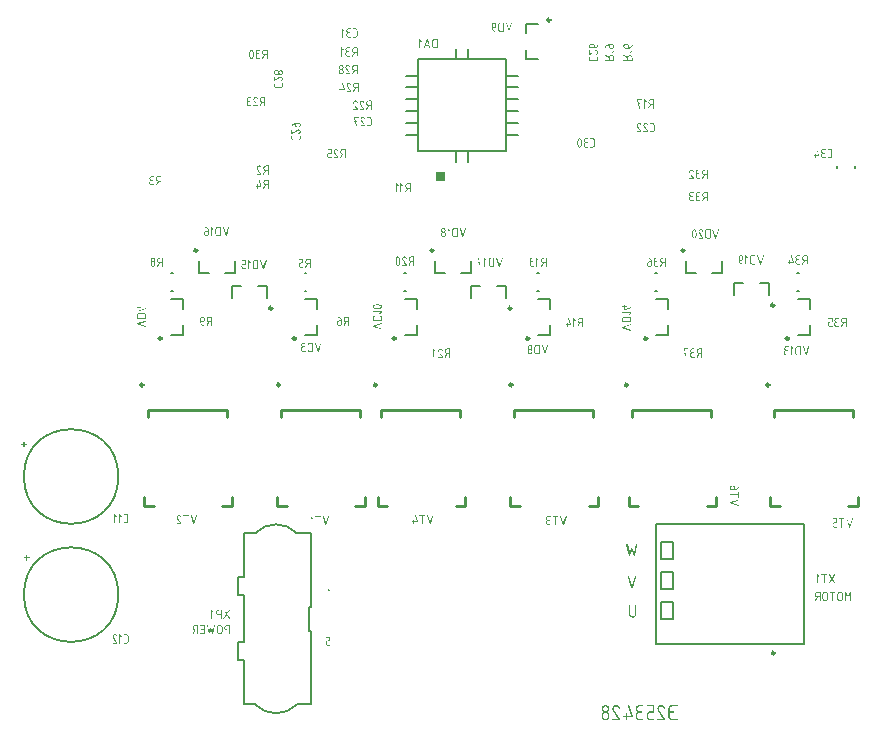
<source format=gbo>
G04 Layer_Color=11599871*
%FSLAX44Y44*%
%MOMM*%
G71*
G01*
G75*
%ADD51C,0.2000*%
%ADD52C,0.2500*%
%ADD54C,0.1500*%
%ADD55R,0.1250X0.3000*%
%ADD56R,0.3000X0.1250*%
G36*
X107953Y-56129D02*
X108158Y-56173D01*
X108363Y-56246D01*
X108539Y-56334D01*
X108714Y-56436D01*
X108875Y-56568D01*
X109153Y-56817D01*
X109270Y-56963D01*
X109372Y-57080D01*
X109460Y-57197D01*
X109533Y-57314D01*
X109592Y-57402D01*
X109636Y-57475D01*
X109650Y-57519D01*
X109665Y-57533D01*
X109694Y-57592D01*
X109709Y-57636D01*
Y-57680D01*
Y-57694D01*
X109694Y-57826D01*
X109650Y-57928D01*
X109577Y-57987D01*
X109504Y-58045D01*
X109446Y-58075D01*
X109372Y-58089D01*
X109314D01*
X109226Y-58075D01*
X109153Y-58060D01*
X109051Y-57987D01*
X108977Y-57928D01*
X108963Y-57914D01*
Y-57899D01*
X108860Y-57724D01*
X108743Y-57577D01*
X108641Y-57431D01*
X108539Y-57329D01*
X108436Y-57226D01*
X108334Y-57153D01*
X108144Y-57021D01*
X107983Y-56963D01*
X107851Y-56919D01*
X107763Y-56904D01*
X107734D01*
X107558Y-56919D01*
X107397Y-56963D01*
X107251Y-57021D01*
X107134Y-57080D01*
X107032Y-57138D01*
X106958Y-57197D01*
X106915Y-57241D01*
X106900Y-57255D01*
X106783Y-57387D01*
X106695Y-57533D01*
X106636Y-57680D01*
X106593Y-57797D01*
X106563Y-57914D01*
X106549Y-58001D01*
Y-58075D01*
Y-58089D01*
X106563Y-58221D01*
X106578Y-58338D01*
X106607Y-58440D01*
X106651Y-58543D01*
X106695Y-58631D01*
X106724Y-58689D01*
X106739Y-58733D01*
X106754Y-58748D01*
X109636Y-63386D01*
X109680Y-63459D01*
X109694Y-63547D01*
X109709Y-63590D01*
Y-63620D01*
X109694Y-63751D01*
X109650Y-63839D01*
X109577Y-63912D01*
X109504Y-63956D01*
X109446Y-63985D01*
X109372Y-64000D01*
X106154D01*
X106022Y-63985D01*
X105920Y-63941D01*
X105861Y-63868D01*
X105803Y-63795D01*
X105773Y-63737D01*
X105759Y-63664D01*
Y-63620D01*
Y-63605D01*
X105773Y-63473D01*
X105817Y-63371D01*
X105890Y-63312D01*
X105949Y-63254D01*
X106022Y-63225D01*
X106095Y-63210D01*
X108597D01*
X106124Y-59230D01*
X106007Y-59011D01*
X105920Y-58806D01*
X105847Y-58616D01*
X105803Y-58440D01*
X105773Y-58294D01*
X105759Y-58192D01*
Y-58119D01*
Y-58089D01*
X105788Y-57797D01*
X105847Y-57519D01*
X105949Y-57285D01*
X106051Y-57080D01*
X106154Y-56919D01*
X106256Y-56802D01*
X106315Y-56729D01*
X106344Y-56699D01*
X106563Y-56509D01*
X106798Y-56363D01*
X107032Y-56260D01*
X107251Y-56187D01*
X107441Y-56143D01*
X107602Y-56129D01*
X107661Y-56114D01*
X107734D01*
X107953Y-56129D01*
D02*
G37*
G36*
X13930Y-53129D02*
X14032Y-53173D01*
X14091Y-53246D01*
X14149Y-53304D01*
X14179Y-53378D01*
X14193Y-53451D01*
Y-53495D01*
Y-53509D01*
X14179Y-53641D01*
X14135Y-53743D01*
X14062Y-53802D01*
X13988Y-53860D01*
X13930Y-53890D01*
X13857Y-53904D01*
X12218D01*
X12043Y-53919D01*
X11882Y-53963D01*
X11735Y-54021D01*
X11618Y-54080D01*
X11516Y-54138D01*
X11443Y-54197D01*
X11399Y-54241D01*
X11384Y-54255D01*
X11267Y-54387D01*
X11179Y-54533D01*
X11121Y-54680D01*
X11077Y-54797D01*
X11048Y-54914D01*
X11033Y-55002D01*
Y-55075D01*
Y-55089D01*
X11048Y-55265D01*
X11092Y-55426D01*
X11150Y-55572D01*
X11209Y-55704D01*
X11267Y-55806D01*
X11326Y-55879D01*
X11370Y-55923D01*
X11384Y-55938D01*
X11516Y-56055D01*
X11662Y-56128D01*
X11794Y-56187D01*
X11926Y-56231D01*
X12043Y-56260D01*
X12130Y-56274D01*
X13008D01*
X13140Y-56289D01*
X13242Y-56333D01*
X13301Y-56406D01*
X13359Y-56465D01*
X13389Y-56538D01*
X13403Y-56611D01*
Y-56655D01*
Y-56669D01*
X13389Y-56801D01*
X13345Y-56904D01*
X13272Y-56962D01*
X13198Y-57021D01*
X13140Y-57050D01*
X13067Y-57064D01*
X12218D01*
X12043Y-57079D01*
X11882Y-57123D01*
X11735Y-57182D01*
X11618Y-57240D01*
X11516Y-57298D01*
X11443Y-57357D01*
X11399Y-57401D01*
X11384Y-57416D01*
X11267Y-57547D01*
X11179Y-57694D01*
X11121Y-57840D01*
X11077Y-57957D01*
X11048Y-58074D01*
X11033Y-58162D01*
Y-58235D01*
Y-58250D01*
Y-59040D01*
X11048Y-59215D01*
X11092Y-59376D01*
X11150Y-59522D01*
X11209Y-59639D01*
X11267Y-59742D01*
X11326Y-59815D01*
X11370Y-59859D01*
X11384Y-59873D01*
X11516Y-59991D01*
X11662Y-60064D01*
X11794Y-60122D01*
X11926Y-60166D01*
X12043Y-60195D01*
X12130Y-60210D01*
X13798D01*
X13930Y-60225D01*
X14032Y-60269D01*
X14091Y-60342D01*
X14149Y-60400D01*
X14179Y-60473D01*
X14193Y-60546D01*
Y-60590D01*
Y-60605D01*
X14179Y-60737D01*
X14135Y-60839D01*
X14062Y-60898D01*
X13988Y-60956D01*
X13930Y-60985D01*
X13857Y-61000D01*
X12218D01*
X11926Y-60971D01*
X11662Y-60912D01*
X11428Y-60824D01*
X11223Y-60707D01*
X11062Y-60605D01*
X10931Y-60517D01*
X10857Y-60459D01*
X10828Y-60429D01*
X10638Y-60210D01*
X10492Y-59976D01*
X10389Y-59742D01*
X10316Y-59522D01*
X10272Y-59332D01*
X10258Y-59171D01*
X10243Y-59113D01*
Y-59069D01*
Y-59054D01*
Y-59040D01*
Y-58250D01*
X10258Y-58074D01*
X10272Y-57898D01*
X10360Y-57591D01*
X10492Y-57313D01*
X10638Y-57094D01*
X10784Y-56904D01*
X10916Y-56772D01*
X11004Y-56699D01*
X11019Y-56669D01*
X11033D01*
X10887Y-56552D01*
X10770Y-56435D01*
X10667Y-56304D01*
X10580Y-56172D01*
X10433Y-55909D01*
X10345Y-55660D01*
X10287Y-55441D01*
X10272Y-55338D01*
X10258Y-55250D01*
X10243Y-55192D01*
Y-55133D01*
Y-55104D01*
Y-55089D01*
X10272Y-54797D01*
X10331Y-54533D01*
X10433Y-54299D01*
X10536Y-54095D01*
X10638Y-53934D01*
X10740Y-53802D01*
X10799Y-53729D01*
X10828Y-53699D01*
X11048Y-53509D01*
X11282Y-53363D01*
X11516Y-53260D01*
X11735Y-53187D01*
X11926Y-53144D01*
X12086Y-53129D01*
X12145Y-53114D01*
X13798D01*
X13930Y-53129D01*
D02*
G37*
G36*
X25751D02*
X25839Y-53173D01*
X25912Y-53246D01*
X25956Y-53304D01*
X25985Y-53378D01*
X26000Y-53451D01*
Y-53495D01*
Y-53509D01*
Y-60620D01*
X25985Y-60751D01*
X25942Y-60839D01*
X25868Y-60912D01*
X25795Y-60956D01*
X25737Y-60985D01*
X25663Y-61000D01*
X25605D01*
X25473Y-60985D01*
X25371Y-60942D01*
X25312Y-60883D01*
X25254Y-60810D01*
X25225Y-60737D01*
X25210Y-60678D01*
Y-60634D01*
Y-60620D01*
Y-57854D01*
X23498D01*
X22035Y-60781D01*
X21991Y-60854D01*
X21933Y-60912D01*
X21874Y-60942D01*
X21816Y-60971D01*
X21728Y-61000D01*
X21684D01*
X21567Y-60985D01*
X21479Y-60942D01*
X21421Y-60898D01*
X21406Y-60883D01*
X21333Y-60795D01*
X21289Y-60707D01*
X21274Y-60649D01*
Y-60620D01*
Y-60546D01*
X21289Y-60488D01*
X21304Y-60444D01*
X21318Y-60429D01*
X22694Y-57679D01*
X22445Y-57562D01*
X22225Y-57430D01*
X22035Y-57269D01*
X21874Y-57094D01*
X21728Y-56918D01*
X21625Y-56743D01*
X21523Y-56552D01*
X21450Y-56377D01*
X21391Y-56201D01*
X21347Y-56026D01*
X21318Y-55879D01*
X21289Y-55748D01*
Y-55645D01*
X21274Y-55557D01*
Y-55499D01*
Y-55484D01*
X21289Y-55309D01*
X21304Y-55133D01*
X21377Y-54811D01*
X21494Y-54519D01*
X21625Y-54285D01*
X21757Y-54080D01*
X21860Y-53934D01*
X21918Y-53890D01*
X21947Y-53846D01*
X21962Y-53831D01*
X21977Y-53816D01*
X22108Y-53699D01*
X22240Y-53582D01*
X22533Y-53407D01*
X22811Y-53290D01*
X23074Y-53202D01*
X23293Y-53144D01*
X23396Y-53129D01*
X23484D01*
X23542Y-53114D01*
X25620D01*
X25751Y-53129D01*
D02*
G37*
G36*
X115751Y-56129D02*
X115839Y-56173D01*
X115912Y-56246D01*
X115956Y-56304D01*
X115985Y-56378D01*
X116000Y-56451D01*
Y-56495D01*
Y-56509D01*
Y-63620D01*
X115985Y-63751D01*
X115941Y-63839D01*
X115868Y-63912D01*
X115795Y-63956D01*
X115737Y-63985D01*
X115663Y-64000D01*
X115605D01*
X115473Y-63985D01*
X115371Y-63941D01*
X115312Y-63883D01*
X115254Y-63810D01*
X115225Y-63737D01*
X115210Y-63678D01*
Y-63634D01*
Y-63620D01*
Y-60855D01*
X113498D01*
X112035Y-63780D01*
X111991Y-63854D01*
X111933Y-63912D01*
X111874Y-63941D01*
X111816Y-63971D01*
X111728Y-64000D01*
X111684D01*
X111567Y-63985D01*
X111479Y-63941D01*
X111421Y-63898D01*
X111406Y-63883D01*
X111333Y-63795D01*
X111289Y-63707D01*
X111274Y-63649D01*
Y-63620D01*
Y-63547D01*
X111289Y-63488D01*
X111304Y-63444D01*
X111318Y-63429D01*
X112694Y-60679D01*
X112445Y-60562D01*
X112225Y-60430D01*
X112035Y-60269D01*
X111874Y-60094D01*
X111728Y-59918D01*
X111625Y-59743D01*
X111523Y-59552D01*
X111450Y-59377D01*
X111391Y-59201D01*
X111348Y-59026D01*
X111318Y-58879D01*
X111289Y-58748D01*
Y-58645D01*
X111274Y-58558D01*
Y-58499D01*
Y-58484D01*
X111289Y-58309D01*
X111304Y-58133D01*
X111377Y-57811D01*
X111494Y-57519D01*
X111625Y-57285D01*
X111757Y-57080D01*
X111860Y-56933D01*
X111918Y-56890D01*
X111947Y-56846D01*
X111962Y-56831D01*
X111977Y-56817D01*
X112108Y-56699D01*
X112240Y-56582D01*
X112533Y-56407D01*
X112811Y-56290D01*
X113074Y-56202D01*
X113293Y-56143D01*
X113396Y-56129D01*
X113484D01*
X113542Y-56114D01*
X115620D01*
X115751Y-56129D01*
D02*
G37*
G36*
X-91527Y-508144D02*
X-91264Y-508202D01*
X-91015Y-508304D01*
X-90825Y-508407D01*
X-90649Y-508509D01*
X-90532Y-508612D01*
X-90459Y-508670D01*
X-90430Y-508699D01*
X-90240Y-508919D01*
X-90093Y-509153D01*
X-90006Y-509387D01*
X-89932Y-509607D01*
X-89889Y-509797D01*
X-89874Y-509958D01*
X-89859Y-510016D01*
Y-510045D01*
Y-510075D01*
Y-510089D01*
Y-514039D01*
X-89889Y-514332D01*
X-89947Y-514595D01*
X-90035Y-514844D01*
X-90152Y-515034D01*
X-90254Y-515210D01*
X-90342Y-515327D01*
X-90401Y-515400D01*
X-90430Y-515429D01*
X-90649Y-515620D01*
X-90883Y-515766D01*
X-91117Y-515854D01*
X-91337Y-515927D01*
X-91527Y-515971D01*
X-91688Y-515985D01*
X-91747Y-516000D01*
X-93400D01*
X-93532Y-515985D01*
X-93634Y-515942D01*
X-93693Y-515868D01*
X-93751Y-515795D01*
X-93780Y-515737D01*
X-93795Y-515663D01*
Y-515620D01*
Y-515605D01*
X-93780Y-515473D01*
X-93736Y-515371D01*
X-93663Y-515312D01*
X-93605Y-515254D01*
X-93532Y-515225D01*
X-93458Y-515210D01*
X-91820D01*
X-91644Y-515195D01*
X-91483Y-515151D01*
X-91337Y-515108D01*
X-91220Y-515034D01*
X-91117Y-514976D01*
X-91044Y-514932D01*
X-91000Y-514888D01*
X-90986Y-514874D01*
X-90869Y-514742D01*
X-90796Y-514595D01*
X-90737Y-514449D01*
X-90693Y-514318D01*
X-90664Y-514215D01*
X-90649Y-514113D01*
Y-514054D01*
Y-514039D01*
Y-510089D01*
X-90664Y-509914D01*
X-90708Y-509753D01*
X-90752Y-509607D01*
X-90825Y-509490D01*
X-90883Y-509387D01*
X-90927Y-509314D01*
X-90971Y-509270D01*
X-90986Y-509255D01*
X-91117Y-509138D01*
X-91264Y-509051D01*
X-91396Y-508992D01*
X-91527Y-508948D01*
X-91644Y-508919D01*
X-91732Y-508904D01*
X-93400D01*
X-93532Y-508890D01*
X-93634Y-508846D01*
X-93693Y-508773D01*
X-93751Y-508699D01*
X-93780Y-508641D01*
X-93795Y-508568D01*
Y-508524D01*
Y-508509D01*
X-93780Y-508378D01*
X-93736Y-508275D01*
X-93663Y-508217D01*
X-93605Y-508158D01*
X-93532Y-508129D01*
X-93458Y-508114D01*
X-91820D01*
X-91527Y-508144D01*
D02*
G37*
G36*
X102438Y-56129D02*
X102642Y-56173D01*
X102847Y-56246D01*
X103023Y-56334D01*
X103198Y-56436D01*
X103359Y-56568D01*
X103637Y-56817D01*
X103754Y-56963D01*
X103857Y-57080D01*
X103945Y-57197D01*
X104018Y-57314D01*
X104076Y-57402D01*
X104120Y-57475D01*
X104135Y-57519D01*
X104149Y-57533D01*
X104179Y-57592D01*
X104193Y-57636D01*
Y-57680D01*
Y-57694D01*
X104179Y-57826D01*
X104135Y-57928D01*
X104062Y-57987D01*
X103988Y-58045D01*
X103930Y-58075D01*
X103857Y-58089D01*
X103798D01*
X103710Y-58075D01*
X103637Y-58060D01*
X103535Y-57987D01*
X103462Y-57928D01*
X103447Y-57914D01*
Y-57899D01*
X103345Y-57724D01*
X103228Y-57577D01*
X103125Y-57431D01*
X103023Y-57329D01*
X102920Y-57226D01*
X102818Y-57153D01*
X102628Y-57021D01*
X102467Y-56963D01*
X102335Y-56919D01*
X102247Y-56904D01*
X102218D01*
X102043Y-56919D01*
X101882Y-56963D01*
X101735Y-57021D01*
X101618Y-57080D01*
X101516Y-57138D01*
X101443Y-57197D01*
X101399Y-57241D01*
X101384Y-57255D01*
X101267Y-57387D01*
X101179Y-57533D01*
X101121Y-57680D01*
X101077Y-57797D01*
X101048Y-57914D01*
X101033Y-58001D01*
Y-58075D01*
Y-58089D01*
X101048Y-58221D01*
X101062Y-58338D01*
X101092Y-58440D01*
X101136Y-58543D01*
X101179Y-58631D01*
X101209Y-58689D01*
X101223Y-58733D01*
X101238Y-58748D01*
X104120Y-63386D01*
X104164Y-63459D01*
X104179Y-63547D01*
X104193Y-63590D01*
Y-63620D01*
X104179Y-63751D01*
X104135Y-63839D01*
X104062Y-63912D01*
X103988Y-63956D01*
X103930Y-63985D01*
X103857Y-64000D01*
X100638D01*
X100506Y-63985D01*
X100404Y-63941D01*
X100345Y-63868D01*
X100287Y-63795D01*
X100258Y-63737D01*
X100243Y-63664D01*
Y-63620D01*
Y-63605D01*
X100258Y-63473D01*
X100302Y-63371D01*
X100375Y-63312D01*
X100433Y-63254D01*
X100506Y-63225D01*
X100580Y-63210D01*
X103081D01*
X100609Y-59230D01*
X100492Y-59011D01*
X100404Y-58806D01*
X100331Y-58616D01*
X100287Y-58440D01*
X100258Y-58294D01*
X100243Y-58192D01*
Y-58119D01*
Y-58089D01*
X100272Y-57797D01*
X100331Y-57519D01*
X100433Y-57285D01*
X100536Y-57080D01*
X100638Y-56919D01*
X100740Y-56802D01*
X100799Y-56729D01*
X100828Y-56699D01*
X101048Y-56509D01*
X101282Y-56363D01*
X101516Y-56260D01*
X101735Y-56187D01*
X101926Y-56143D01*
X102086Y-56129D01*
X102145Y-56114D01*
X102218D01*
X102438Y-56129D01*
D02*
G37*
G36*
X-97374Y-406143D02*
X-97271Y-406187D01*
X-97198Y-406246D01*
X-97169Y-406260D01*
Y-406275D01*
X-95618Y-407811D01*
X-95560Y-407899D01*
X-95530Y-407987D01*
X-95516Y-408060D01*
Y-408075D01*
Y-408089D01*
X-95530Y-408221D01*
X-95574Y-408323D01*
X-95647Y-408382D01*
X-95721Y-408441D01*
X-95779Y-408470D01*
X-95852Y-408484D01*
X-95911D01*
X-96013Y-408470D01*
X-96101Y-408426D01*
X-96159Y-408382D01*
X-96174Y-408367D01*
X-97096Y-407460D01*
Y-413620D01*
X-97110Y-413751D01*
X-97154Y-413839D01*
X-97227Y-413912D01*
X-97301Y-413956D01*
X-97359Y-413985D01*
X-97432Y-414000D01*
X-97491D01*
X-97622Y-413985D01*
X-97725Y-413941D01*
X-97783Y-413883D01*
X-97842Y-413810D01*
X-97871Y-413737D01*
X-97886Y-413678D01*
Y-413634D01*
Y-413620D01*
Y-406509D01*
X-97871Y-406378D01*
X-97827Y-406275D01*
X-97754Y-406217D01*
X-97696Y-406158D01*
X-97622Y-406129D01*
X-97549Y-406114D01*
X-97432D01*
X-97374Y-406143D01*
D02*
G37*
G36*
X-101309D02*
X-101207Y-406187D01*
X-101134Y-406246D01*
X-101104Y-406260D01*
Y-406275D01*
X-99554Y-407811D01*
X-99495Y-407899D01*
X-99466Y-407987D01*
X-99451Y-408060D01*
Y-408075D01*
Y-408089D01*
X-99466Y-408221D01*
X-99510Y-408323D01*
X-99583Y-408382D01*
X-99656Y-408441D01*
X-99715Y-408470D01*
X-99788Y-408484D01*
X-99846D01*
X-99949Y-408470D01*
X-100036Y-408426D01*
X-100095Y-408382D01*
X-100110Y-408367D01*
X-101031Y-407460D01*
Y-413620D01*
X-101046Y-413751D01*
X-101090Y-413839D01*
X-101163Y-413912D01*
X-101236Y-413956D01*
X-101295Y-413985D01*
X-101368Y-414000D01*
X-101426D01*
X-101558Y-413985D01*
X-101660Y-413941D01*
X-101719Y-413883D01*
X-101777Y-413810D01*
X-101807Y-413737D01*
X-101821Y-413678D01*
Y-413634D01*
Y-413620D01*
Y-406509D01*
X-101807Y-406378D01*
X-101763Y-406275D01*
X-101690Y-406217D01*
X-101631Y-406158D01*
X-101558Y-406129D01*
X-101485Y-406114D01*
X-101368D01*
X-101309Y-406143D01*
D02*
G37*
G36*
X96953Y-41129D02*
X97158Y-41173D01*
X97363Y-41246D01*
X97538Y-41334D01*
X97714Y-41436D01*
X97875Y-41568D01*
X98153Y-41817D01*
X98270Y-41963D01*
X98372Y-42080D01*
X98460Y-42197D01*
X98533Y-42314D01*
X98592Y-42402D01*
X98636Y-42475D01*
X98650Y-42519D01*
X98665Y-42533D01*
X98694Y-42592D01*
X98709Y-42636D01*
Y-42680D01*
Y-42694D01*
X98694Y-42826D01*
X98650Y-42928D01*
X98577Y-42987D01*
X98504Y-43045D01*
X98446Y-43075D01*
X98372Y-43089D01*
X98314D01*
X98226Y-43075D01*
X98153Y-43060D01*
X98051Y-42987D01*
X97977Y-42928D01*
X97963Y-42914D01*
Y-42899D01*
X97860Y-42724D01*
X97743Y-42577D01*
X97641Y-42431D01*
X97538Y-42329D01*
X97436Y-42226D01*
X97334Y-42153D01*
X97143Y-42021D01*
X96982Y-41963D01*
X96851Y-41919D01*
X96763Y-41904D01*
X96734D01*
X96558Y-41919D01*
X96397Y-41963D01*
X96251Y-42021D01*
X96134Y-42080D01*
X96032Y-42138D01*
X95958Y-42197D01*
X95914Y-42241D01*
X95900Y-42255D01*
X95783Y-42387D01*
X95695Y-42533D01*
X95637Y-42680D01*
X95593Y-42797D01*
X95563Y-42914D01*
X95549Y-43001D01*
Y-43075D01*
Y-43089D01*
X95563Y-43221D01*
X95578Y-43338D01*
X95607Y-43440D01*
X95651Y-43543D01*
X95695Y-43631D01*
X95724Y-43689D01*
X95739Y-43733D01*
X95754Y-43748D01*
X98636Y-48386D01*
X98680Y-48459D01*
X98694Y-48547D01*
X98709Y-48590D01*
Y-48620D01*
X98694Y-48751D01*
X98650Y-48839D01*
X98577Y-48912D01*
X98504Y-48956D01*
X98446Y-48985D01*
X98372Y-49000D01*
X95154D01*
X95022Y-48985D01*
X94920Y-48941D01*
X94861Y-48868D01*
X94803Y-48795D01*
X94773Y-48737D01*
X94759Y-48664D01*
Y-48620D01*
Y-48605D01*
X94773Y-48473D01*
X94817Y-48371D01*
X94890Y-48312D01*
X94949Y-48254D01*
X95022Y-48225D01*
X95095Y-48210D01*
X97597D01*
X95125Y-44230D01*
X95007Y-44011D01*
X94920Y-43806D01*
X94846Y-43616D01*
X94803Y-43440D01*
X94773Y-43294D01*
X94759Y-43192D01*
Y-43119D01*
Y-43089D01*
X94788Y-42797D01*
X94846Y-42519D01*
X94949Y-42285D01*
X95051Y-42080D01*
X95154Y-41919D01*
X95256Y-41802D01*
X95315Y-41729D01*
X95344Y-41699D01*
X95563Y-41509D01*
X95798Y-41363D01*
X96032Y-41260D01*
X96251Y-41187D01*
X96441Y-41143D01*
X96602Y-41129D01*
X96661Y-41114D01*
X96734D01*
X96953Y-41129D01*
D02*
G37*
G36*
X81930Y-97129D02*
X82018Y-97173D01*
X82091Y-97246D01*
X82135Y-97304D01*
X82164Y-97378D01*
X82179Y-97451D01*
Y-97495D01*
Y-97509D01*
Y-100669D01*
X82164Y-100801D01*
X82120Y-100904D01*
X82062Y-100962D01*
X81988Y-101020D01*
X81915Y-101050D01*
X81857Y-101064D01*
X80218D01*
X80043Y-101079D01*
X79882Y-101123D01*
X79735Y-101181D01*
X79618Y-101240D01*
X79516Y-101299D01*
X79443Y-101357D01*
X79399Y-101401D01*
X79384Y-101416D01*
X79267Y-101547D01*
X79179Y-101693D01*
X79121Y-101840D01*
X79077Y-101957D01*
X79048Y-102074D01*
X79033Y-102162D01*
Y-102235D01*
Y-102249D01*
Y-103040D01*
X79048Y-103215D01*
X79092Y-103376D01*
X79150Y-103522D01*
X79209Y-103639D01*
X79267Y-103742D01*
X79326Y-103815D01*
X79370Y-103859D01*
X79384Y-103874D01*
X79516Y-103990D01*
X79662Y-104064D01*
X79794Y-104122D01*
X79925Y-104166D01*
X80043Y-104195D01*
X80130Y-104210D01*
X81798D01*
X81930Y-104225D01*
X82018Y-104269D01*
X82091Y-104342D01*
X82135Y-104400D01*
X82164Y-104473D01*
X82179Y-104546D01*
Y-104590D01*
Y-104605D01*
X82164Y-104737D01*
X82120Y-104839D01*
X82062Y-104898D01*
X81988Y-104956D01*
X81915Y-104985D01*
X81857Y-105000D01*
X80218D01*
X79925Y-104971D01*
X79662Y-104912D01*
X79428Y-104824D01*
X79223Y-104707D01*
X79062Y-104605D01*
X78931Y-104517D01*
X78857Y-104459D01*
X78828Y-104429D01*
X78638Y-104210D01*
X78492Y-103976D01*
X78389Y-103742D01*
X78316Y-103522D01*
X78272Y-103332D01*
X78258Y-103171D01*
X78243Y-103113D01*
Y-103069D01*
Y-103054D01*
Y-103040D01*
Y-102249D01*
X78272Y-101957D01*
X78331Y-101693D01*
X78433Y-101459D01*
X78536Y-101255D01*
X78638Y-101094D01*
X78741Y-100962D01*
X78799Y-100889D01*
X78828Y-100860D01*
X79048Y-100669D01*
X79282Y-100523D01*
X79516Y-100421D01*
X79735Y-100347D01*
X79925Y-100304D01*
X80086Y-100289D01*
X80145Y-100274D01*
X81389D01*
Y-97904D01*
X79033D01*
X78901Y-97890D01*
X78814Y-97846D01*
X78741Y-97773D01*
X78697Y-97699D01*
X78667Y-97641D01*
X78653Y-97568D01*
Y-97524D01*
Y-97509D01*
X78667Y-97378D01*
X78711Y-97275D01*
X78770Y-97217D01*
X78843Y-97158D01*
X78916Y-97129D01*
X78975Y-97114D01*
X81798D01*
X81930Y-97129D01*
D02*
G37*
G36*
X17953Y-53129D02*
X18158Y-53173D01*
X18363Y-53246D01*
X18539Y-53334D01*
X18714Y-53436D01*
X18875Y-53568D01*
X19153Y-53816D01*
X19270Y-53963D01*
X19372Y-54080D01*
X19460Y-54197D01*
X19533Y-54314D01*
X19592Y-54402D01*
X19636Y-54475D01*
X19650Y-54519D01*
X19665Y-54533D01*
X19694Y-54592D01*
X19709Y-54636D01*
Y-54680D01*
Y-54694D01*
X19694Y-54826D01*
X19650Y-54928D01*
X19577Y-54987D01*
X19504Y-55045D01*
X19446Y-55075D01*
X19372Y-55089D01*
X19314D01*
X19226Y-55075D01*
X19153Y-55060D01*
X19051Y-54987D01*
X18977Y-54928D01*
X18963Y-54914D01*
Y-54899D01*
X18860Y-54724D01*
X18743Y-54577D01*
X18641Y-54431D01*
X18539Y-54328D01*
X18436Y-54226D01*
X18334Y-54153D01*
X18144Y-54021D01*
X17982Y-53963D01*
X17851Y-53919D01*
X17763Y-53904D01*
X17734D01*
X17558Y-53919D01*
X17397Y-53963D01*
X17251Y-54021D01*
X17134Y-54080D01*
X17032Y-54138D01*
X16958Y-54197D01*
X16914Y-54241D01*
X16900Y-54255D01*
X16783Y-54387D01*
X16695Y-54533D01*
X16637Y-54680D01*
X16593Y-54797D01*
X16563Y-54914D01*
X16549Y-55002D01*
Y-55075D01*
Y-55089D01*
X16563Y-55221D01*
X16578Y-55338D01*
X16607Y-55441D01*
X16651Y-55543D01*
X16695Y-55631D01*
X16724Y-55689D01*
X16739Y-55733D01*
X16754Y-55748D01*
X19636Y-60385D01*
X19680Y-60459D01*
X19694Y-60546D01*
X19709Y-60590D01*
Y-60620D01*
X19694Y-60751D01*
X19650Y-60839D01*
X19577Y-60912D01*
X19504Y-60956D01*
X19446Y-60985D01*
X19372Y-61000D01*
X16154D01*
X16022Y-60985D01*
X15920Y-60942D01*
X15861Y-60868D01*
X15803Y-60795D01*
X15773Y-60737D01*
X15759Y-60663D01*
Y-60620D01*
Y-60605D01*
X15773Y-60473D01*
X15817Y-60371D01*
X15890Y-60312D01*
X15949Y-60254D01*
X16022Y-60225D01*
X16095Y-60210D01*
X18597D01*
X16125Y-56231D01*
X16007Y-56011D01*
X15920Y-55806D01*
X15847Y-55616D01*
X15803Y-55441D01*
X15773Y-55294D01*
X15759Y-55192D01*
Y-55119D01*
Y-55089D01*
X15788Y-54797D01*
X15847Y-54519D01*
X15949Y-54285D01*
X16051Y-54080D01*
X16154Y-53919D01*
X16256Y-53802D01*
X16315Y-53729D01*
X16344Y-53699D01*
X16563Y-53509D01*
X16797Y-53363D01*
X17032Y-53260D01*
X17251Y-53187D01*
X17441Y-53144D01*
X17602Y-53129D01*
X17661Y-53114D01*
X17734D01*
X17953Y-53129D01*
D02*
G37*
G36*
X104751Y-41129D02*
X104839Y-41173D01*
X104912Y-41246D01*
X104956Y-41304D01*
X104985Y-41378D01*
X105000Y-41451D01*
Y-41495D01*
Y-41509D01*
Y-48620D01*
X104985Y-48751D01*
X104942Y-48839D01*
X104868Y-48912D01*
X104795Y-48956D01*
X104737Y-48985D01*
X104663Y-49000D01*
X104605D01*
X104473Y-48985D01*
X104371Y-48941D01*
X104312Y-48883D01*
X104254Y-48810D01*
X104225Y-48737D01*
X104210Y-48678D01*
Y-48634D01*
Y-48620D01*
Y-45855D01*
X102498D01*
X101035Y-48780D01*
X100991Y-48854D01*
X100933Y-48912D01*
X100874Y-48941D01*
X100816Y-48971D01*
X100728Y-49000D01*
X100684D01*
X100567Y-48985D01*
X100479Y-48941D01*
X100421Y-48898D01*
X100406Y-48883D01*
X100333Y-48795D01*
X100289Y-48707D01*
X100274Y-48649D01*
Y-48620D01*
Y-48547D01*
X100289Y-48488D01*
X100304Y-48444D01*
X100318Y-48429D01*
X101693Y-45679D01*
X101445Y-45562D01*
X101225Y-45430D01*
X101035Y-45269D01*
X100874Y-45094D01*
X100728Y-44918D01*
X100625Y-44743D01*
X100523Y-44552D01*
X100450Y-44377D01*
X100391Y-44201D01*
X100347Y-44026D01*
X100318Y-43879D01*
X100289Y-43748D01*
Y-43645D01*
X100274Y-43558D01*
Y-43499D01*
Y-43484D01*
X100289Y-43309D01*
X100304Y-43133D01*
X100377Y-42811D01*
X100494Y-42519D01*
X100625Y-42285D01*
X100757Y-42080D01*
X100860Y-41933D01*
X100918Y-41890D01*
X100947Y-41846D01*
X100962Y-41831D01*
X100977Y-41817D01*
X101108Y-41699D01*
X101240Y-41582D01*
X101533Y-41407D01*
X101811Y-41290D01*
X102074Y-41202D01*
X102293Y-41143D01*
X102396Y-41129D01*
X102484D01*
X102542Y-41114D01*
X104620D01*
X104751Y-41129D01*
D02*
G37*
G36*
X91321D02*
X91408Y-41158D01*
X91467Y-41202D01*
X91525Y-41260D01*
X91584Y-41363D01*
X91599Y-41392D01*
Y-41407D01*
X93179Y-46922D01*
X93193Y-46996D01*
Y-47025D01*
Y-47039D01*
X93179Y-47171D01*
X93135Y-47259D01*
X93062Y-47332D01*
X92988Y-47376D01*
X92930Y-47405D01*
X92857Y-47420D01*
X90428D01*
Y-48605D01*
X90414Y-48737D01*
X90370Y-48839D01*
X90296Y-48898D01*
X90223Y-48956D01*
X90165Y-48985D01*
X90092Y-49000D01*
X90033D01*
X89901Y-48985D01*
X89799Y-48941D01*
X89740Y-48868D01*
X89682Y-48795D01*
X89653Y-48737D01*
X89638Y-48664D01*
Y-48620D01*
Y-48605D01*
Y-47420D01*
X88863D01*
X88731Y-47405D01*
X88629Y-47361D01*
X88570Y-47288D01*
X88511Y-47215D01*
X88482Y-47157D01*
X88468Y-47083D01*
Y-47039D01*
Y-47025D01*
X88482Y-46893D01*
X88526Y-46791D01*
X88599Y-46732D01*
X88658Y-46674D01*
X88731Y-46645D01*
X88804Y-46630D01*
X89638D01*
Y-45459D01*
X89653Y-45328D01*
X89697Y-45225D01*
X89770Y-45167D01*
X89828Y-45108D01*
X89901Y-45079D01*
X89975Y-45064D01*
X90033D01*
X90165Y-45079D01*
X90267Y-45123D01*
X90326Y-45196D01*
X90384Y-45255D01*
X90414Y-45328D01*
X90428Y-45401D01*
Y-45445D01*
Y-45459D01*
Y-46630D01*
X92286D01*
X90852Y-41626D01*
X90823Y-41539D01*
Y-41524D01*
Y-41509D01*
X90838Y-41378D01*
X90882Y-41275D01*
X90955Y-41217D01*
X91013Y-41158D01*
X91087Y-41129D01*
X91160Y-41114D01*
X91218D01*
X91321Y-41129D01*
D02*
G37*
G36*
X342728Y-75129D02*
X342933Y-75173D01*
X343137Y-75246D01*
X343313Y-75334D01*
X343488Y-75436D01*
X343649Y-75568D01*
X343927Y-75816D01*
X344044Y-75963D01*
X344147Y-76080D01*
X344235Y-76197D01*
X344308Y-76314D01*
X344366Y-76402D01*
X344410Y-76475D01*
X344425Y-76519D01*
X344439Y-76533D01*
X344469Y-76592D01*
X344483Y-76636D01*
Y-76680D01*
Y-76694D01*
X344469Y-76826D01*
X344425Y-76928D01*
X344352Y-76987D01*
X344278Y-77045D01*
X344220Y-77075D01*
X344147Y-77089D01*
X344088D01*
X344001Y-77075D01*
X343927Y-77060D01*
X343825Y-76987D01*
X343752Y-76928D01*
X343737Y-76914D01*
Y-76899D01*
X343635Y-76724D01*
X343518Y-76577D01*
X343415Y-76431D01*
X343313Y-76329D01*
X343210Y-76226D01*
X343108Y-76153D01*
X342918Y-76021D01*
X342757Y-75963D01*
X342625Y-75919D01*
X342537Y-75904D01*
X342508D01*
X342333Y-75919D01*
X342172Y-75963D01*
X342025Y-76021D01*
X341908Y-76080D01*
X341806Y-76138D01*
X341733Y-76197D01*
X341689Y-76241D01*
X341674Y-76255D01*
X341557Y-76387D01*
X341469Y-76533D01*
X341411Y-76680D01*
X341367Y-76797D01*
X341338Y-76914D01*
X341323Y-77002D01*
Y-77075D01*
Y-77089D01*
X341338Y-77221D01*
X341352Y-77338D01*
X341382Y-77441D01*
X341426Y-77543D01*
X341469Y-77631D01*
X341499Y-77689D01*
X341513Y-77733D01*
X341528Y-77748D01*
X344410Y-82386D01*
X344454Y-82459D01*
X344469Y-82547D01*
X344483Y-82590D01*
Y-82620D01*
X344469Y-82751D01*
X344425Y-82839D01*
X344352Y-82912D01*
X344278Y-82956D01*
X344220Y-82985D01*
X344147Y-83000D01*
X340928D01*
X340796Y-82985D01*
X340694Y-82942D01*
X340635Y-82868D01*
X340577Y-82795D01*
X340548Y-82737D01*
X340533Y-82663D01*
Y-82620D01*
Y-82605D01*
X340548Y-82473D01*
X340592Y-82371D01*
X340665Y-82312D01*
X340723Y-82254D01*
X340796Y-82225D01*
X340870Y-82210D01*
X343371D01*
X340899Y-78231D01*
X340782Y-78011D01*
X340694Y-77806D01*
X340621Y-77616D01*
X340577Y-77441D01*
X340548Y-77294D01*
X340533Y-77192D01*
Y-77119D01*
Y-77089D01*
X340562Y-76797D01*
X340621Y-76519D01*
X340723Y-76285D01*
X340826Y-76080D01*
X340928Y-75919D01*
X341031Y-75802D01*
X341089Y-75729D01*
X341118Y-75699D01*
X341338Y-75509D01*
X341572Y-75363D01*
X341806Y-75261D01*
X342025Y-75187D01*
X342216Y-75143D01*
X342377Y-75129D01*
X342435Y-75114D01*
X342508D01*
X342728Y-75129D01*
D02*
G37*
G36*
X138423Y-188129D02*
X138613Y-188173D01*
X138774Y-188246D01*
X138935Y-188348D01*
X139081Y-188465D01*
X139213Y-188597D01*
X139447Y-188860D01*
X139623Y-189138D01*
X139696Y-189270D01*
X139740Y-189387D01*
X139784Y-189475D01*
X139813Y-189563D01*
X139842Y-189606D01*
Y-189621D01*
X139959Y-190016D01*
X140032Y-190441D01*
X140091Y-190850D01*
X140135Y-191231D01*
X140149Y-191406D01*
X140164Y-191567D01*
Y-191699D01*
X140179Y-191830D01*
Y-191933D01*
Y-192006D01*
Y-192050D01*
Y-192064D01*
X140164Y-192577D01*
X140120Y-193045D01*
X140105Y-193264D01*
X140076Y-193454D01*
X140047Y-193645D01*
X140003Y-193820D01*
X139974Y-193966D01*
X139945Y-194113D01*
X139915Y-194230D01*
X139901Y-194332D01*
X139871Y-194405D01*
X139857Y-194464D01*
X139842Y-194493D01*
Y-194508D01*
X139740Y-194771D01*
X139623Y-195005D01*
X139506Y-195195D01*
X139374Y-195371D01*
X139242Y-195517D01*
X139096Y-195634D01*
X138964Y-195737D01*
X138833Y-195810D01*
X138716Y-195868D01*
X138599Y-195927D01*
X138496Y-195956D01*
X138394Y-195971D01*
X138321Y-195985D01*
X138262Y-196000D01*
X138218D01*
X138013Y-195985D01*
X137823Y-195942D01*
X137662Y-195868D01*
X137501Y-195766D01*
X137355Y-195649D01*
X137209Y-195532D01*
X136989Y-195254D01*
X136814Y-194976D01*
X136741Y-194859D01*
X136697Y-194742D01*
X136653Y-194639D01*
X136623Y-194566D01*
X136594Y-194522D01*
Y-194508D01*
X136477Y-194098D01*
X136389Y-193688D01*
X136331Y-193279D01*
X136287Y-192898D01*
X136272Y-192723D01*
X136258Y-192562D01*
Y-192416D01*
X136243Y-192299D01*
Y-192196D01*
Y-192123D01*
Y-192079D01*
Y-192064D01*
X136258Y-191552D01*
X136302Y-191084D01*
X136360Y-190674D01*
X136389Y-190484D01*
X136419Y-190309D01*
X136448Y-190163D01*
X136477Y-190016D01*
X136506Y-189899D01*
X136536Y-189811D01*
X136565Y-189724D01*
X136580Y-189665D01*
X136594Y-189636D01*
Y-189621D01*
X136697Y-189358D01*
X136814Y-189124D01*
X136931Y-188919D01*
X137062Y-188743D01*
X137194Y-188597D01*
X137326Y-188480D01*
X137472Y-188378D01*
X137604Y-188304D01*
X137721Y-188246D01*
X137838Y-188187D01*
X137940Y-188158D01*
X138043Y-188144D01*
X138116Y-188129D01*
X138174Y-188114D01*
X138218D01*
X138423Y-188129D01*
D02*
G37*
G36*
X151751D02*
X151839Y-188173D01*
X151912Y-188246D01*
X151956Y-188304D01*
X151985Y-188378D01*
X152000Y-188451D01*
Y-188495D01*
Y-188509D01*
Y-195620D01*
X151985Y-195751D01*
X151941Y-195839D01*
X151868Y-195912D01*
X151795Y-195956D01*
X151737Y-195985D01*
X151664Y-196000D01*
X151605D01*
X151473Y-195985D01*
X151371Y-195942D01*
X151312Y-195883D01*
X151254Y-195810D01*
X151225Y-195737D01*
X151210Y-195678D01*
Y-195634D01*
Y-195620D01*
Y-192854D01*
X149498D01*
X148035Y-195781D01*
X147991Y-195854D01*
X147933Y-195912D01*
X147874Y-195942D01*
X147816Y-195971D01*
X147728Y-196000D01*
X147684D01*
X147567Y-195985D01*
X147479Y-195942D01*
X147421Y-195898D01*
X147406Y-195883D01*
X147333Y-195795D01*
X147289Y-195707D01*
X147274Y-195649D01*
Y-195620D01*
Y-195546D01*
X147289Y-195488D01*
X147304Y-195444D01*
X147318Y-195429D01*
X148694Y-192679D01*
X148445Y-192562D01*
X148225Y-192430D01*
X148035Y-192269D01*
X147874Y-192094D01*
X147728Y-191918D01*
X147626Y-191743D01*
X147523Y-191552D01*
X147450Y-191377D01*
X147392Y-191201D01*
X147348Y-191026D01*
X147318Y-190879D01*
X147289Y-190748D01*
Y-190645D01*
X147274Y-190557D01*
Y-190499D01*
Y-190484D01*
X147289Y-190309D01*
X147304Y-190133D01*
X147377Y-189811D01*
X147494Y-189519D01*
X147626Y-189285D01*
X147757Y-189080D01*
X147860Y-188934D01*
X147918Y-188890D01*
X147947Y-188846D01*
X147962Y-188831D01*
X147977Y-188817D01*
X148108Y-188699D01*
X148240Y-188582D01*
X148533Y-188407D01*
X148811Y-188290D01*
X149074Y-188202D01*
X149293Y-188144D01*
X149396Y-188129D01*
X149484D01*
X149542Y-188114D01*
X151620D01*
X151751Y-188129D01*
D02*
G37*
G36*
X319191Y-17789D02*
X319367Y-17804D01*
X319689Y-17877D01*
X319981Y-17994D01*
X320215Y-18125D01*
X320420Y-18257D01*
X320566Y-18360D01*
X320610Y-18418D01*
X320654Y-18447D01*
X320669Y-18462D01*
X320684Y-18477D01*
X320801Y-18608D01*
X320918Y-18740D01*
X321093Y-19033D01*
X321210Y-19311D01*
X321298Y-19574D01*
X321357Y-19793D01*
X321371Y-19896D01*
Y-19984D01*
X321386Y-20042D01*
Y-20101D01*
Y-20130D01*
Y-20145D01*
Y-22120D01*
X321371Y-22251D01*
X321327Y-22339D01*
X321254Y-22412D01*
X321196Y-22456D01*
X321122Y-22485D01*
X321049Y-22500D01*
X313880D01*
X313749Y-22485D01*
X313661Y-22441D01*
X313588Y-22368D01*
X313544Y-22295D01*
X313515Y-22237D01*
X313500Y-22164D01*
Y-22120D01*
Y-22105D01*
X313515Y-21973D01*
X313559Y-21871D01*
X313617Y-21812D01*
X313690Y-21754D01*
X313763Y-21725D01*
X313822Y-21710D01*
X316646D01*
Y-20145D01*
Y-20086D01*
Y-20042D01*
Y-20013D01*
Y-19998D01*
X313719Y-18535D01*
X313646Y-18491D01*
X313588Y-18433D01*
X313559Y-18374D01*
X313529Y-18316D01*
X313500Y-18228D01*
Y-18199D01*
Y-18184D01*
X313515Y-18067D01*
X313559Y-17979D01*
X313602Y-17921D01*
X313617Y-17906D01*
X313705Y-17833D01*
X313793Y-17789D01*
X313851Y-17774D01*
X313953D01*
X314012Y-17789D01*
X314056Y-17804D01*
X314071Y-17818D01*
X316821Y-19194D01*
X316938Y-18945D01*
X317070Y-18725D01*
X317231Y-18535D01*
X317406Y-18374D01*
X317582Y-18228D01*
X317757Y-18125D01*
X317948Y-18023D01*
X318123Y-17950D01*
X318299Y-17891D01*
X318474Y-17848D01*
X318621Y-17818D01*
X318752Y-17789D01*
X318855D01*
X318943Y-17774D01*
X319016D01*
X319191Y-17789D01*
D02*
G37*
G36*
X321122Y-13839D02*
X321225Y-13883D01*
X321283Y-13956D01*
X321342Y-14014D01*
X321371Y-14088D01*
X321386Y-14161D01*
Y-14205D01*
Y-14219D01*
Y-14278D01*
X321357Y-14336D01*
X321313Y-14439D01*
X321254Y-14512D01*
X321240Y-14541D01*
X321225D01*
X319689Y-16092D01*
X319601Y-16150D01*
X319513Y-16180D01*
X319440Y-16194D01*
X319411D01*
X319279Y-16180D01*
X319177Y-16136D01*
X319118Y-16063D01*
X319060Y-15990D01*
X319030Y-15931D01*
X319016Y-15858D01*
Y-15814D01*
Y-15799D01*
X319030Y-15697D01*
X319074Y-15609D01*
X319118Y-15551D01*
X319133Y-15536D01*
X320040Y-14614D01*
X313880D01*
X313749Y-14600D01*
X313661Y-14556D01*
X313588Y-14483D01*
X313544Y-14409D01*
X313515Y-14351D01*
X313500Y-14278D01*
Y-14234D01*
Y-14219D01*
X313515Y-14088D01*
X313559Y-13985D01*
X313617Y-13927D01*
X313690Y-13868D01*
X313763Y-13839D01*
X313822Y-13824D01*
X320991D01*
X321122Y-13839D01*
D02*
G37*
G36*
X319718Y-8352D02*
X319996Y-8411D01*
X320230Y-8513D01*
X320435Y-8616D01*
X320596Y-8718D01*
X320713Y-8821D01*
X320786Y-8879D01*
X320815Y-8908D01*
X321005Y-9128D01*
X321152Y-9362D01*
X321254Y-9596D01*
X321313Y-9815D01*
X321357Y-10006D01*
X321371Y-10167D01*
X321386Y-10225D01*
Y-10254D01*
Y-10284D01*
Y-10298D01*
X321357Y-10591D01*
X321298Y-10854D01*
X321196Y-11103D01*
X321093Y-11293D01*
X320991Y-11469D01*
X320888Y-11586D01*
X320830Y-11659D01*
X320801Y-11688D01*
X320581Y-11878D01*
X320347Y-12025D01*
X320113Y-12112D01*
X319893Y-12186D01*
X319703Y-12229D01*
X319542Y-12244D01*
X319484Y-12259D01*
X318621D01*
X318328Y-12229D01*
X318050Y-12171D01*
X317816Y-12083D01*
X317611Y-11966D01*
X317436Y-11864D01*
X317318Y-11776D01*
X317245Y-11717D01*
X317216Y-11688D01*
X317026Y-11469D01*
X316880Y-11235D01*
X316792Y-11000D01*
X316719Y-10781D01*
X316675Y-10591D01*
X316660Y-10430D01*
X316646Y-10371D01*
Y-10328D01*
Y-10313D01*
Y-10298D01*
Y-9143D01*
X316411Y-9186D01*
X316192Y-9245D01*
X315987Y-9333D01*
X315782Y-9435D01*
X315431Y-9654D01*
X315270Y-9786D01*
X315124Y-9918D01*
X314992Y-10035D01*
X314875Y-10152D01*
X314788Y-10269D01*
X314700Y-10357D01*
X314641Y-10445D01*
X314597Y-10503D01*
X314568Y-10547D01*
X314553Y-10562D01*
X314422Y-10796D01*
X314319Y-11030D01*
X314290Y-11132D01*
X314261Y-11205D01*
X314231Y-11264D01*
Y-11279D01*
X314202Y-11337D01*
X314144Y-11381D01*
X314027Y-11439D01*
X313968Y-11454D01*
X313924Y-11469D01*
X313880D01*
X313778Y-11454D01*
X313690Y-11410D01*
X313632Y-11366D01*
X313617Y-11352D01*
X313544Y-11264D01*
X313515Y-11176D01*
X313500Y-11118D01*
Y-11088D01*
X313515Y-10971D01*
X313559Y-10825D01*
X313617Y-10679D01*
X313690Y-10532D01*
X313749Y-10401D01*
X313807Y-10298D01*
X313851Y-10225D01*
X313866Y-10196D01*
X314100Y-9859D01*
X314334Y-9581D01*
X314597Y-9333D01*
X314861Y-9113D01*
X315124Y-8938D01*
X315387Y-8777D01*
X315651Y-8660D01*
X315899Y-8557D01*
X316133Y-8484D01*
X316338Y-8426D01*
X316543Y-8382D01*
X316704Y-8352D01*
X316850Y-8338D01*
X316953Y-8323D01*
X319425D01*
X319718Y-8352D01*
D02*
G37*
G36*
X353832Y-75143D02*
X354095Y-75202D01*
X354344Y-75304D01*
X354534Y-75407D01*
X354710Y-75509D01*
X354827Y-75612D01*
X354900Y-75670D01*
X354929Y-75699D01*
X355120Y-75919D01*
X355266Y-76153D01*
X355354Y-76387D01*
X355427Y-76606D01*
X355471Y-76797D01*
X355485Y-76958D01*
X355500Y-77016D01*
Y-77045D01*
Y-77075D01*
Y-77089D01*
Y-81039D01*
X355471Y-81332D01*
X355412Y-81595D01*
X355324Y-81844D01*
X355207Y-82034D01*
X355105Y-82210D01*
X355017Y-82327D01*
X354959Y-82400D01*
X354929Y-82429D01*
X354710Y-82620D01*
X354476Y-82766D01*
X354242Y-82854D01*
X354022Y-82927D01*
X353832Y-82971D01*
X353671Y-82985D01*
X353613Y-83000D01*
X351959D01*
X351828Y-82985D01*
X351725Y-82942D01*
X351667Y-82868D01*
X351608Y-82795D01*
X351579Y-82737D01*
X351564Y-82663D01*
Y-82620D01*
Y-82605D01*
X351579Y-82473D01*
X351623Y-82371D01*
X351696Y-82312D01*
X351755Y-82254D01*
X351828Y-82225D01*
X351901Y-82210D01*
X353540D01*
X353715Y-82195D01*
X353876Y-82151D01*
X354022Y-82108D01*
X354139Y-82034D01*
X354242Y-81976D01*
X354315Y-81932D01*
X354359Y-81888D01*
X354373Y-81874D01*
X354491Y-81742D01*
X354564Y-81595D01*
X354622Y-81449D01*
X354666Y-81318D01*
X354695Y-81215D01*
X354710Y-81113D01*
Y-81054D01*
Y-81039D01*
Y-77089D01*
X354695Y-76914D01*
X354651Y-76753D01*
X354608Y-76606D01*
X354534Y-76490D01*
X354476Y-76387D01*
X354432Y-76314D01*
X354388Y-76270D01*
X354373Y-76255D01*
X354242Y-76138D01*
X354095Y-76051D01*
X353964Y-75992D01*
X353832Y-75948D01*
X353715Y-75919D01*
X353627Y-75904D01*
X351959D01*
X351828Y-75890D01*
X351725Y-75846D01*
X351667Y-75773D01*
X351608Y-75699D01*
X351579Y-75641D01*
X351564Y-75568D01*
Y-75524D01*
Y-75509D01*
X351579Y-75378D01*
X351623Y-75275D01*
X351696Y-75217D01*
X351755Y-75158D01*
X351828Y-75129D01*
X351901Y-75114D01*
X353540D01*
X353832Y-75143D01*
D02*
G37*
G36*
X-97233Y-508144D02*
X-97131Y-508187D01*
X-97058Y-508246D01*
X-97028Y-508260D01*
Y-508275D01*
X-95477Y-509811D01*
X-95419Y-509899D01*
X-95390Y-509987D01*
X-95375Y-510060D01*
Y-510075D01*
Y-510089D01*
X-95390Y-510221D01*
X-95434Y-510323D01*
X-95507Y-510382D01*
X-95580Y-510440D01*
X-95638Y-510470D01*
X-95711Y-510484D01*
X-95770D01*
X-95872Y-510470D01*
X-95960Y-510426D01*
X-96019Y-510382D01*
X-96033Y-510367D01*
X-96955Y-509460D01*
Y-515620D01*
X-96970Y-515751D01*
X-97014Y-515839D01*
X-97087Y-515912D01*
X-97160Y-515956D01*
X-97218Y-515985D01*
X-97292Y-516000D01*
X-97350D01*
X-97482Y-515985D01*
X-97584Y-515942D01*
X-97643Y-515883D01*
X-97701Y-515810D01*
X-97731Y-515737D01*
X-97745Y-515678D01*
Y-515634D01*
Y-515620D01*
Y-508509D01*
X-97731Y-508378D01*
X-97687Y-508275D01*
X-97613Y-508217D01*
X-97555Y-508158D01*
X-97482Y-508129D01*
X-97409Y-508114D01*
X-97292D01*
X-97233Y-508144D01*
D02*
G37*
G36*
X168820Y-266143D02*
X168923Y-266187D01*
X168996Y-266246D01*
X169025Y-266261D01*
Y-266275D01*
X170576Y-267811D01*
X170635Y-267899D01*
X170664Y-267987D01*
X170679Y-268060D01*
Y-268075D01*
Y-268089D01*
X170664Y-268221D01*
X170620Y-268323D01*
X170547Y-268382D01*
X170474Y-268440D01*
X170415Y-268470D01*
X170342Y-268484D01*
X170284D01*
X170181Y-268470D01*
X170093Y-268426D01*
X170035Y-268382D01*
X170020Y-268367D01*
X169098Y-267460D01*
Y-273620D01*
X169084Y-273751D01*
X169040Y-273839D01*
X168967Y-273912D01*
X168894Y-273956D01*
X168835Y-273985D01*
X168762Y-274000D01*
X168703D01*
X168572Y-273985D01*
X168469Y-273941D01*
X168411Y-273883D01*
X168352Y-273810D01*
X168323Y-273737D01*
X168309Y-273678D01*
Y-273634D01*
Y-273620D01*
Y-266509D01*
X168323Y-266378D01*
X168367Y-266275D01*
X168440Y-266217D01*
X168499Y-266158D01*
X168572Y-266129D01*
X168645Y-266114D01*
X168762D01*
X168820Y-266143D01*
D02*
G37*
G36*
X174453Y-266129D02*
X174658Y-266173D01*
X174863Y-266246D01*
X175039Y-266334D01*
X175214Y-266436D01*
X175375Y-266568D01*
X175653Y-266817D01*
X175770Y-266963D01*
X175872Y-267080D01*
X175960Y-267197D01*
X176033Y-267314D01*
X176092Y-267402D01*
X176136Y-267475D01*
X176150Y-267519D01*
X176165Y-267533D01*
X176194Y-267592D01*
X176209Y-267636D01*
Y-267680D01*
Y-267694D01*
X176194Y-267826D01*
X176150Y-267928D01*
X176077Y-267987D01*
X176004Y-268045D01*
X175945Y-268075D01*
X175872Y-268089D01*
X175814D01*
X175726Y-268075D01*
X175653Y-268060D01*
X175550Y-267987D01*
X175477Y-267928D01*
X175463Y-267914D01*
Y-267899D01*
X175360Y-267724D01*
X175243Y-267577D01*
X175141Y-267431D01*
X175039Y-267328D01*
X174936Y-267226D01*
X174834Y-267153D01*
X174643Y-267021D01*
X174482Y-266963D01*
X174351Y-266919D01*
X174263Y-266904D01*
X174234D01*
X174058Y-266919D01*
X173897Y-266963D01*
X173751Y-267021D01*
X173634Y-267080D01*
X173531Y-267138D01*
X173458Y-267197D01*
X173414Y-267241D01*
X173400Y-267255D01*
X173283Y-267387D01*
X173195Y-267533D01*
X173137Y-267680D01*
X173093Y-267797D01*
X173063Y-267914D01*
X173049Y-268001D01*
Y-268075D01*
Y-268089D01*
X173063Y-268221D01*
X173078Y-268338D01*
X173107Y-268440D01*
X173151Y-268543D01*
X173195Y-268631D01*
X173224Y-268689D01*
X173239Y-268733D01*
X173254Y-268748D01*
X176136Y-273386D01*
X176180Y-273459D01*
X176194Y-273547D01*
X176209Y-273590D01*
Y-273620D01*
X176194Y-273751D01*
X176150Y-273839D01*
X176077Y-273912D01*
X176004Y-273956D01*
X175945Y-273985D01*
X175872Y-274000D01*
X172654D01*
X172522Y-273985D01*
X172420Y-273941D01*
X172361Y-273868D01*
X172303Y-273795D01*
X172273Y-273737D01*
X172259Y-273664D01*
Y-273620D01*
Y-273605D01*
X172273Y-273473D01*
X172317Y-273371D01*
X172390Y-273312D01*
X172449Y-273254D01*
X172522Y-273225D01*
X172595Y-273210D01*
X175097D01*
X172624Y-269230D01*
X172507Y-269011D01*
X172420Y-268806D01*
X172346Y-268616D01*
X172303Y-268440D01*
X172273Y-268294D01*
X172259Y-268192D01*
Y-268119D01*
Y-268089D01*
X172288Y-267797D01*
X172346Y-267519D01*
X172449Y-267285D01*
X172551Y-267080D01*
X172654Y-266919D01*
X172756Y-266802D01*
X172815Y-266729D01*
X172844Y-266699D01*
X173063Y-266509D01*
X173297Y-266363D01*
X173531Y-266261D01*
X173751Y-266187D01*
X173941Y-266143D01*
X174102Y-266129D01*
X174161Y-266114D01*
X174234D01*
X174453Y-266129D01*
D02*
G37*
G36*
X-101052Y-508129D02*
X-100847Y-508173D01*
X-100642Y-508246D01*
X-100466Y-508334D01*
X-100291Y-508436D01*
X-100130Y-508568D01*
X-99852Y-508816D01*
X-99735Y-508963D01*
X-99632Y-509080D01*
X-99545Y-509197D01*
X-99472Y-509314D01*
X-99413Y-509402D01*
X-99369Y-509475D01*
X-99354Y-509519D01*
X-99340Y-509533D01*
X-99311Y-509592D01*
X-99296Y-509636D01*
Y-509680D01*
Y-509694D01*
X-99311Y-509826D01*
X-99354Y-509928D01*
X-99428Y-509987D01*
X-99501Y-510045D01*
X-99559Y-510075D01*
X-99632Y-510089D01*
X-99691D01*
X-99779Y-510075D01*
X-99852Y-510060D01*
X-99954Y-509987D01*
X-100027Y-509928D01*
X-100042Y-509914D01*
Y-509899D01*
X-100145Y-509724D01*
X-100261Y-509577D01*
X-100364Y-509431D01*
X-100466Y-509328D01*
X-100569Y-509226D01*
X-100671Y-509153D01*
X-100861Y-509021D01*
X-101022Y-508963D01*
X-101154Y-508919D01*
X-101242Y-508904D01*
X-101271D01*
X-101447Y-508919D01*
X-101608Y-508963D01*
X-101754Y-509021D01*
X-101871Y-509080D01*
X-101973Y-509138D01*
X-102046Y-509197D01*
X-102090Y-509241D01*
X-102105Y-509255D01*
X-102222Y-509387D01*
X-102310Y-509533D01*
X-102368Y-509680D01*
X-102412Y-509797D01*
X-102442Y-509914D01*
X-102456Y-510001D01*
Y-510075D01*
Y-510089D01*
X-102442Y-510221D01*
X-102427Y-510338D01*
X-102398Y-510440D01*
X-102354Y-510543D01*
X-102310Y-510631D01*
X-102281Y-510689D01*
X-102266Y-510733D01*
X-102251Y-510748D01*
X-99369Y-515386D01*
X-99325Y-515459D01*
X-99311Y-515546D01*
X-99296Y-515590D01*
Y-515620D01*
X-99311Y-515751D01*
X-99354Y-515839D01*
X-99428Y-515912D01*
X-99501Y-515956D01*
X-99559Y-515985D01*
X-99632Y-516000D01*
X-102851D01*
X-102983Y-515985D01*
X-103085Y-515942D01*
X-103144Y-515868D01*
X-103202Y-515795D01*
X-103231Y-515737D01*
X-103246Y-515663D01*
Y-515620D01*
Y-515605D01*
X-103231Y-515473D01*
X-103188Y-515371D01*
X-103114Y-515312D01*
X-103056Y-515254D01*
X-102983Y-515225D01*
X-102910Y-515210D01*
X-100408D01*
X-102880Y-511231D01*
X-102997Y-511011D01*
X-103085Y-510806D01*
X-103158Y-510616D01*
X-103202Y-510440D01*
X-103231Y-510294D01*
X-103246Y-510192D01*
Y-510119D01*
Y-510089D01*
X-103217Y-509797D01*
X-103158Y-509519D01*
X-103056Y-509285D01*
X-102954Y-509080D01*
X-102851Y-508919D01*
X-102749Y-508802D01*
X-102690Y-508729D01*
X-102661Y-508699D01*
X-102442Y-508509D01*
X-102207Y-508363D01*
X-101973Y-508260D01*
X-101754Y-508187D01*
X-101564Y-508144D01*
X-101403Y-508129D01*
X-101344Y-508114D01*
X-101271D01*
X-101052Y-508129D01*
D02*
G37*
G36*
X143953Y-188129D02*
X144158Y-188173D01*
X144363Y-188246D01*
X144538Y-188334D01*
X144714Y-188436D01*
X144875Y-188568D01*
X145153Y-188817D01*
X145270Y-188963D01*
X145372Y-189080D01*
X145460Y-189197D01*
X145533Y-189314D01*
X145592Y-189402D01*
X145636Y-189475D01*
X145650Y-189519D01*
X145665Y-189533D01*
X145694Y-189592D01*
X145709Y-189636D01*
Y-189680D01*
Y-189694D01*
X145694Y-189826D01*
X145650Y-189928D01*
X145577Y-189987D01*
X145504Y-190045D01*
X145446Y-190075D01*
X145372Y-190089D01*
X145314D01*
X145226Y-190075D01*
X145153Y-190060D01*
X145051Y-189987D01*
X144977Y-189928D01*
X144963Y-189914D01*
Y-189899D01*
X144860Y-189724D01*
X144743Y-189577D01*
X144641Y-189431D01*
X144538Y-189329D01*
X144436Y-189226D01*
X144334Y-189153D01*
X144143Y-189021D01*
X143983Y-188963D01*
X143851Y-188919D01*
X143763Y-188904D01*
X143734D01*
X143558Y-188919D01*
X143397Y-188963D01*
X143251Y-189021D01*
X143134Y-189080D01*
X143032Y-189138D01*
X142958Y-189197D01*
X142914Y-189241D01*
X142900Y-189255D01*
X142783Y-189387D01*
X142695Y-189533D01*
X142637Y-189680D01*
X142593Y-189797D01*
X142563Y-189914D01*
X142549Y-190002D01*
Y-190075D01*
Y-190089D01*
X142563Y-190221D01*
X142578Y-190338D01*
X142607Y-190441D01*
X142651Y-190543D01*
X142695Y-190631D01*
X142724Y-190689D01*
X142739Y-190733D01*
X142754Y-190748D01*
X145636Y-195385D01*
X145680Y-195459D01*
X145694Y-195546D01*
X145709Y-195590D01*
Y-195620D01*
X145694Y-195751D01*
X145650Y-195839D01*
X145577Y-195912D01*
X145504Y-195956D01*
X145446Y-195985D01*
X145372Y-196000D01*
X142154D01*
X142022Y-195985D01*
X141920Y-195942D01*
X141861Y-195868D01*
X141803Y-195795D01*
X141773Y-195737D01*
X141759Y-195664D01*
Y-195620D01*
Y-195605D01*
X141773Y-195473D01*
X141817Y-195371D01*
X141890Y-195312D01*
X141949Y-195254D01*
X142022Y-195225D01*
X142095Y-195210D01*
X144597D01*
X142125Y-191231D01*
X142008Y-191011D01*
X141920Y-190806D01*
X141847Y-190616D01*
X141803Y-190441D01*
X141773Y-190294D01*
X141759Y-190192D01*
Y-190119D01*
Y-190089D01*
X141788Y-189797D01*
X141847Y-189519D01*
X141949Y-189285D01*
X142051Y-189080D01*
X142154Y-188919D01*
X142256Y-188802D01*
X142315Y-188729D01*
X142344Y-188699D01*
X142563Y-188509D01*
X142797Y-188363D01*
X143032Y-188260D01*
X143251Y-188187D01*
X143441Y-188144D01*
X143602Y-188129D01*
X143661Y-188114D01*
X143734D01*
X143953Y-188129D01*
D02*
G37*
G36*
X182251Y-266129D02*
X182339Y-266173D01*
X182412Y-266246D01*
X182456Y-266304D01*
X182485Y-266378D01*
X182500Y-266451D01*
Y-266495D01*
Y-266509D01*
Y-273620D01*
X182485Y-273751D01*
X182441Y-273839D01*
X182368Y-273912D01*
X182295Y-273956D01*
X182237Y-273985D01*
X182164Y-274000D01*
X182105D01*
X181973Y-273985D01*
X181871Y-273941D01*
X181812Y-273883D01*
X181754Y-273810D01*
X181725Y-273737D01*
X181710Y-273678D01*
Y-273634D01*
Y-273620D01*
Y-270854D01*
X179998D01*
X178535Y-273781D01*
X178491Y-273854D01*
X178433Y-273912D01*
X178374Y-273941D01*
X178316Y-273971D01*
X178228Y-274000D01*
X178184D01*
X178067Y-273985D01*
X177979Y-273941D01*
X177921Y-273898D01*
X177906Y-273883D01*
X177833Y-273795D01*
X177789Y-273707D01*
X177774Y-273649D01*
Y-273620D01*
Y-273547D01*
X177789Y-273488D01*
X177804Y-273444D01*
X177818Y-273429D01*
X179193Y-270679D01*
X178945Y-270562D01*
X178725Y-270430D01*
X178535Y-270269D01*
X178374Y-270094D01*
X178228Y-269918D01*
X178125Y-269743D01*
X178023Y-269552D01*
X177950Y-269377D01*
X177891Y-269201D01*
X177847Y-269026D01*
X177818Y-268879D01*
X177789Y-268748D01*
Y-268645D01*
X177774Y-268557D01*
Y-268499D01*
Y-268484D01*
X177789Y-268309D01*
X177804Y-268133D01*
X177877Y-267811D01*
X177994Y-267519D01*
X178125Y-267285D01*
X178257Y-267080D01*
X178360Y-266933D01*
X178418Y-266890D01*
X178447Y-266846D01*
X178462Y-266831D01*
X178477Y-266817D01*
X178608Y-266699D01*
X178740Y-266582D01*
X179033Y-266407D01*
X179310Y-266290D01*
X179574Y-266202D01*
X179793Y-266143D01*
X179896Y-266129D01*
X179984D01*
X180042Y-266114D01*
X182120D01*
X182251Y-266129D01*
D02*
G37*
G36*
X93751Y-97129D02*
X93839Y-97173D01*
X93912Y-97246D01*
X93956Y-97304D01*
X93985Y-97378D01*
X94000Y-97451D01*
Y-97495D01*
Y-97509D01*
Y-104620D01*
X93985Y-104751D01*
X93941Y-104839D01*
X93868Y-104912D01*
X93795Y-104956D01*
X93737Y-104985D01*
X93664Y-105000D01*
X93605D01*
X93473Y-104985D01*
X93371Y-104942D01*
X93312Y-104883D01*
X93254Y-104810D01*
X93225Y-104737D01*
X93210Y-104678D01*
Y-104634D01*
Y-104620D01*
Y-101854D01*
X91498D01*
X90035Y-104781D01*
X89991Y-104854D01*
X89933Y-104912D01*
X89874Y-104942D01*
X89816Y-104971D01*
X89728Y-105000D01*
X89684D01*
X89567Y-104985D01*
X89479Y-104942D01*
X89421Y-104898D01*
X89406Y-104883D01*
X89333Y-104795D01*
X89289Y-104707D01*
X89274Y-104649D01*
Y-104620D01*
Y-104546D01*
X89289Y-104488D01*
X89304Y-104444D01*
X89318Y-104429D01*
X90694Y-101679D01*
X90445Y-101562D01*
X90225Y-101430D01*
X90035Y-101269D01*
X89874Y-101094D01*
X89728Y-100918D01*
X89626Y-100743D01*
X89523Y-100552D01*
X89450Y-100377D01*
X89391Y-100201D01*
X89347Y-100026D01*
X89318Y-99879D01*
X89289Y-99748D01*
Y-99645D01*
X89274Y-99558D01*
Y-99499D01*
Y-99484D01*
X89289Y-99309D01*
X89304Y-99133D01*
X89377Y-98811D01*
X89494Y-98519D01*
X89626Y-98285D01*
X89757Y-98080D01*
X89860Y-97934D01*
X89918Y-97890D01*
X89947Y-97846D01*
X89962Y-97831D01*
X89977Y-97816D01*
X90108Y-97699D01*
X90240Y-97582D01*
X90533Y-97407D01*
X90811Y-97290D01*
X91074Y-97202D01*
X91293Y-97143D01*
X91396Y-97129D01*
X91484D01*
X91542Y-97114D01*
X93620D01*
X93751Y-97129D01*
D02*
G37*
G36*
X393946Y-114629D02*
X394048Y-114673D01*
X394106Y-114746D01*
X394165Y-114804D01*
X394194Y-114878D01*
X394209Y-114951D01*
Y-114995D01*
Y-115009D01*
X394194Y-115141D01*
X394150Y-115243D01*
X394077Y-115302D01*
X394004Y-115360D01*
X393946Y-115390D01*
X393872Y-115404D01*
X392234D01*
X392058Y-115419D01*
X391897Y-115463D01*
X391751Y-115521D01*
X391634Y-115580D01*
X391532Y-115638D01*
X391458Y-115697D01*
X391414Y-115741D01*
X391400Y-115755D01*
X391283Y-115887D01*
X391195Y-116033D01*
X391137Y-116180D01*
X391093Y-116297D01*
X391063Y-116414D01*
X391049Y-116502D01*
Y-116575D01*
Y-116589D01*
X391063Y-116765D01*
X391107Y-116926D01*
X391166Y-117072D01*
X391224Y-117204D01*
X391283Y-117306D01*
X391341Y-117379D01*
X391385Y-117423D01*
X391400Y-117438D01*
X391532Y-117555D01*
X391678Y-117628D01*
X391810Y-117687D01*
X391941Y-117731D01*
X392058Y-117760D01*
X392146Y-117774D01*
X393024D01*
X393156Y-117789D01*
X393258Y-117833D01*
X393316Y-117906D01*
X393375Y-117965D01*
X393404Y-118038D01*
X393419Y-118111D01*
Y-118155D01*
Y-118169D01*
X393404Y-118301D01*
X393360Y-118404D01*
X393287Y-118462D01*
X393214Y-118520D01*
X393156Y-118550D01*
X393082Y-118564D01*
X392234D01*
X392058Y-118579D01*
X391897Y-118623D01*
X391751Y-118681D01*
X391634Y-118740D01*
X391532Y-118799D01*
X391458Y-118857D01*
X391414Y-118901D01*
X391400Y-118916D01*
X391283Y-119047D01*
X391195Y-119193D01*
X391137Y-119340D01*
X391093Y-119457D01*
X391063Y-119574D01*
X391049Y-119662D01*
Y-119735D01*
Y-119749D01*
Y-120540D01*
X391063Y-120715D01*
X391107Y-120876D01*
X391166Y-121022D01*
X391224Y-121139D01*
X391283Y-121242D01*
X391341Y-121315D01*
X391385Y-121359D01*
X391400Y-121373D01*
X391532Y-121490D01*
X391678Y-121564D01*
X391810Y-121622D01*
X391941Y-121666D01*
X392058Y-121695D01*
X392146Y-121710D01*
X393814D01*
X393946Y-121725D01*
X394048Y-121769D01*
X394106Y-121842D01*
X394165Y-121900D01*
X394194Y-121973D01*
X394209Y-122046D01*
Y-122090D01*
Y-122105D01*
X394194Y-122237D01*
X394150Y-122339D01*
X394077Y-122398D01*
X394004Y-122456D01*
X393946Y-122485D01*
X393872Y-122500D01*
X392234D01*
X391941Y-122471D01*
X391678Y-122412D01*
X391444Y-122324D01*
X391239Y-122207D01*
X391078Y-122105D01*
X390946Y-122017D01*
X390873Y-121959D01*
X390844Y-121929D01*
X390654Y-121710D01*
X390507Y-121476D01*
X390405Y-121242D01*
X390332Y-121022D01*
X390288Y-120832D01*
X390273Y-120671D01*
X390259Y-120613D01*
Y-120569D01*
Y-120554D01*
Y-120540D01*
Y-119749D01*
X390273Y-119574D01*
X390288Y-119398D01*
X390376Y-119091D01*
X390507Y-118813D01*
X390654Y-118594D01*
X390800Y-118404D01*
X390932Y-118272D01*
X391020Y-118199D01*
X391034Y-118169D01*
X391049D01*
X390902Y-118052D01*
X390785Y-117935D01*
X390683Y-117804D01*
X390595Y-117672D01*
X390449Y-117409D01*
X390361Y-117160D01*
X390303Y-116940D01*
X390288Y-116838D01*
X390273Y-116750D01*
X390259Y-116692D01*
Y-116633D01*
Y-116604D01*
Y-116589D01*
X390288Y-116297D01*
X390346Y-116033D01*
X390449Y-115799D01*
X390551Y-115594D01*
X390654Y-115434D01*
X390756Y-115302D01*
X390815Y-115229D01*
X390844Y-115199D01*
X391063Y-115009D01*
X391297Y-114863D01*
X391532Y-114761D01*
X391751Y-114687D01*
X391941Y-114643D01*
X392102Y-114629D01*
X392161Y-114614D01*
X393814D01*
X393946Y-114629D01*
D02*
G37*
G36*
X400251D02*
X400339Y-114673D01*
X400412Y-114746D01*
X400456Y-114804D01*
X400485Y-114878D01*
X400500Y-114951D01*
Y-114995D01*
Y-115009D01*
Y-122120D01*
X400485Y-122251D01*
X400442Y-122339D01*
X400368Y-122412D01*
X400295Y-122456D01*
X400237Y-122485D01*
X400163Y-122500D01*
X400105D01*
X399973Y-122485D01*
X399871Y-122442D01*
X399812Y-122383D01*
X399754Y-122310D01*
X399725Y-122237D01*
X399710Y-122178D01*
Y-122134D01*
Y-122120D01*
Y-119354D01*
X397998D01*
X396535Y-122281D01*
X396491Y-122354D01*
X396433Y-122412D01*
X396374Y-122442D01*
X396316Y-122471D01*
X396228Y-122500D01*
X396184D01*
X396067Y-122485D01*
X395979Y-122442D01*
X395921Y-122398D01*
X395906Y-122383D01*
X395833Y-122295D01*
X395789Y-122207D01*
X395774Y-122149D01*
Y-122120D01*
Y-122046D01*
X395789Y-121988D01*
X395804Y-121944D01*
X395818Y-121929D01*
X397193Y-119179D01*
X396945Y-119062D01*
X396725Y-118930D01*
X396535Y-118769D01*
X396374Y-118594D01*
X396228Y-118418D01*
X396125Y-118243D01*
X396023Y-118052D01*
X395950Y-117877D01*
X395891Y-117701D01*
X395848Y-117526D01*
X395818Y-117379D01*
X395789Y-117248D01*
Y-117145D01*
X395774Y-117058D01*
Y-116999D01*
Y-116984D01*
X395789Y-116809D01*
X395804Y-116633D01*
X395877Y-116311D01*
X395994Y-116019D01*
X396125Y-115785D01*
X396257Y-115580D01*
X396360Y-115434D01*
X396418Y-115390D01*
X396447Y-115346D01*
X396462Y-115331D01*
X396477Y-115316D01*
X396608Y-115199D01*
X396740Y-115082D01*
X397033Y-114907D01*
X397311Y-114790D01*
X397574Y-114702D01*
X397793Y-114643D01*
X397896Y-114629D01*
X397984D01*
X398042Y-114614D01*
X400120D01*
X400251Y-114629D01*
D02*
G37*
G36*
X-175959Y-440695D02*
X-175823Y-440753D01*
X-175745Y-440851D01*
X-175667Y-440929D01*
X-175628Y-441026D01*
X-175608Y-441124D01*
Y-441182D01*
Y-441202D01*
Y-442762D01*
X-174028D01*
X-173853Y-442782D01*
X-173716Y-442840D01*
X-173638Y-442938D01*
X-173560Y-443016D01*
X-173521Y-443114D01*
X-173501Y-443211D01*
Y-443270D01*
Y-443289D01*
X-173521Y-443465D01*
X-173579Y-443601D01*
X-173677Y-443679D01*
X-173775Y-443757D01*
X-173853Y-443796D01*
X-173950Y-443816D01*
X-175608D01*
Y-445396D01*
X-175628Y-445571D01*
X-175686Y-445708D01*
X-175784Y-445786D01*
X-175881Y-445864D01*
X-175959Y-445903D01*
X-176057Y-445923D01*
X-176135D01*
X-176310Y-445903D01*
X-176447Y-445844D01*
X-176525Y-445747D01*
X-176603Y-445649D01*
X-176642Y-445571D01*
X-176662Y-445474D01*
Y-445415D01*
Y-445396D01*
Y-443816D01*
X-178222D01*
X-178398Y-443796D01*
X-178534Y-443738D01*
X-178612Y-443640D01*
X-178690Y-443543D01*
X-178729Y-443465D01*
X-178749Y-443367D01*
Y-443309D01*
Y-443289D01*
X-178729Y-443114D01*
X-178671Y-442977D01*
X-178573Y-442899D01*
X-178495Y-442821D01*
X-178398Y-442782D01*
X-178300Y-442762D01*
X-176662D01*
Y-441202D01*
X-176642Y-441026D01*
X-176583Y-440890D01*
X-176486Y-440812D01*
X-176408Y-440734D01*
X-176310Y-440695D01*
X-176213Y-440675D01*
X-176135D01*
X-175959Y-440695D01*
D02*
G37*
G36*
X103751Y-11129D02*
X103839Y-11173D01*
X103912Y-11246D01*
X103956Y-11304D01*
X103985Y-11378D01*
X104000Y-11451D01*
Y-11495D01*
Y-11509D01*
Y-18620D01*
X103985Y-18751D01*
X103941Y-18839D01*
X103868Y-18912D01*
X103795Y-18956D01*
X103737Y-18985D01*
X103664Y-19000D01*
X103605D01*
X103473Y-18985D01*
X103371Y-18942D01*
X103312Y-18883D01*
X103254Y-18810D01*
X103225Y-18737D01*
X103210Y-18678D01*
Y-18634D01*
Y-18620D01*
Y-15855D01*
X101498D01*
X100035Y-18781D01*
X99991Y-18854D01*
X99933Y-18912D01*
X99874Y-18942D01*
X99816Y-18971D01*
X99728Y-19000D01*
X99684D01*
X99567Y-18985D01*
X99479Y-18942D01*
X99421Y-18898D01*
X99406Y-18883D01*
X99333Y-18795D01*
X99289Y-18707D01*
X99274Y-18649D01*
Y-18620D01*
Y-18547D01*
X99289Y-18488D01*
X99304Y-18444D01*
X99318Y-18429D01*
X100694Y-15679D01*
X100445Y-15562D01*
X100225Y-15430D01*
X100035Y-15269D01*
X99874Y-15094D01*
X99728Y-14918D01*
X99626Y-14743D01*
X99523Y-14552D01*
X99450Y-14377D01*
X99391Y-14201D01*
X99347Y-14026D01*
X99318Y-13879D01*
X99289Y-13748D01*
Y-13645D01*
X99274Y-13557D01*
Y-13499D01*
Y-13484D01*
X99289Y-13309D01*
X99304Y-13133D01*
X99377Y-12811D01*
X99494Y-12519D01*
X99626Y-12285D01*
X99757Y-12080D01*
X99860Y-11933D01*
X99918Y-11890D01*
X99947Y-11846D01*
X99962Y-11831D01*
X99977Y-11817D01*
X100108Y-11699D01*
X100240Y-11582D01*
X100533Y-11407D01*
X100811Y-11290D01*
X101074Y-11202D01*
X101293Y-11143D01*
X101396Y-11129D01*
X101484D01*
X101542Y-11114D01*
X103620D01*
X103751Y-11129D01*
D02*
G37*
G36*
X80751Y-510129D02*
X80839Y-510173D01*
X80912Y-510246D01*
X80956Y-510304D01*
X80985Y-510378D01*
X81000Y-510451D01*
Y-510495D01*
Y-510509D01*
Y-513669D01*
X80985Y-513801D01*
X80941Y-513904D01*
X80883Y-513962D01*
X80810Y-514021D01*
X80737Y-514050D01*
X80678Y-514064D01*
X79040D01*
X78864Y-514079D01*
X78703Y-514123D01*
X78557Y-514182D01*
X78440Y-514240D01*
X78337Y-514299D01*
X78264Y-514357D01*
X78220Y-514401D01*
X78206Y-514416D01*
X78088Y-514547D01*
X78001Y-514693D01*
X77942Y-514840D01*
X77898Y-514957D01*
X77869Y-515074D01*
X77854Y-515162D01*
Y-515235D01*
Y-515249D01*
Y-516040D01*
X77869Y-516215D01*
X77913Y-516376D01*
X77972Y-516522D01*
X78030Y-516639D01*
X78088Y-516742D01*
X78147Y-516815D01*
X78191Y-516859D01*
X78206Y-516874D01*
X78337Y-516991D01*
X78484Y-517064D01*
X78615Y-517122D01*
X78747Y-517166D01*
X78864Y-517195D01*
X78952Y-517210D01*
X80620D01*
X80751Y-517225D01*
X80839Y-517268D01*
X80912Y-517342D01*
X80956Y-517400D01*
X80985Y-517473D01*
X81000Y-517547D01*
Y-517590D01*
Y-517605D01*
X80985Y-517737D01*
X80941Y-517839D01*
X80883Y-517898D01*
X80810Y-517956D01*
X80737Y-517985D01*
X80678Y-518000D01*
X79040D01*
X78747Y-517971D01*
X78484Y-517912D01*
X78250Y-517824D01*
X78045Y-517707D01*
X77884Y-517605D01*
X77752Y-517517D01*
X77679Y-517459D01*
X77650Y-517429D01*
X77459Y-517210D01*
X77313Y-516976D01*
X77211Y-516742D01*
X77138Y-516522D01*
X77094Y-516332D01*
X77079Y-516171D01*
X77064Y-516113D01*
Y-516069D01*
Y-516054D01*
Y-516040D01*
Y-515249D01*
X77094Y-514957D01*
X77152Y-514693D01*
X77255Y-514459D01*
X77357Y-514255D01*
X77459Y-514094D01*
X77562Y-513962D01*
X77620Y-513889D01*
X77650Y-513860D01*
X77869Y-513669D01*
X78103Y-513523D01*
X78337Y-513421D01*
X78557Y-513348D01*
X78747Y-513304D01*
X78908Y-513289D01*
X78966Y-513274D01*
X80210D01*
Y-510904D01*
X77854D01*
X77723Y-510890D01*
X77635Y-510846D01*
X77562Y-510773D01*
X77518Y-510699D01*
X77489Y-510641D01*
X77474Y-510568D01*
Y-510524D01*
Y-510509D01*
X77489Y-510378D01*
X77533Y-510275D01*
X77591Y-510217D01*
X77664Y-510158D01*
X77737Y-510129D01*
X77796Y-510114D01*
X80620D01*
X80751Y-510129D01*
D02*
G37*
G36*
X90321Y-11143D02*
X90423Y-11187D01*
X90496Y-11246D01*
X90525Y-11260D01*
Y-11275D01*
X92076Y-12811D01*
X92135Y-12899D01*
X92164Y-12987D01*
X92179Y-13060D01*
Y-13075D01*
Y-13089D01*
X92164Y-13221D01*
X92120Y-13323D01*
X92047Y-13382D01*
X91974Y-13441D01*
X91915Y-13470D01*
X91842Y-13484D01*
X91784D01*
X91681Y-13470D01*
X91593Y-13426D01*
X91535Y-13382D01*
X91520Y-13367D01*
X90598Y-12460D01*
Y-18620D01*
X90584Y-18751D01*
X90540Y-18839D01*
X90467Y-18912D01*
X90394Y-18956D01*
X90335Y-18985D01*
X90262Y-19000D01*
X90204D01*
X90072Y-18985D01*
X89969Y-18942D01*
X89911Y-18883D01*
X89852Y-18810D01*
X89823Y-18737D01*
X89809Y-18678D01*
Y-18634D01*
Y-18620D01*
Y-11509D01*
X89823Y-11378D01*
X89867Y-11275D01*
X89940Y-11217D01*
X89999Y-11158D01*
X90072Y-11129D01*
X90145Y-11114D01*
X90262D01*
X90321Y-11143D01*
D02*
G37*
G36*
X386938Y-114629D02*
X387142Y-114673D01*
X387347Y-114746D01*
X387523Y-114834D01*
X387698Y-114936D01*
X387859Y-115068D01*
X388137Y-115316D01*
X388254Y-115463D01*
X388357Y-115580D01*
X388445Y-115697D01*
X388518Y-115814D01*
X388576Y-115902D01*
X388620Y-115975D01*
X388635Y-116019D01*
X388649Y-116033D01*
X388679Y-116092D01*
X388693Y-116136D01*
Y-116180D01*
Y-116194D01*
X388679Y-116326D01*
X388635Y-116428D01*
X388562Y-116487D01*
X388488Y-116545D01*
X388430Y-116575D01*
X388357Y-116589D01*
X388298D01*
X388210Y-116575D01*
X388137Y-116560D01*
X388035Y-116487D01*
X387962Y-116428D01*
X387947Y-116414D01*
Y-116399D01*
X387845Y-116223D01*
X387728Y-116077D01*
X387625Y-115931D01*
X387523Y-115829D01*
X387420Y-115726D01*
X387318Y-115653D01*
X387128Y-115521D01*
X386967Y-115463D01*
X386835Y-115419D01*
X386747Y-115404D01*
X386718D01*
X386543Y-115419D01*
X386382Y-115463D01*
X386235Y-115521D01*
X386118Y-115580D01*
X386016Y-115638D01*
X385943Y-115697D01*
X385899Y-115741D01*
X385884Y-115755D01*
X385767Y-115887D01*
X385679Y-116033D01*
X385621Y-116180D01*
X385577Y-116297D01*
X385548Y-116414D01*
X385533Y-116502D01*
Y-116575D01*
Y-116589D01*
X385548Y-116721D01*
X385562Y-116838D01*
X385592Y-116940D01*
X385635Y-117043D01*
X385679Y-117131D01*
X385709Y-117189D01*
X385723Y-117233D01*
X385738Y-117248D01*
X388620Y-121885D01*
X388664Y-121959D01*
X388679Y-122046D01*
X388693Y-122090D01*
Y-122120D01*
X388679Y-122251D01*
X388635Y-122339D01*
X388562Y-122412D01*
X388488Y-122456D01*
X388430Y-122485D01*
X388357Y-122500D01*
X385138D01*
X385006Y-122485D01*
X384904Y-122442D01*
X384846Y-122368D01*
X384787Y-122295D01*
X384758Y-122237D01*
X384743Y-122163D01*
Y-122120D01*
Y-122105D01*
X384758Y-121973D01*
X384802Y-121871D01*
X384875Y-121812D01*
X384933Y-121754D01*
X385006Y-121725D01*
X385079Y-121710D01*
X387581D01*
X385109Y-117731D01*
X384992Y-117511D01*
X384904Y-117306D01*
X384831Y-117116D01*
X384787Y-116940D01*
X384758Y-116794D01*
X384743Y-116692D01*
Y-116619D01*
Y-116589D01*
X384772Y-116297D01*
X384831Y-116019D01*
X384933Y-115785D01*
X385036Y-115580D01*
X385138Y-115419D01*
X385241Y-115302D01*
X385299Y-115229D01*
X385328Y-115199D01*
X385548Y-115009D01*
X385782Y-114863D01*
X386016Y-114761D01*
X386235Y-114687D01*
X386426Y-114643D01*
X386586Y-114629D01*
X386645Y-114614D01*
X386718D01*
X386938Y-114629D01*
D02*
G37*
G36*
X361575Y-567868D02*
X361917Y-567941D01*
X362258Y-568063D01*
X362551Y-568209D01*
X362844Y-568380D01*
X363113Y-568600D01*
X363576Y-569015D01*
X363772Y-569259D01*
X363942Y-569454D01*
X364089Y-569650D01*
X364211Y-569845D01*
X364309Y-569991D01*
X364382Y-570113D01*
X364406Y-570187D01*
X364431Y-570211D01*
X364479Y-570309D01*
X364504Y-570382D01*
Y-570455D01*
Y-570480D01*
X364479Y-570699D01*
X364406Y-570870D01*
X364284Y-570968D01*
X364162Y-571065D01*
X364065Y-571114D01*
X363942Y-571139D01*
X363845D01*
X363698Y-571114D01*
X363576Y-571090D01*
X363405Y-570968D01*
X363284Y-570870D01*
X363259Y-570846D01*
Y-570821D01*
X363088Y-570528D01*
X362893Y-570284D01*
X362722Y-570040D01*
X362551Y-569869D01*
X362380Y-569698D01*
X362210Y-569576D01*
X361892Y-569357D01*
X361624Y-569259D01*
X361404Y-569186D01*
X361258Y-569161D01*
X361209D01*
X360916Y-569186D01*
X360647Y-569259D01*
X360403Y-569357D01*
X360208Y-569454D01*
X360037Y-569552D01*
X359915Y-569650D01*
X359842Y-569723D01*
X359817Y-569747D01*
X359622Y-569967D01*
X359476Y-570211D01*
X359378Y-570455D01*
X359305Y-570650D01*
X359256Y-570846D01*
X359231Y-570992D01*
Y-571114D01*
Y-571139D01*
X359256Y-571358D01*
X359280Y-571554D01*
X359329Y-571724D01*
X359402Y-571895D01*
X359476Y-572042D01*
X359524Y-572139D01*
X359549Y-572213D01*
X359573Y-572237D01*
X364382Y-579975D01*
X364455Y-580097D01*
X364479Y-580243D01*
X364504Y-580317D01*
Y-580365D01*
X364479Y-580585D01*
X364406Y-580732D01*
X364284Y-580854D01*
X364162Y-580927D01*
X364065Y-580976D01*
X363942Y-581000D01*
X358573D01*
X358353Y-580976D01*
X358182Y-580902D01*
X358084Y-580780D01*
X357987Y-580658D01*
X357938Y-580561D01*
X357913Y-580439D01*
Y-580365D01*
Y-580341D01*
X357938Y-580121D01*
X358011Y-579950D01*
X358133Y-579853D01*
X358231Y-579755D01*
X358353Y-579706D01*
X358475Y-579682D01*
X362649D01*
X358524Y-573042D01*
X358328Y-572676D01*
X358182Y-572335D01*
X358060Y-572017D01*
X357987Y-571724D01*
X357938Y-571480D01*
X357913Y-571310D01*
Y-571187D01*
Y-571139D01*
X357962Y-570650D01*
X358060Y-570187D01*
X358231Y-569796D01*
X358402Y-569454D01*
X358573Y-569186D01*
X358743Y-568991D01*
X358841Y-568868D01*
X358890Y-568820D01*
X359256Y-568502D01*
X359646Y-568258D01*
X360037Y-568087D01*
X360403Y-567965D01*
X360720Y-567892D01*
X360989Y-567868D01*
X361087Y-567843D01*
X361209D01*
X361575Y-567868D01*
D02*
G37*
G36*
X478446Y-187129D02*
X478548Y-187173D01*
X478606Y-187246D01*
X478665Y-187304D01*
X478694Y-187378D01*
X478709Y-187451D01*
Y-187495D01*
Y-187509D01*
X478694Y-187641D01*
X478650Y-187743D01*
X478577Y-187802D01*
X478504Y-187860D01*
X478446Y-187890D01*
X478372Y-187904D01*
X476734D01*
X476558Y-187919D01*
X476397Y-187963D01*
X476251Y-188021D01*
X476134Y-188080D01*
X476032Y-188138D01*
X475958Y-188197D01*
X475914Y-188241D01*
X475900Y-188255D01*
X475783Y-188387D01*
X475695Y-188533D01*
X475636Y-188680D01*
X475593Y-188797D01*
X475563Y-188914D01*
X475549Y-189002D01*
Y-189075D01*
Y-189089D01*
X475563Y-189265D01*
X475607Y-189426D01*
X475666Y-189572D01*
X475724Y-189704D01*
X475783Y-189806D01*
X475841Y-189879D01*
X475885Y-189923D01*
X475900Y-189938D01*
X476032Y-190055D01*
X476178Y-190128D01*
X476310Y-190187D01*
X476441Y-190231D01*
X476558Y-190260D01*
X476646Y-190274D01*
X477524D01*
X477655Y-190289D01*
X477758Y-190333D01*
X477817Y-190406D01*
X477875Y-190465D01*
X477904Y-190538D01*
X477919Y-190611D01*
Y-190655D01*
Y-190669D01*
X477904Y-190801D01*
X477860Y-190903D01*
X477787Y-190962D01*
X477714Y-191021D01*
X477655Y-191050D01*
X477582Y-191064D01*
X476734D01*
X476558Y-191079D01*
X476397Y-191123D01*
X476251Y-191182D01*
X476134Y-191240D01*
X476032Y-191299D01*
X475958Y-191357D01*
X475914Y-191401D01*
X475900Y-191416D01*
X475783Y-191547D01*
X475695Y-191693D01*
X475636Y-191840D01*
X475593Y-191957D01*
X475563Y-192074D01*
X475549Y-192162D01*
Y-192235D01*
Y-192250D01*
Y-193039D01*
X475563Y-193215D01*
X475607Y-193376D01*
X475666Y-193522D01*
X475724Y-193639D01*
X475783Y-193742D01*
X475841Y-193815D01*
X475885Y-193859D01*
X475900Y-193874D01*
X476032Y-193990D01*
X476178Y-194064D01*
X476310Y-194122D01*
X476441Y-194166D01*
X476558Y-194195D01*
X476646Y-194210D01*
X478314D01*
X478446Y-194225D01*
X478548Y-194268D01*
X478606Y-194342D01*
X478665Y-194400D01*
X478694Y-194473D01*
X478709Y-194547D01*
Y-194590D01*
Y-194605D01*
X478694Y-194737D01*
X478650Y-194839D01*
X478577Y-194898D01*
X478504Y-194956D01*
X478446Y-194985D01*
X478372Y-195000D01*
X476734D01*
X476441Y-194971D01*
X476178Y-194912D01*
X475944Y-194825D01*
X475739Y-194707D01*
X475578Y-194605D01*
X475446Y-194517D01*
X475373Y-194459D01*
X475344Y-194429D01*
X475154Y-194210D01*
X475007Y-193976D01*
X474905Y-193742D01*
X474832Y-193522D01*
X474788Y-193332D01*
X474773Y-193171D01*
X474759Y-193113D01*
Y-193069D01*
Y-193054D01*
Y-193039D01*
Y-192250D01*
X474773Y-192074D01*
X474788Y-191898D01*
X474876Y-191591D01*
X475007Y-191313D01*
X475154Y-191094D01*
X475300Y-190903D01*
X475432Y-190772D01*
X475519Y-190699D01*
X475534Y-190669D01*
X475549D01*
X475402Y-190552D01*
X475285Y-190435D01*
X475183Y-190304D01*
X475095Y-190172D01*
X474949Y-189909D01*
X474861Y-189660D01*
X474803Y-189440D01*
X474788Y-189338D01*
X474773Y-189250D01*
X474759Y-189192D01*
Y-189133D01*
Y-189104D01*
Y-189089D01*
X474788Y-188797D01*
X474846Y-188533D01*
X474949Y-188299D01*
X475051Y-188095D01*
X475154Y-187934D01*
X475256Y-187802D01*
X475315Y-187729D01*
X475344Y-187699D01*
X475563Y-187509D01*
X475798Y-187363D01*
X476032Y-187260D01*
X476251Y-187187D01*
X476441Y-187143D01*
X476602Y-187129D01*
X476661Y-187114D01*
X478314D01*
X478446Y-187129D01*
D02*
G37*
G36*
X484751D02*
X484839Y-187173D01*
X484912Y-187246D01*
X484956Y-187304D01*
X484985Y-187378D01*
X485000Y-187451D01*
Y-187495D01*
Y-187509D01*
Y-194620D01*
X484985Y-194751D01*
X484941Y-194839D01*
X484868Y-194912D01*
X484795Y-194956D01*
X484737Y-194985D01*
X484664Y-195000D01*
X484605D01*
X484473Y-194985D01*
X484371Y-194942D01*
X484312Y-194883D01*
X484254Y-194810D01*
X484225Y-194737D01*
X484210Y-194678D01*
Y-194634D01*
Y-194620D01*
Y-191854D01*
X482498D01*
X481035Y-194781D01*
X480991Y-194854D01*
X480933Y-194912D01*
X480874Y-194942D01*
X480816Y-194971D01*
X480728Y-195000D01*
X480684D01*
X480567Y-194985D01*
X480479Y-194942D01*
X480421Y-194898D01*
X480406Y-194883D01*
X480333Y-194795D01*
X480289Y-194707D01*
X480274Y-194649D01*
Y-194620D01*
Y-194547D01*
X480289Y-194488D01*
X480304Y-194444D01*
X480318Y-194429D01*
X481693Y-191679D01*
X481445Y-191562D01*
X481225Y-191430D01*
X481035Y-191269D01*
X480874Y-191094D01*
X480728Y-190918D01*
X480625Y-190743D01*
X480523Y-190552D01*
X480450Y-190377D01*
X480391Y-190201D01*
X480348Y-190026D01*
X480318Y-189879D01*
X480289Y-189748D01*
Y-189645D01*
X480274Y-189557D01*
Y-189499D01*
Y-189484D01*
X480289Y-189309D01*
X480304Y-189133D01*
X480377Y-188811D01*
X480494Y-188519D01*
X480625Y-188285D01*
X480757Y-188080D01*
X480860Y-187934D01*
X480918Y-187890D01*
X480947Y-187846D01*
X480962Y-187831D01*
X480977Y-187817D01*
X481108Y-187699D01*
X481240Y-187582D01*
X481533Y-187407D01*
X481811Y-187290D01*
X482074Y-187202D01*
X482293Y-187143D01*
X482396Y-187129D01*
X482484D01*
X482542Y-187114D01*
X484620D01*
X484751Y-187129D01*
D02*
G37*
G36*
X388430Y-133629D02*
X388532Y-133673D01*
X388591Y-133746D01*
X388649Y-133804D01*
X388679Y-133877D01*
X388693Y-133951D01*
Y-133994D01*
Y-134009D01*
X388679Y-134141D01*
X388635Y-134243D01*
X388562Y-134302D01*
X388488Y-134360D01*
X388430Y-134389D01*
X388357Y-134404D01*
X386718D01*
X386543Y-134419D01*
X386382Y-134463D01*
X386235Y-134521D01*
X386118Y-134580D01*
X386016Y-134638D01*
X385943Y-134697D01*
X385899Y-134740D01*
X385884Y-134755D01*
X385767Y-134887D01*
X385679Y-135033D01*
X385621Y-135180D01*
X385577Y-135296D01*
X385548Y-135414D01*
X385533Y-135501D01*
Y-135575D01*
Y-135589D01*
X385548Y-135765D01*
X385592Y-135926D01*
X385650Y-136072D01*
X385709Y-136204D01*
X385767Y-136306D01*
X385826Y-136379D01*
X385870Y-136423D01*
X385884Y-136438D01*
X386016Y-136555D01*
X386162Y-136628D01*
X386294Y-136686D01*
X386426Y-136730D01*
X386543Y-136760D01*
X386630Y-136774D01*
X387508D01*
X387640Y-136789D01*
X387742Y-136833D01*
X387801Y-136906D01*
X387859Y-136964D01*
X387889Y-137037D01*
X387903Y-137111D01*
Y-137155D01*
Y-137169D01*
X387889Y-137301D01*
X387845Y-137403D01*
X387771Y-137462D01*
X387698Y-137520D01*
X387640Y-137550D01*
X387567Y-137564D01*
X386718D01*
X386543Y-137579D01*
X386382Y-137623D01*
X386235Y-137681D01*
X386118Y-137740D01*
X386016Y-137798D01*
X385943Y-137857D01*
X385899Y-137901D01*
X385884Y-137915D01*
X385767Y-138047D01*
X385679Y-138193D01*
X385621Y-138340D01*
X385577Y-138457D01*
X385548Y-138574D01*
X385533Y-138661D01*
Y-138735D01*
Y-138749D01*
Y-139539D01*
X385548Y-139715D01*
X385592Y-139876D01*
X385650Y-140022D01*
X385709Y-140139D01*
X385767Y-140242D01*
X385826Y-140315D01*
X385870Y-140359D01*
X385884Y-140373D01*
X386016Y-140490D01*
X386162Y-140563D01*
X386294Y-140622D01*
X386426Y-140666D01*
X386543Y-140695D01*
X386630Y-140710D01*
X388298D01*
X388430Y-140724D01*
X388532Y-140768D01*
X388591Y-140841D01*
X388649Y-140900D01*
X388679Y-140973D01*
X388693Y-141046D01*
Y-141090D01*
Y-141105D01*
X388679Y-141236D01*
X388635Y-141339D01*
X388562Y-141397D01*
X388488Y-141456D01*
X388430Y-141485D01*
X388357Y-141500D01*
X386718D01*
X386426Y-141470D01*
X386162Y-141412D01*
X385928Y-141324D01*
X385723Y-141207D01*
X385562Y-141105D01*
X385431Y-141017D01*
X385358Y-140958D01*
X385328Y-140929D01*
X385138Y-140710D01*
X384992Y-140476D01*
X384889Y-140242D01*
X384816Y-140022D01*
X384772Y-139832D01*
X384758Y-139671D01*
X384743Y-139613D01*
Y-139569D01*
Y-139554D01*
Y-139539D01*
Y-138749D01*
X384758Y-138574D01*
X384772Y-138398D01*
X384860Y-138091D01*
X384992Y-137813D01*
X385138Y-137593D01*
X385284Y-137403D01*
X385416Y-137272D01*
X385504Y-137198D01*
X385518Y-137169D01*
X385533D01*
X385387Y-137052D01*
X385270Y-136935D01*
X385167Y-136803D01*
X385079Y-136672D01*
X384933Y-136408D01*
X384846Y-136160D01*
X384787Y-135940D01*
X384772Y-135838D01*
X384758Y-135750D01*
X384743Y-135691D01*
Y-135633D01*
Y-135604D01*
Y-135589D01*
X384772Y-135296D01*
X384831Y-135033D01*
X384933Y-134799D01*
X385036Y-134594D01*
X385138Y-134433D01*
X385241Y-134302D01*
X385299Y-134228D01*
X385328Y-134199D01*
X385548Y-134009D01*
X385782Y-133863D01*
X386016Y-133760D01*
X386235Y-133687D01*
X386426Y-133643D01*
X386586Y-133629D01*
X386645Y-133614D01*
X388298D01*
X388430Y-133629D01*
D02*
G37*
G36*
X393946D02*
X394048Y-133673D01*
X394106Y-133746D01*
X394165Y-133804D01*
X394194Y-133877D01*
X394209Y-133951D01*
Y-133994D01*
Y-134009D01*
X394194Y-134141D01*
X394150Y-134243D01*
X394077Y-134302D01*
X394004Y-134360D01*
X393946Y-134389D01*
X393872Y-134404D01*
X392234D01*
X392058Y-134419D01*
X391897Y-134463D01*
X391751Y-134521D01*
X391634Y-134580D01*
X391532Y-134638D01*
X391458Y-134697D01*
X391414Y-134740D01*
X391400Y-134755D01*
X391283Y-134887D01*
X391195Y-135033D01*
X391137Y-135180D01*
X391093Y-135296D01*
X391063Y-135414D01*
X391049Y-135501D01*
Y-135575D01*
Y-135589D01*
X391063Y-135765D01*
X391107Y-135926D01*
X391166Y-136072D01*
X391224Y-136204D01*
X391283Y-136306D01*
X391341Y-136379D01*
X391385Y-136423D01*
X391400Y-136438D01*
X391532Y-136555D01*
X391678Y-136628D01*
X391810Y-136686D01*
X391941Y-136730D01*
X392058Y-136760D01*
X392146Y-136774D01*
X393024D01*
X393156Y-136789D01*
X393258Y-136833D01*
X393316Y-136906D01*
X393375Y-136964D01*
X393404Y-137037D01*
X393419Y-137111D01*
Y-137155D01*
Y-137169D01*
X393404Y-137301D01*
X393360Y-137403D01*
X393287Y-137462D01*
X393214Y-137520D01*
X393156Y-137550D01*
X393082Y-137564D01*
X392234D01*
X392058Y-137579D01*
X391897Y-137623D01*
X391751Y-137681D01*
X391634Y-137740D01*
X391532Y-137798D01*
X391458Y-137857D01*
X391414Y-137901D01*
X391400Y-137915D01*
X391283Y-138047D01*
X391195Y-138193D01*
X391137Y-138340D01*
X391093Y-138457D01*
X391063Y-138574D01*
X391049Y-138661D01*
Y-138735D01*
Y-138749D01*
Y-139539D01*
X391063Y-139715D01*
X391107Y-139876D01*
X391166Y-140022D01*
X391224Y-140139D01*
X391283Y-140242D01*
X391341Y-140315D01*
X391385Y-140359D01*
X391400Y-140373D01*
X391532Y-140490D01*
X391678Y-140563D01*
X391810Y-140622D01*
X391941Y-140666D01*
X392058Y-140695D01*
X392146Y-140710D01*
X393814D01*
X393946Y-140724D01*
X394048Y-140768D01*
X394106Y-140841D01*
X394165Y-140900D01*
X394194Y-140973D01*
X394209Y-141046D01*
Y-141090D01*
Y-141105D01*
X394194Y-141236D01*
X394150Y-141339D01*
X394077Y-141397D01*
X394004Y-141456D01*
X393946Y-141485D01*
X393872Y-141500D01*
X392234D01*
X391941Y-141470D01*
X391678Y-141412D01*
X391444Y-141324D01*
X391239Y-141207D01*
X391078Y-141105D01*
X390946Y-141017D01*
X390873Y-140958D01*
X390844Y-140929D01*
X390654Y-140710D01*
X390507Y-140476D01*
X390405Y-140242D01*
X390332Y-140022D01*
X390288Y-139832D01*
X390273Y-139671D01*
X390259Y-139613D01*
Y-139569D01*
Y-139554D01*
Y-139539D01*
Y-138749D01*
X390273Y-138574D01*
X390288Y-138398D01*
X390376Y-138091D01*
X390507Y-137813D01*
X390654Y-137593D01*
X390800Y-137403D01*
X390932Y-137272D01*
X391020Y-137198D01*
X391034Y-137169D01*
X391049D01*
X390902Y-137052D01*
X390785Y-136935D01*
X390683Y-136803D01*
X390595Y-136672D01*
X390449Y-136408D01*
X390361Y-136160D01*
X390303Y-135940D01*
X390288Y-135838D01*
X390273Y-135750D01*
X390259Y-135691D01*
Y-135633D01*
Y-135604D01*
Y-135589D01*
X390288Y-135296D01*
X390346Y-135033D01*
X390449Y-134799D01*
X390551Y-134594D01*
X390654Y-134433D01*
X390756Y-134302D01*
X390815Y-134228D01*
X390844Y-134199D01*
X391063Y-134009D01*
X391297Y-133863D01*
X391532Y-133760D01*
X391751Y-133687D01*
X391941Y-133643D01*
X392102Y-133629D01*
X392161Y-133614D01*
X393814D01*
X393946Y-133629D01*
D02*
G37*
G36*
X400251D02*
X400339Y-133673D01*
X400412Y-133746D01*
X400456Y-133804D01*
X400485Y-133877D01*
X400500Y-133951D01*
Y-133994D01*
Y-134009D01*
Y-141119D01*
X400485Y-141251D01*
X400442Y-141339D01*
X400368Y-141412D01*
X400295Y-141456D01*
X400237Y-141485D01*
X400163Y-141500D01*
X400105D01*
X399973Y-141485D01*
X399871Y-141441D01*
X399812Y-141383D01*
X399754Y-141310D01*
X399725Y-141236D01*
X399710Y-141178D01*
Y-141134D01*
Y-141119D01*
Y-138354D01*
X397998D01*
X396535Y-141280D01*
X396491Y-141354D01*
X396433Y-141412D01*
X396374Y-141441D01*
X396316Y-141470D01*
X396228Y-141500D01*
X396184D01*
X396067Y-141485D01*
X395979Y-141441D01*
X395921Y-141397D01*
X395906Y-141383D01*
X395833Y-141295D01*
X395789Y-141207D01*
X395774Y-141149D01*
Y-141119D01*
Y-141046D01*
X395789Y-140988D01*
X395804Y-140944D01*
X395818Y-140929D01*
X397193Y-138179D01*
X396945Y-138062D01*
X396725Y-137930D01*
X396535Y-137769D01*
X396374Y-137593D01*
X396228Y-137418D01*
X396125Y-137242D01*
X396023Y-137052D01*
X395950Y-136877D01*
X395891Y-136701D01*
X395848Y-136525D01*
X395818Y-136379D01*
X395789Y-136248D01*
Y-136145D01*
X395774Y-136057D01*
Y-135999D01*
Y-135984D01*
X395789Y-135809D01*
X395804Y-135633D01*
X395877Y-135311D01*
X395994Y-135019D01*
X396125Y-134784D01*
X396257Y-134580D01*
X396360Y-134433D01*
X396418Y-134389D01*
X396447Y-134346D01*
X396462Y-134331D01*
X396477Y-134316D01*
X396608Y-134199D01*
X396740Y-134082D01*
X397033Y-133907D01*
X397311Y-133790D01*
X397574Y-133702D01*
X397793Y-133643D01*
X397896Y-133629D01*
X397984D01*
X398042Y-133614D01*
X400120D01*
X400251Y-133629D01*
D02*
G37*
G36*
X103751Y-26129D02*
X103839Y-26173D01*
X103912Y-26246D01*
X103956Y-26304D01*
X103985Y-26378D01*
X104000Y-26451D01*
Y-26495D01*
Y-26509D01*
Y-33620D01*
X103985Y-33751D01*
X103941Y-33839D01*
X103868Y-33912D01*
X103795Y-33956D01*
X103737Y-33985D01*
X103664Y-34000D01*
X103605D01*
X103473Y-33985D01*
X103371Y-33942D01*
X103312Y-33883D01*
X103254Y-33810D01*
X103225Y-33737D01*
X103210Y-33678D01*
Y-33634D01*
Y-33620D01*
Y-30854D01*
X101498D01*
X100035Y-33781D01*
X99991Y-33854D01*
X99933Y-33912D01*
X99874Y-33942D01*
X99816Y-33971D01*
X99728Y-34000D01*
X99684D01*
X99567Y-33985D01*
X99479Y-33942D01*
X99421Y-33898D01*
X99406Y-33883D01*
X99333Y-33795D01*
X99289Y-33707D01*
X99274Y-33649D01*
Y-33620D01*
Y-33547D01*
X99289Y-33488D01*
X99304Y-33444D01*
X99318Y-33429D01*
X100694Y-30679D01*
X100445Y-30562D01*
X100225Y-30430D01*
X100035Y-30269D01*
X99874Y-30094D01*
X99728Y-29918D01*
X99626Y-29743D01*
X99523Y-29552D01*
X99450Y-29377D01*
X99391Y-29201D01*
X99347Y-29026D01*
X99318Y-28879D01*
X99289Y-28748D01*
Y-28645D01*
X99274Y-28558D01*
Y-28499D01*
Y-28484D01*
X99289Y-28309D01*
X99304Y-28133D01*
X99377Y-27811D01*
X99494Y-27519D01*
X99626Y-27285D01*
X99757Y-27080D01*
X99860Y-26934D01*
X99918Y-26890D01*
X99947Y-26846D01*
X99962Y-26831D01*
X99977Y-26816D01*
X100108Y-26699D01*
X100240Y-26582D01*
X100533Y-26407D01*
X100811Y-26290D01*
X101074Y-26202D01*
X101293Y-26144D01*
X101396Y-26129D01*
X101484D01*
X101542Y-26114D01*
X103620D01*
X103751Y-26129D01*
D02*
G37*
G36*
X-19260Y-487144D02*
X-19157Y-487187D01*
X-19084Y-487246D01*
X-19055Y-487261D01*
Y-487275D01*
X-17504Y-488811D01*
X-17445Y-488899D01*
X-17416Y-488987D01*
X-17401Y-489060D01*
Y-489075D01*
Y-489089D01*
X-17416Y-489221D01*
X-17460Y-489323D01*
X-17533Y-489382D01*
X-17606Y-489440D01*
X-17665Y-489470D01*
X-17738Y-489484D01*
X-17796D01*
X-17899Y-489470D01*
X-17987Y-489426D01*
X-18045Y-489382D01*
X-18060Y-489367D01*
X-18981Y-488460D01*
Y-494620D01*
X-18996Y-494751D01*
X-19040Y-494839D01*
X-19113Y-494912D01*
X-19186Y-494956D01*
X-19245Y-494985D01*
X-19318Y-495000D01*
X-19377D01*
X-19508Y-494985D01*
X-19611Y-494941D01*
X-19669Y-494883D01*
X-19728Y-494810D01*
X-19757Y-494737D01*
X-19772Y-494678D01*
Y-494634D01*
Y-494620D01*
Y-487509D01*
X-19757Y-487378D01*
X-19713Y-487275D01*
X-19640Y-487217D01*
X-19581Y-487158D01*
X-19508Y-487129D01*
X-19435Y-487114D01*
X-19318D01*
X-19260Y-487144D01*
D02*
G37*
G36*
X-4249Y-487129D02*
X-4146Y-487173D01*
X-4088Y-487246D01*
X-4029Y-487304D01*
X-4000Y-487378D01*
X-3985Y-487451D01*
Y-487495D01*
Y-487509D01*
X-4000Y-487597D01*
X-4029Y-487670D01*
X-4044Y-487729D01*
X-4058Y-487743D01*
X-6268Y-491064D01*
X-4058Y-494385D01*
X-4015Y-494459D01*
X-4000Y-494547D01*
X-3985Y-494590D01*
Y-494620D01*
X-4000Y-494751D01*
X-4044Y-494839D01*
X-4117Y-494912D01*
X-4190Y-494956D01*
X-4249Y-494985D01*
X-4322Y-495000D01*
X-4380D01*
X-4454Y-494985D01*
X-4527Y-494971D01*
X-4629Y-494912D01*
X-4702Y-494868D01*
X-4717Y-494839D01*
X-6751Y-491781D01*
X-8784Y-494839D01*
X-8828Y-494898D01*
X-8887Y-494927D01*
X-9004Y-494985D01*
X-9091Y-495000D01*
X-9121D01*
X-9252Y-494985D01*
X-9355Y-494941D01*
X-9413Y-494883D01*
X-9472Y-494810D01*
X-9501Y-494737D01*
X-9516Y-494678D01*
Y-494634D01*
Y-494620D01*
X-9501Y-494532D01*
X-9486Y-494459D01*
X-9457Y-494400D01*
X-9442Y-494385D01*
X-7233Y-491064D01*
X-9442Y-487743D01*
X-9486Y-487670D01*
X-9501Y-487582D01*
X-9516Y-487524D01*
Y-487509D01*
X-9501Y-487378D01*
X-9457Y-487275D01*
X-9384Y-487217D01*
X-9326Y-487158D01*
X-9252Y-487129D01*
X-9179Y-487114D01*
X-9047D01*
X-8974Y-487144D01*
X-8872Y-487202D01*
X-8813Y-487261D01*
X-8784Y-487275D01*
Y-487290D01*
X-6751Y-490348D01*
X-4717Y-487290D01*
X-4673Y-487231D01*
X-4615Y-487187D01*
X-4512Y-487129D01*
X-4424Y-487114D01*
X-4380D01*
X-4249Y-487129D01*
D02*
G37*
G36*
X-91668Y-406143D02*
X-91404Y-406202D01*
X-91156Y-406304D01*
X-90966Y-406407D01*
X-90790Y-406509D01*
X-90673Y-406612D01*
X-90600Y-406670D01*
X-90571Y-406699D01*
X-90380Y-406919D01*
X-90234Y-407153D01*
X-90146Y-407387D01*
X-90073Y-407607D01*
X-90029Y-407797D01*
X-90015Y-407958D01*
X-90000Y-408016D01*
Y-408045D01*
Y-408075D01*
Y-408089D01*
Y-412039D01*
X-90029Y-412332D01*
X-90088Y-412595D01*
X-90176Y-412844D01*
X-90293Y-413034D01*
X-90395Y-413210D01*
X-90483Y-413327D01*
X-90541Y-413400D01*
X-90571Y-413429D01*
X-90790Y-413620D01*
X-91024Y-413766D01*
X-91258Y-413854D01*
X-91478Y-413927D01*
X-91668Y-413971D01*
X-91829Y-413985D01*
X-91887Y-414000D01*
X-93541D01*
X-93672Y-413985D01*
X-93775Y-413941D01*
X-93833Y-413868D01*
X-93892Y-413795D01*
X-93921Y-413737D01*
X-93936Y-413663D01*
Y-413620D01*
Y-413605D01*
X-93921Y-413473D01*
X-93877Y-413371D01*
X-93804Y-413312D01*
X-93745Y-413254D01*
X-93672Y-413225D01*
X-93599Y-413210D01*
X-91960D01*
X-91785Y-413195D01*
X-91624Y-413151D01*
X-91478Y-413108D01*
X-91361Y-413034D01*
X-91258Y-412976D01*
X-91185Y-412932D01*
X-91141Y-412888D01*
X-91126Y-412873D01*
X-91010Y-412742D01*
X-90936Y-412595D01*
X-90878Y-412449D01*
X-90834Y-412318D01*
X-90805Y-412215D01*
X-90790Y-412113D01*
Y-412054D01*
Y-412039D01*
Y-408089D01*
X-90805Y-407914D01*
X-90849Y-407753D01*
X-90892Y-407607D01*
X-90966Y-407490D01*
X-91024Y-407387D01*
X-91068Y-407314D01*
X-91112Y-407270D01*
X-91126Y-407255D01*
X-91258Y-407138D01*
X-91404Y-407051D01*
X-91536Y-406992D01*
X-91668Y-406948D01*
X-91785Y-406919D01*
X-91873Y-406904D01*
X-93541D01*
X-93672Y-406890D01*
X-93775Y-406846D01*
X-93833Y-406773D01*
X-93892Y-406699D01*
X-93921Y-406641D01*
X-93936Y-406568D01*
Y-406524D01*
Y-406509D01*
X-93921Y-406378D01*
X-93877Y-406275D01*
X-93804Y-406217D01*
X-93745Y-406158D01*
X-93672Y-406129D01*
X-93599Y-406114D01*
X-91960D01*
X-91668Y-406143D01*
D02*
G37*
G36*
X85953Y-97129D02*
X86158Y-97173D01*
X86363Y-97246D01*
X86538Y-97334D01*
X86714Y-97436D01*
X86875Y-97568D01*
X87153Y-97816D01*
X87270Y-97963D01*
X87372Y-98080D01*
X87460Y-98197D01*
X87533Y-98314D01*
X87592Y-98402D01*
X87636Y-98475D01*
X87650Y-98519D01*
X87665Y-98533D01*
X87694Y-98592D01*
X87709Y-98636D01*
Y-98680D01*
Y-98694D01*
X87694Y-98826D01*
X87650Y-98928D01*
X87577Y-98987D01*
X87504Y-99045D01*
X87446Y-99075D01*
X87372Y-99089D01*
X87314D01*
X87226Y-99075D01*
X87153Y-99060D01*
X87051Y-98987D01*
X86977Y-98928D01*
X86963Y-98914D01*
Y-98899D01*
X86860Y-98724D01*
X86743Y-98577D01*
X86641Y-98431D01*
X86538Y-98329D01*
X86436Y-98226D01*
X86334Y-98153D01*
X86144Y-98021D01*
X85983Y-97963D01*
X85851Y-97919D01*
X85763Y-97904D01*
X85734D01*
X85558Y-97919D01*
X85397Y-97963D01*
X85251Y-98021D01*
X85134Y-98080D01*
X85032Y-98138D01*
X84958Y-98197D01*
X84915Y-98241D01*
X84900Y-98255D01*
X84783Y-98387D01*
X84695Y-98533D01*
X84636Y-98680D01*
X84593Y-98797D01*
X84563Y-98914D01*
X84549Y-99002D01*
Y-99075D01*
Y-99089D01*
X84563Y-99221D01*
X84578Y-99338D01*
X84607Y-99440D01*
X84651Y-99543D01*
X84695Y-99631D01*
X84724Y-99689D01*
X84739Y-99733D01*
X84754Y-99748D01*
X87636Y-104385D01*
X87680Y-104459D01*
X87694Y-104546D01*
X87709Y-104590D01*
Y-104620D01*
X87694Y-104751D01*
X87650Y-104839D01*
X87577Y-104912D01*
X87504Y-104956D01*
X87446Y-104985D01*
X87372Y-105000D01*
X84154D01*
X84022Y-104985D01*
X83920Y-104942D01*
X83861Y-104868D01*
X83803Y-104795D01*
X83773Y-104737D01*
X83759Y-104663D01*
Y-104620D01*
Y-104605D01*
X83773Y-104473D01*
X83817Y-104371D01*
X83890Y-104312D01*
X83949Y-104254D01*
X84022Y-104225D01*
X84095Y-104210D01*
X86597D01*
X84124Y-100231D01*
X84007Y-100011D01*
X83920Y-99806D01*
X83847Y-99616D01*
X83803Y-99440D01*
X83773Y-99294D01*
X83759Y-99192D01*
Y-99119D01*
Y-99089D01*
X83788Y-98797D01*
X83847Y-98519D01*
X83949Y-98285D01*
X84051Y-98080D01*
X84154Y-97919D01*
X84256Y-97802D01*
X84315Y-97729D01*
X84344Y-97699D01*
X84563Y-97509D01*
X84797Y-97363D01*
X85032Y-97261D01*
X85251Y-97187D01*
X85441Y-97143D01*
X85602Y-97129D01*
X85661Y-97114D01*
X85734D01*
X85953Y-97129D01*
D02*
G37*
G36*
X90511Y-26144D02*
X90774Y-26202D01*
X91023Y-26304D01*
X91213Y-26407D01*
X91389Y-26509D01*
X91506Y-26612D01*
X91579Y-26670D01*
X91608Y-26699D01*
X91798Y-26919D01*
X91945Y-27153D01*
X92032Y-27387D01*
X92106Y-27606D01*
X92149Y-27797D01*
X92164Y-27958D01*
X92179Y-28016D01*
Y-28045D01*
Y-28075D01*
Y-28089D01*
X92164Y-28265D01*
X92149Y-28440D01*
X92062Y-28748D01*
X91930Y-29026D01*
X91784Y-29245D01*
X91637Y-29421D01*
X91506Y-29567D01*
X91418Y-29640D01*
X91403Y-29655D01*
X91389Y-29669D01*
X91520Y-29787D01*
X91652Y-29904D01*
X91754Y-30035D01*
X91842Y-30167D01*
X91988Y-30430D01*
X92076Y-30679D01*
X92135Y-30913D01*
X92149Y-31001D01*
X92164Y-31089D01*
X92179Y-31162D01*
Y-31206D01*
Y-31235D01*
Y-31249D01*
Y-32039D01*
X92149Y-32332D01*
X92091Y-32596D01*
X92003Y-32844D01*
X91886Y-33034D01*
X91784Y-33210D01*
X91696Y-33327D01*
X91637Y-33400D01*
X91608Y-33429D01*
X91389Y-33620D01*
X91154Y-33766D01*
X90920Y-33854D01*
X90701Y-33927D01*
X90511Y-33971D01*
X90350Y-33985D01*
X90291Y-34000D01*
X90218D01*
X89926Y-33971D01*
X89648Y-33912D01*
X89413Y-33824D01*
X89209Y-33707D01*
X89048Y-33605D01*
X88931Y-33517D01*
X88857Y-33459D01*
X88828Y-33429D01*
X88638Y-33210D01*
X88492Y-32976D01*
X88389Y-32742D01*
X88316Y-32522D01*
X88272Y-32332D01*
X88258Y-32171D01*
X88243Y-32113D01*
Y-32069D01*
Y-32054D01*
Y-32039D01*
Y-31864D01*
Y-31703D01*
Y-31542D01*
X88258Y-31410D01*
X88272Y-31191D01*
Y-31001D01*
X88287Y-30884D01*
X88302Y-30781D01*
X88316Y-30737D01*
Y-30723D01*
X88389Y-30503D01*
X88492Y-30299D01*
X88609Y-30108D01*
X88741Y-29962D01*
X88843Y-29830D01*
X88945Y-29743D01*
X89004Y-29684D01*
X89033Y-29669D01*
X88887Y-29552D01*
X88770Y-29435D01*
X88667Y-29304D01*
X88580Y-29172D01*
X88433Y-28909D01*
X88345Y-28660D01*
X88287Y-28426D01*
X88272Y-28338D01*
X88258Y-28250D01*
X88243Y-28177D01*
Y-28133D01*
Y-28104D01*
Y-28089D01*
X88272Y-27797D01*
X88331Y-27519D01*
X88433Y-27285D01*
X88536Y-27080D01*
X88638Y-26919D01*
X88741Y-26802D01*
X88799Y-26729D01*
X88828Y-26699D01*
X89048Y-26509D01*
X89282Y-26363D01*
X89516Y-26260D01*
X89735Y-26187D01*
X89926Y-26144D01*
X90086Y-26129D01*
X90145Y-26114D01*
X90218D01*
X90511Y-26144D01*
D02*
G37*
G36*
X95953Y-26129D02*
X96158Y-26173D01*
X96363Y-26246D01*
X96538Y-26334D01*
X96714Y-26436D01*
X96875Y-26568D01*
X97153Y-26816D01*
X97270Y-26963D01*
X97372Y-27080D01*
X97460Y-27197D01*
X97533Y-27314D01*
X97592Y-27402D01*
X97636Y-27475D01*
X97650Y-27519D01*
X97665Y-27533D01*
X97694Y-27592D01*
X97709Y-27636D01*
Y-27680D01*
Y-27694D01*
X97694Y-27826D01*
X97650Y-27928D01*
X97577Y-27987D01*
X97504Y-28045D01*
X97446Y-28075D01*
X97372Y-28089D01*
X97314D01*
X97226Y-28075D01*
X97153Y-28060D01*
X97051Y-27987D01*
X96977Y-27928D01*
X96963Y-27914D01*
Y-27899D01*
X96860Y-27724D01*
X96743Y-27577D01*
X96641Y-27431D01*
X96538Y-27329D01*
X96436Y-27226D01*
X96334Y-27153D01*
X96144Y-27021D01*
X95983Y-26963D01*
X95851Y-26919D01*
X95763Y-26904D01*
X95734D01*
X95558Y-26919D01*
X95397Y-26963D01*
X95251Y-27021D01*
X95134Y-27080D01*
X95032Y-27138D01*
X94958Y-27197D01*
X94915Y-27241D01*
X94900Y-27255D01*
X94783Y-27387D01*
X94695Y-27533D01*
X94636Y-27680D01*
X94593Y-27797D01*
X94563Y-27914D01*
X94549Y-28001D01*
Y-28075D01*
Y-28089D01*
X94563Y-28221D01*
X94578Y-28338D01*
X94607Y-28440D01*
X94651Y-28543D01*
X94695Y-28631D01*
X94724Y-28689D01*
X94739Y-28733D01*
X94754Y-28748D01*
X97636Y-33386D01*
X97680Y-33459D01*
X97694Y-33547D01*
X97709Y-33590D01*
Y-33620D01*
X97694Y-33751D01*
X97650Y-33839D01*
X97577Y-33912D01*
X97504Y-33956D01*
X97446Y-33985D01*
X97372Y-34000D01*
X94154D01*
X94022Y-33985D01*
X93920Y-33942D01*
X93861Y-33868D01*
X93803Y-33795D01*
X93773Y-33737D01*
X93759Y-33663D01*
Y-33620D01*
Y-33605D01*
X93773Y-33473D01*
X93817Y-33371D01*
X93890Y-33312D01*
X93949Y-33254D01*
X94022Y-33225D01*
X94095Y-33210D01*
X96597D01*
X94124Y-29230D01*
X94007Y-29011D01*
X93920Y-28806D01*
X93847Y-28616D01*
X93803Y-28440D01*
X93773Y-28294D01*
X93759Y-28192D01*
Y-28119D01*
Y-28089D01*
X93788Y-27797D01*
X93847Y-27519D01*
X93949Y-27285D01*
X94051Y-27080D01*
X94154Y-26919D01*
X94256Y-26802D01*
X94315Y-26729D01*
X94344Y-26699D01*
X94563Y-26509D01*
X94797Y-26363D01*
X95032Y-26260D01*
X95251Y-26187D01*
X95441Y-26144D01*
X95602Y-26129D01*
X95661Y-26114D01*
X95734D01*
X95953Y-26129D01*
D02*
G37*
G36*
X-11344Y-487129D02*
X-11257Y-487173D01*
X-11184Y-487246D01*
X-11140Y-487304D01*
X-11110Y-487378D01*
X-11096Y-487451D01*
Y-487495D01*
Y-487509D01*
Y-494620D01*
X-11110Y-494751D01*
X-11154Y-494839D01*
X-11227Y-494912D01*
X-11301Y-494956D01*
X-11359Y-494985D01*
X-11432Y-495000D01*
X-11491D01*
X-11623Y-494985D01*
X-11725Y-494941D01*
X-11783Y-494883D01*
X-11842Y-494810D01*
X-11871Y-494737D01*
X-11886Y-494678D01*
Y-494634D01*
Y-494620D01*
Y-491855D01*
X-13451D01*
X-13642Y-491840D01*
X-13832Y-491825D01*
X-14168Y-491752D01*
X-14461Y-491650D01*
X-14710Y-491518D01*
X-14900Y-491401D01*
X-15046Y-491298D01*
X-15090Y-491255D01*
X-15134Y-491225D01*
X-15163Y-491196D01*
X-15280Y-491064D01*
X-15382Y-490933D01*
X-15543Y-490655D01*
X-15660Y-490362D01*
X-15734Y-490099D01*
X-15792Y-489850D01*
X-15807Y-489748D01*
Y-489660D01*
X-15821Y-489587D01*
Y-489528D01*
Y-489499D01*
Y-489484D01*
X-15807Y-489309D01*
X-15792Y-489133D01*
X-15719Y-488811D01*
X-15602Y-488519D01*
X-15470Y-488285D01*
X-15339Y-488080D01*
X-15236Y-487934D01*
X-15178Y-487890D01*
X-15148Y-487846D01*
X-15134Y-487831D01*
X-15119Y-487817D01*
X-14987Y-487699D01*
X-14856Y-487582D01*
X-14563Y-487407D01*
X-14285Y-487290D01*
X-14022Y-487202D01*
X-13802Y-487144D01*
X-13700Y-487129D01*
X-13612D01*
X-13554Y-487114D01*
X-11476D01*
X-11344Y-487129D01*
D02*
G37*
G36*
X79142Y-469143D02*
X79244Y-469187D01*
X79317Y-469246D01*
X79347Y-469260D01*
Y-469275D01*
X80898Y-470811D01*
X80956Y-470899D01*
X80985Y-470987D01*
X81000Y-471060D01*
Y-471075D01*
Y-471089D01*
X80985Y-471221D01*
X80941Y-471323D01*
X80868Y-471382D01*
X80795Y-471441D01*
X80737Y-471470D01*
X80663Y-471484D01*
X80605D01*
X80503Y-471470D01*
X80415Y-471426D01*
X80356Y-471382D01*
X80342Y-471367D01*
X79420Y-470460D01*
Y-476620D01*
X79405Y-476751D01*
X79361Y-476839D01*
X79288Y-476912D01*
X79215Y-476956D01*
X79157Y-476985D01*
X79083Y-477000D01*
X79025D01*
X78893Y-476985D01*
X78791Y-476941D01*
X78732Y-476883D01*
X78674Y-476810D01*
X78644Y-476737D01*
X78630Y-476678D01*
Y-476634D01*
Y-476620D01*
Y-469509D01*
X78644Y-469378D01*
X78688Y-469275D01*
X78762Y-469217D01*
X78820Y-469158D01*
X78893Y-469129D01*
X78966Y-469114D01*
X79083D01*
X79142Y-469143D01*
D02*
G37*
G36*
X97446Y-11129D02*
X97548Y-11173D01*
X97606Y-11246D01*
X97665Y-11304D01*
X97694Y-11378D01*
X97709Y-11451D01*
Y-11495D01*
Y-11509D01*
X97694Y-11641D01*
X97650Y-11743D01*
X97577Y-11802D01*
X97504Y-11860D01*
X97446Y-11890D01*
X97372Y-11904D01*
X95734D01*
X95558Y-11919D01*
X95397Y-11963D01*
X95251Y-12021D01*
X95134Y-12080D01*
X95032Y-12138D01*
X94958Y-12197D01*
X94915Y-12241D01*
X94900Y-12255D01*
X94783Y-12387D01*
X94695Y-12533D01*
X94636Y-12680D01*
X94593Y-12797D01*
X94563Y-12914D01*
X94549Y-13002D01*
Y-13075D01*
Y-13089D01*
X94563Y-13265D01*
X94607Y-13426D01*
X94666Y-13572D01*
X94724Y-13704D01*
X94783Y-13806D01*
X94841Y-13879D01*
X94885Y-13923D01*
X94900Y-13938D01*
X95032Y-14055D01*
X95178Y-14128D01*
X95309Y-14187D01*
X95441Y-14231D01*
X95558Y-14260D01*
X95646Y-14274D01*
X96524D01*
X96656Y-14289D01*
X96758Y-14333D01*
X96817Y-14406D01*
X96875Y-14465D01*
X96904Y-14538D01*
X96919Y-14611D01*
Y-14655D01*
Y-14669D01*
X96904Y-14801D01*
X96860Y-14904D01*
X96787Y-14962D01*
X96714Y-15021D01*
X96656Y-15050D01*
X96582Y-15064D01*
X95734D01*
X95558Y-15079D01*
X95397Y-15123D01*
X95251Y-15181D01*
X95134Y-15240D01*
X95032Y-15299D01*
X94958Y-15357D01*
X94915Y-15401D01*
X94900Y-15416D01*
X94783Y-15547D01*
X94695Y-15694D01*
X94636Y-15840D01*
X94593Y-15957D01*
X94563Y-16074D01*
X94549Y-16162D01*
Y-16235D01*
Y-16250D01*
Y-17040D01*
X94563Y-17215D01*
X94607Y-17376D01*
X94666Y-17522D01*
X94724Y-17639D01*
X94783Y-17742D01*
X94841Y-17815D01*
X94885Y-17859D01*
X94900Y-17874D01*
X95032Y-17990D01*
X95178Y-18064D01*
X95309Y-18122D01*
X95441Y-18166D01*
X95558Y-18195D01*
X95646Y-18210D01*
X97314D01*
X97446Y-18225D01*
X97548Y-18269D01*
X97606Y-18342D01*
X97665Y-18400D01*
X97694Y-18473D01*
X97709Y-18547D01*
Y-18590D01*
Y-18605D01*
X97694Y-18737D01*
X97650Y-18839D01*
X97577Y-18898D01*
X97504Y-18956D01*
X97446Y-18985D01*
X97372Y-19000D01*
X95734D01*
X95441Y-18971D01*
X95178Y-18912D01*
X94944Y-18824D01*
X94739Y-18707D01*
X94578Y-18605D01*
X94446Y-18517D01*
X94373Y-18459D01*
X94344Y-18429D01*
X94154Y-18210D01*
X94007Y-17976D01*
X93905Y-17742D01*
X93832Y-17522D01*
X93788Y-17332D01*
X93773Y-17171D01*
X93759Y-17113D01*
Y-17069D01*
Y-17054D01*
Y-17040D01*
Y-16250D01*
X93773Y-16074D01*
X93788Y-15898D01*
X93876Y-15591D01*
X94007Y-15313D01*
X94154Y-15094D01*
X94300Y-14904D01*
X94432Y-14772D01*
X94520Y-14699D01*
X94534Y-14669D01*
X94549D01*
X94403Y-14552D01*
X94285Y-14435D01*
X94183Y-14304D01*
X94095Y-14172D01*
X93949Y-13909D01*
X93861Y-13660D01*
X93803Y-13441D01*
X93788Y-13338D01*
X93773Y-13250D01*
X93759Y-13192D01*
Y-13133D01*
Y-13104D01*
Y-13089D01*
X93788Y-12797D01*
X93847Y-12533D01*
X93949Y-12299D01*
X94051Y-12095D01*
X94154Y-11933D01*
X94256Y-11802D01*
X94315Y-11729D01*
X94344Y-11699D01*
X94563Y-11509D01*
X94797Y-11363D01*
X95032Y-11260D01*
X95251Y-11187D01*
X95441Y-11143D01*
X95602Y-11129D01*
X95661Y-11114D01*
X97314D01*
X97446Y-11129D01*
D02*
G37*
G36*
X14423Y-13129D02*
X14613Y-13173D01*
X14774Y-13246D01*
X14935Y-13348D01*
X15081Y-13465D01*
X15213Y-13597D01*
X15447Y-13860D01*
X15623Y-14138D01*
X15696Y-14270D01*
X15740Y-14387D01*
X15784Y-14475D01*
X15813Y-14563D01*
X15842Y-14606D01*
Y-14621D01*
X15959Y-15016D01*
X16032Y-15440D01*
X16091Y-15850D01*
X16135Y-16230D01*
X16149Y-16406D01*
X16164Y-16567D01*
Y-16699D01*
X16179Y-16830D01*
Y-16933D01*
Y-17006D01*
Y-17050D01*
Y-17064D01*
X16164Y-17577D01*
X16120Y-18045D01*
X16106Y-18264D01*
X16076Y-18454D01*
X16047Y-18644D01*
X16003Y-18820D01*
X15974Y-18966D01*
X15944Y-19113D01*
X15915Y-19230D01*
X15901Y-19332D01*
X15871Y-19405D01*
X15857Y-19464D01*
X15842Y-19493D01*
Y-19508D01*
X15740Y-19771D01*
X15623Y-20005D01*
X15506Y-20195D01*
X15374Y-20371D01*
X15242Y-20517D01*
X15096Y-20634D01*
X14964Y-20737D01*
X14833Y-20810D01*
X14716Y-20868D01*
X14598Y-20927D01*
X14496Y-20956D01*
X14394Y-20971D01*
X14321Y-20985D01*
X14262Y-21000D01*
X14218D01*
X14013Y-20985D01*
X13823Y-20942D01*
X13662Y-20868D01*
X13501Y-20766D01*
X13355Y-20649D01*
X13209Y-20532D01*
X12989Y-20254D01*
X12814Y-19976D01*
X12740Y-19859D01*
X12697Y-19742D01*
X12653Y-19639D01*
X12623Y-19566D01*
X12594Y-19522D01*
Y-19508D01*
X12477Y-19098D01*
X12389Y-18688D01*
X12331Y-18279D01*
X12287Y-17898D01*
X12272Y-17723D01*
X12258Y-17562D01*
Y-17416D01*
X12243Y-17299D01*
Y-17196D01*
Y-17123D01*
Y-17079D01*
Y-17064D01*
X12258Y-16552D01*
X12302Y-16084D01*
X12360Y-15675D01*
X12389Y-15484D01*
X12419Y-15309D01*
X12448Y-15163D01*
X12477Y-15016D01*
X12506Y-14899D01*
X12536Y-14811D01*
X12565Y-14724D01*
X12580Y-14665D01*
X12594Y-14636D01*
Y-14621D01*
X12697Y-14358D01*
X12814Y-14124D01*
X12931Y-13919D01*
X13062Y-13743D01*
X13194Y-13597D01*
X13326Y-13480D01*
X13472Y-13378D01*
X13604Y-13304D01*
X13721Y-13246D01*
X13838Y-13187D01*
X13940Y-13158D01*
X14043Y-13144D01*
X14116Y-13129D01*
X14174Y-13114D01*
X14218D01*
X14423Y-13129D01*
D02*
G37*
G36*
X21446D02*
X21548Y-13173D01*
X21607Y-13246D01*
X21665Y-13304D01*
X21694Y-13378D01*
X21709Y-13451D01*
Y-13495D01*
Y-13509D01*
X21694Y-13641D01*
X21650Y-13743D01*
X21577Y-13802D01*
X21504Y-13860D01*
X21446Y-13890D01*
X21372Y-13904D01*
X19734D01*
X19558Y-13919D01*
X19397Y-13963D01*
X19251Y-14021D01*
X19134Y-14080D01*
X19032Y-14138D01*
X18958Y-14197D01*
X18915Y-14241D01*
X18900Y-14255D01*
X18783Y-14387D01*
X18695Y-14533D01*
X18636Y-14680D01*
X18593Y-14797D01*
X18563Y-14914D01*
X18549Y-15001D01*
Y-15075D01*
Y-15089D01*
X18563Y-15265D01*
X18607Y-15426D01*
X18666Y-15572D01*
X18724Y-15704D01*
X18783Y-15806D01*
X18841Y-15879D01*
X18885Y-15923D01*
X18900Y-15938D01*
X19032Y-16055D01*
X19178Y-16128D01*
X19310Y-16187D01*
X19441Y-16230D01*
X19558Y-16260D01*
X19646Y-16274D01*
X20524D01*
X20656Y-16289D01*
X20758Y-16333D01*
X20817Y-16406D01*
X20875Y-16465D01*
X20904Y-16538D01*
X20919Y-16611D01*
Y-16655D01*
Y-16669D01*
X20904Y-16801D01*
X20860Y-16904D01*
X20787Y-16962D01*
X20714Y-17020D01*
X20656Y-17050D01*
X20582Y-17064D01*
X19734D01*
X19558Y-17079D01*
X19397Y-17123D01*
X19251Y-17182D01*
X19134Y-17240D01*
X19032Y-17299D01*
X18958Y-17357D01*
X18915Y-17401D01*
X18900Y-17416D01*
X18783Y-17547D01*
X18695Y-17694D01*
X18636Y-17840D01*
X18593Y-17957D01*
X18563Y-18074D01*
X18549Y-18162D01*
Y-18235D01*
Y-18249D01*
Y-19039D01*
X18563Y-19215D01*
X18607Y-19376D01*
X18666Y-19522D01*
X18724Y-19639D01*
X18783Y-19742D01*
X18841Y-19815D01*
X18885Y-19859D01*
X18900Y-19873D01*
X19032Y-19991D01*
X19178Y-20064D01*
X19310Y-20122D01*
X19441Y-20166D01*
X19558Y-20195D01*
X19646Y-20210D01*
X21314D01*
X21446Y-20225D01*
X21548Y-20268D01*
X21607Y-20342D01*
X21665Y-20400D01*
X21694Y-20473D01*
X21709Y-20547D01*
Y-20590D01*
Y-20605D01*
X21694Y-20737D01*
X21650Y-20839D01*
X21577Y-20898D01*
X21504Y-20956D01*
X21446Y-20985D01*
X21372Y-21000D01*
X19734D01*
X19441Y-20971D01*
X19178Y-20912D01*
X18944Y-20824D01*
X18739Y-20707D01*
X18578Y-20605D01*
X18446Y-20517D01*
X18373Y-20459D01*
X18344Y-20429D01*
X18154Y-20210D01*
X18007Y-19976D01*
X17905Y-19742D01*
X17832Y-19522D01*
X17788Y-19332D01*
X17773Y-19171D01*
X17759Y-19113D01*
Y-19069D01*
Y-19054D01*
Y-19039D01*
Y-18249D01*
X17773Y-18074D01*
X17788Y-17898D01*
X17876Y-17591D01*
X18007Y-17313D01*
X18154Y-17094D01*
X18300Y-16904D01*
X18432Y-16772D01*
X18520Y-16699D01*
X18534Y-16669D01*
X18549D01*
X18403Y-16552D01*
X18285Y-16435D01*
X18183Y-16304D01*
X18095Y-16172D01*
X17949Y-15909D01*
X17861Y-15660D01*
X17803Y-15440D01*
X17788Y-15338D01*
X17773Y-15250D01*
X17759Y-15192D01*
Y-15133D01*
Y-15104D01*
Y-15089D01*
X17788Y-14797D01*
X17846Y-14533D01*
X17949Y-14299D01*
X18051Y-14095D01*
X18154Y-13934D01*
X18256Y-13802D01*
X18315Y-13729D01*
X18344Y-13699D01*
X18563Y-13509D01*
X18798Y-13363D01*
X19032Y-13261D01*
X19251Y-13187D01*
X19441Y-13144D01*
X19602Y-13129D01*
X19661Y-13114D01*
X21314D01*
X21446Y-13129D01*
D02*
G37*
G36*
X27751D02*
X27839Y-13173D01*
X27912Y-13246D01*
X27956Y-13304D01*
X27985Y-13378D01*
X28000Y-13451D01*
Y-13495D01*
Y-13509D01*
Y-20620D01*
X27985Y-20751D01*
X27942Y-20839D01*
X27868Y-20912D01*
X27795Y-20956D01*
X27737Y-20985D01*
X27664Y-21000D01*
X27605D01*
X27473Y-20985D01*
X27371Y-20942D01*
X27312Y-20883D01*
X27254Y-20810D01*
X27225Y-20737D01*
X27210Y-20678D01*
Y-20634D01*
Y-20620D01*
Y-17854D01*
X25498D01*
X24035Y-20781D01*
X23991Y-20854D01*
X23933Y-20912D01*
X23874Y-20942D01*
X23816Y-20971D01*
X23728Y-21000D01*
X23684D01*
X23567Y-20985D01*
X23479Y-20942D01*
X23421Y-20898D01*
X23406Y-20883D01*
X23333Y-20795D01*
X23289Y-20707D01*
X23274Y-20649D01*
Y-20620D01*
Y-20547D01*
X23289Y-20488D01*
X23304Y-20444D01*
X23318Y-20429D01*
X24694Y-17679D01*
X24445Y-17562D01*
X24225Y-17430D01*
X24035Y-17269D01*
X23874Y-17094D01*
X23728Y-16918D01*
X23626Y-16743D01*
X23523Y-16552D01*
X23450Y-16377D01*
X23391Y-16201D01*
X23347Y-16026D01*
X23318Y-15879D01*
X23289Y-15748D01*
Y-15645D01*
X23274Y-15558D01*
Y-15499D01*
Y-15484D01*
X23289Y-15309D01*
X23304Y-15133D01*
X23377Y-14811D01*
X23494Y-14519D01*
X23626Y-14285D01*
X23757Y-14080D01*
X23860Y-13934D01*
X23918Y-13890D01*
X23947Y-13846D01*
X23962Y-13831D01*
X23977Y-13816D01*
X24108Y-13699D01*
X24240Y-13582D01*
X24533Y-13407D01*
X24811Y-13290D01*
X25074Y-13202D01*
X25293Y-13144D01*
X25396Y-13129D01*
X25484D01*
X25542Y-13114D01*
X27620D01*
X27751Y-13129D01*
D02*
G37*
G36*
X348243Y-75129D02*
X348448Y-75173D01*
X348653Y-75246D01*
X348829Y-75334D01*
X349004Y-75436D01*
X349165Y-75568D01*
X349443Y-75816D01*
X349560Y-75963D01*
X349662Y-76080D01*
X349750Y-76197D01*
X349823Y-76314D01*
X349882Y-76402D01*
X349926Y-76475D01*
X349940Y-76519D01*
X349955Y-76533D01*
X349984Y-76592D01*
X349999Y-76636D01*
Y-76680D01*
Y-76694D01*
X349984Y-76826D01*
X349940Y-76928D01*
X349867Y-76987D01*
X349794Y-77045D01*
X349736Y-77075D01*
X349662Y-77089D01*
X349604D01*
X349516Y-77075D01*
X349443Y-77060D01*
X349341Y-76987D01*
X349267Y-76928D01*
X349253Y-76914D01*
Y-76899D01*
X349150Y-76724D01*
X349033Y-76577D01*
X348931Y-76431D01*
X348829Y-76329D01*
X348726Y-76226D01*
X348624Y-76153D01*
X348433Y-76021D01*
X348273Y-75963D01*
X348141Y-75919D01*
X348053Y-75904D01*
X348024D01*
X347848Y-75919D01*
X347687Y-75963D01*
X347541Y-76021D01*
X347424Y-76080D01*
X347322Y-76138D01*
X347248Y-76197D01*
X347205Y-76241D01*
X347190Y-76255D01*
X347073Y-76387D01*
X346985Y-76533D01*
X346927Y-76680D01*
X346883Y-76797D01*
X346853Y-76914D01*
X346839Y-77002D01*
Y-77075D01*
Y-77089D01*
X346853Y-77221D01*
X346868Y-77338D01*
X346897Y-77441D01*
X346941Y-77543D01*
X346985Y-77631D01*
X347014Y-77689D01*
X347029Y-77733D01*
X347044Y-77748D01*
X349926Y-82386D01*
X349970Y-82459D01*
X349984Y-82547D01*
X349999Y-82590D01*
Y-82620D01*
X349984Y-82751D01*
X349940Y-82839D01*
X349867Y-82912D01*
X349794Y-82956D01*
X349736Y-82985D01*
X349662Y-83000D01*
X346444D01*
X346312Y-82985D01*
X346210Y-82942D01*
X346151Y-82868D01*
X346093Y-82795D01*
X346063Y-82737D01*
X346049Y-82663D01*
Y-82620D01*
Y-82605D01*
X346063Y-82473D01*
X346107Y-82371D01*
X346180Y-82312D01*
X346239Y-82254D01*
X346312Y-82225D01*
X346385Y-82210D01*
X348887D01*
X346414Y-78231D01*
X346297Y-78011D01*
X346210Y-77806D01*
X346137Y-77616D01*
X346093Y-77441D01*
X346063Y-77294D01*
X346049Y-77192D01*
Y-77119D01*
Y-77089D01*
X346078Y-76797D01*
X346137Y-76519D01*
X346239Y-76285D01*
X346341Y-76080D01*
X346444Y-75919D01*
X346546Y-75802D01*
X346605Y-75729D01*
X346634Y-75699D01*
X346853Y-75509D01*
X347088Y-75363D01*
X347322Y-75261D01*
X347541Y-75187D01*
X347731Y-75143D01*
X347892Y-75129D01*
X347951Y-75114D01*
X348024D01*
X348243Y-75129D01*
D02*
G37*
G36*
X28751Y-123129D02*
X28839Y-123173D01*
X28912Y-123246D01*
X28956Y-123304D01*
X28985Y-123378D01*
X29000Y-123451D01*
Y-123495D01*
Y-123509D01*
Y-130620D01*
X28985Y-130751D01*
X28942Y-130839D01*
X28868Y-130912D01*
X28795Y-130956D01*
X28737Y-130985D01*
X28663Y-131000D01*
X28605D01*
X28473Y-130985D01*
X28371Y-130941D01*
X28312Y-130883D01*
X28254Y-130810D01*
X28225Y-130737D01*
X28210Y-130678D01*
Y-130634D01*
Y-130620D01*
Y-127854D01*
X26498D01*
X25035Y-130780D01*
X24991Y-130854D01*
X24933Y-130912D01*
X24874Y-130941D01*
X24816Y-130971D01*
X24728Y-131000D01*
X24684D01*
X24567Y-130985D01*
X24479Y-130941D01*
X24421Y-130898D01*
X24406Y-130883D01*
X24333Y-130795D01*
X24289Y-130707D01*
X24274Y-130649D01*
Y-130620D01*
Y-130546D01*
X24289Y-130488D01*
X24304Y-130444D01*
X24318Y-130429D01*
X25694Y-127679D01*
X25445Y-127562D01*
X25225Y-127430D01*
X25035Y-127269D01*
X24874Y-127094D01*
X24728Y-126918D01*
X24625Y-126742D01*
X24523Y-126552D01*
X24450Y-126377D01*
X24391Y-126201D01*
X24348Y-126026D01*
X24318Y-125879D01*
X24289Y-125748D01*
Y-125645D01*
X24274Y-125557D01*
Y-125499D01*
Y-125484D01*
X24289Y-125309D01*
X24304Y-125133D01*
X24377Y-124811D01*
X24494Y-124519D01*
X24625Y-124285D01*
X24757Y-124080D01*
X24860Y-123933D01*
X24918Y-123890D01*
X24947Y-123846D01*
X24962Y-123831D01*
X24977Y-123816D01*
X25108Y-123699D01*
X25240Y-123582D01*
X25533Y-123407D01*
X25811Y-123290D01*
X26074Y-123202D01*
X26293Y-123144D01*
X26396Y-123129D01*
X26484D01*
X26542Y-123114D01*
X28620D01*
X28751Y-123129D01*
D02*
G37*
G36*
X20836D02*
X20924Y-123158D01*
X20982Y-123202D01*
X21041Y-123260D01*
X21100Y-123363D01*
X21114Y-123392D01*
Y-123407D01*
X22694Y-128923D01*
X22709Y-128996D01*
Y-129025D01*
Y-129039D01*
X22694Y-129171D01*
X22650Y-129259D01*
X22577Y-129332D01*
X22504Y-129376D01*
X22446Y-129405D01*
X22372Y-129420D01*
X19944D01*
Y-130605D01*
X19929Y-130737D01*
X19885Y-130839D01*
X19812Y-130898D01*
X19739Y-130956D01*
X19680Y-130985D01*
X19607Y-131000D01*
X19549D01*
X19417Y-130985D01*
X19315Y-130941D01*
X19256Y-130868D01*
X19198Y-130795D01*
X19168Y-130737D01*
X19154Y-130663D01*
Y-130620D01*
Y-130605D01*
Y-129420D01*
X18378D01*
X18247Y-129405D01*
X18144Y-129361D01*
X18086Y-129288D01*
X18027Y-129215D01*
X17998Y-129157D01*
X17983Y-129083D01*
Y-129039D01*
Y-129025D01*
X17998Y-128893D01*
X18042Y-128791D01*
X18115Y-128732D01*
X18174Y-128674D01*
X18247Y-128645D01*
X18320Y-128630D01*
X19154D01*
Y-127459D01*
X19168Y-127328D01*
X19212Y-127225D01*
X19285Y-127167D01*
X19344Y-127108D01*
X19417Y-127079D01*
X19490Y-127064D01*
X19549D01*
X19680Y-127079D01*
X19783Y-127123D01*
X19841Y-127196D01*
X19900Y-127255D01*
X19929Y-127328D01*
X19944Y-127401D01*
Y-127445D01*
Y-127459D01*
Y-128630D01*
X21802D01*
X20368Y-123626D01*
X20339Y-123539D01*
Y-123524D01*
Y-123509D01*
X20353Y-123378D01*
X20397Y-123275D01*
X20470Y-123217D01*
X20529Y-123158D01*
X20602Y-123129D01*
X20675Y-123114D01*
X20734D01*
X20836Y-123129D01*
D02*
G37*
G36*
X54218Y-75062D02*
X54496Y-75121D01*
X54730Y-75223D01*
X54935Y-75326D01*
X55096Y-75428D01*
X55213Y-75531D01*
X55286Y-75589D01*
X55315Y-75618D01*
X55505Y-75838D01*
X55652Y-76072D01*
X55754Y-76306D01*
X55813Y-76525D01*
X55856Y-76716D01*
X55871Y-76877D01*
X55886Y-76935D01*
Y-76964D01*
Y-76994D01*
Y-77008D01*
X55856Y-77301D01*
X55798Y-77564D01*
X55696Y-77813D01*
X55593Y-78003D01*
X55491Y-78179D01*
X55388Y-78296D01*
X55330Y-78369D01*
X55300Y-78398D01*
X55081Y-78588D01*
X54847Y-78735D01*
X54613Y-78822D01*
X54394Y-78896D01*
X54203Y-78939D01*
X54042Y-78954D01*
X53984Y-78969D01*
X53121D01*
X52828Y-78939D01*
X52550Y-78881D01*
X52316Y-78793D01*
X52111Y-78676D01*
X51936Y-78574D01*
X51818Y-78486D01*
X51745Y-78427D01*
X51716Y-78398D01*
X51526Y-78179D01*
X51380Y-77944D01*
X51292Y-77710D01*
X51219Y-77491D01*
X51175Y-77301D01*
X51160Y-77140D01*
X51146Y-77081D01*
Y-77038D01*
Y-77023D01*
Y-77008D01*
Y-75852D01*
X50911Y-75896D01*
X50692Y-75955D01*
X50487Y-76043D01*
X50282Y-76145D01*
X49931Y-76364D01*
X49770Y-76496D01*
X49624Y-76628D01*
X49492Y-76745D01*
X49375Y-76862D01*
X49288Y-76979D01*
X49200Y-77067D01*
X49141Y-77154D01*
X49097Y-77213D01*
X49068Y-77257D01*
X49053Y-77271D01*
X48922Y-77506D01*
X48819Y-77740D01*
X48790Y-77842D01*
X48761Y-77915D01*
X48731Y-77974D01*
Y-77988D01*
X48702Y-78047D01*
X48644Y-78091D01*
X48527Y-78149D01*
X48468Y-78164D01*
X48424Y-78179D01*
X48380D01*
X48278Y-78164D01*
X48190Y-78120D01*
X48132Y-78076D01*
X48117Y-78062D01*
X48044Y-77974D01*
X48015Y-77886D01*
X48000Y-77828D01*
Y-77798D01*
X48015Y-77681D01*
X48059Y-77535D01*
X48117Y-77389D01*
X48190Y-77242D01*
X48249Y-77111D01*
X48307Y-77008D01*
X48351Y-76935D01*
X48366Y-76906D01*
X48600Y-76569D01*
X48834Y-76291D01*
X49097Y-76043D01*
X49361Y-75823D01*
X49624Y-75648D01*
X49887Y-75487D01*
X50151Y-75370D01*
X50399Y-75267D01*
X50634Y-75194D01*
X50838Y-75135D01*
X51043Y-75092D01*
X51204Y-75062D01*
X51350Y-75048D01*
X51453Y-75033D01*
X53925D01*
X54218Y-75062D01*
D02*
G37*
G36*
X20953Y-111129D02*
X21158Y-111173D01*
X21363Y-111246D01*
X21539Y-111334D01*
X21714Y-111436D01*
X21875Y-111568D01*
X22153Y-111817D01*
X22270Y-111963D01*
X22372Y-112080D01*
X22460Y-112197D01*
X22533Y-112314D01*
X22592Y-112402D01*
X22636Y-112475D01*
X22650Y-112519D01*
X22665Y-112533D01*
X22694Y-112592D01*
X22709Y-112636D01*
Y-112680D01*
Y-112694D01*
X22694Y-112826D01*
X22650Y-112928D01*
X22577Y-112987D01*
X22504Y-113045D01*
X22446Y-113075D01*
X22372Y-113089D01*
X22314D01*
X22226Y-113075D01*
X22153Y-113060D01*
X22051Y-112987D01*
X21977Y-112928D01*
X21963Y-112914D01*
Y-112899D01*
X21860Y-112724D01*
X21743Y-112577D01*
X21641Y-112431D01*
X21539Y-112329D01*
X21436Y-112226D01*
X21334Y-112153D01*
X21144Y-112021D01*
X20982Y-111963D01*
X20851Y-111919D01*
X20763Y-111904D01*
X20734D01*
X20558Y-111919D01*
X20397Y-111963D01*
X20251Y-112021D01*
X20134Y-112080D01*
X20032Y-112138D01*
X19958Y-112197D01*
X19914Y-112241D01*
X19900Y-112255D01*
X19783Y-112387D01*
X19695Y-112533D01*
X19636Y-112680D01*
X19593Y-112797D01*
X19563Y-112914D01*
X19549Y-113002D01*
Y-113075D01*
Y-113089D01*
X19563Y-113221D01*
X19578Y-113338D01*
X19607Y-113441D01*
X19651Y-113543D01*
X19695Y-113631D01*
X19724Y-113689D01*
X19739Y-113733D01*
X19754Y-113748D01*
X22636Y-118385D01*
X22680Y-118459D01*
X22694Y-118546D01*
X22709Y-118590D01*
Y-118620D01*
X22694Y-118751D01*
X22650Y-118839D01*
X22577Y-118912D01*
X22504Y-118956D01*
X22446Y-118985D01*
X22372Y-119000D01*
X19154D01*
X19022Y-118985D01*
X18920Y-118941D01*
X18861Y-118868D01*
X18803Y-118795D01*
X18773Y-118737D01*
X18759Y-118664D01*
Y-118620D01*
Y-118605D01*
X18773Y-118473D01*
X18817Y-118371D01*
X18890Y-118312D01*
X18949Y-118254D01*
X19022Y-118225D01*
X19095Y-118210D01*
X21597D01*
X19124Y-114230D01*
X19007Y-114011D01*
X18920Y-113806D01*
X18846Y-113616D01*
X18803Y-113441D01*
X18773Y-113294D01*
X18759Y-113192D01*
Y-113119D01*
Y-113089D01*
X18788Y-112797D01*
X18846Y-112519D01*
X18949Y-112285D01*
X19051Y-112080D01*
X19154Y-111919D01*
X19256Y-111802D01*
X19315Y-111729D01*
X19344Y-111699D01*
X19563Y-111509D01*
X19798Y-111363D01*
X20032Y-111260D01*
X20251Y-111187D01*
X20441Y-111144D01*
X20602Y-111129D01*
X20661Y-111114D01*
X20734D01*
X20953Y-111129D01*
D02*
G37*
G36*
X-68554Y-120129D02*
X-68452Y-120173D01*
X-68394Y-120246D01*
X-68335Y-120304D01*
X-68306Y-120378D01*
X-68291Y-120451D01*
Y-120495D01*
Y-120509D01*
X-68306Y-120641D01*
X-68350Y-120743D01*
X-68423Y-120802D01*
X-68496Y-120860D01*
X-68554Y-120890D01*
X-68628Y-120904D01*
X-70266D01*
X-70442Y-120919D01*
X-70603Y-120963D01*
X-70749Y-121021D01*
X-70866Y-121080D01*
X-70968Y-121138D01*
X-71042Y-121197D01*
X-71086Y-121241D01*
X-71100Y-121255D01*
X-71217Y-121387D01*
X-71305Y-121533D01*
X-71364Y-121680D01*
X-71407Y-121797D01*
X-71437Y-121914D01*
X-71451Y-122001D01*
Y-122075D01*
Y-122089D01*
X-71437Y-122265D01*
X-71393Y-122426D01*
X-71334Y-122572D01*
X-71276Y-122704D01*
X-71217Y-122806D01*
X-71159Y-122879D01*
X-71115Y-122923D01*
X-71100Y-122938D01*
X-70968Y-123055D01*
X-70822Y-123128D01*
X-70690Y-123187D01*
X-70559Y-123230D01*
X-70442Y-123260D01*
X-70354Y-123274D01*
X-69476D01*
X-69345Y-123289D01*
X-69242Y-123333D01*
X-69184Y-123406D01*
X-69125Y-123465D01*
X-69096Y-123538D01*
X-69081Y-123611D01*
Y-123655D01*
Y-123669D01*
X-69096Y-123801D01*
X-69140Y-123904D01*
X-69213Y-123962D01*
X-69286Y-124021D01*
X-69345Y-124050D01*
X-69418Y-124064D01*
X-70266D01*
X-70442Y-124079D01*
X-70603Y-124123D01*
X-70749Y-124181D01*
X-70866Y-124240D01*
X-70968Y-124298D01*
X-71042Y-124357D01*
X-71086Y-124401D01*
X-71100Y-124416D01*
X-71217Y-124547D01*
X-71305Y-124693D01*
X-71364Y-124840D01*
X-71407Y-124957D01*
X-71437Y-125074D01*
X-71451Y-125162D01*
Y-125235D01*
Y-125250D01*
Y-126039D01*
X-71437Y-126215D01*
X-71393Y-126376D01*
X-71334Y-126522D01*
X-71276Y-126639D01*
X-71217Y-126742D01*
X-71159Y-126815D01*
X-71115Y-126859D01*
X-71100Y-126874D01*
X-70968Y-126990D01*
X-70822Y-127064D01*
X-70690Y-127122D01*
X-70559Y-127166D01*
X-70442Y-127195D01*
X-70354Y-127210D01*
X-68686D01*
X-68554Y-127225D01*
X-68452Y-127268D01*
X-68394Y-127342D01*
X-68335Y-127400D01*
X-68306Y-127473D01*
X-68291Y-127547D01*
Y-127590D01*
Y-127605D01*
X-68306Y-127737D01*
X-68350Y-127839D01*
X-68423Y-127898D01*
X-68496Y-127956D01*
X-68554Y-127985D01*
X-68628Y-128000D01*
X-70266D01*
X-70559Y-127971D01*
X-70822Y-127912D01*
X-71056Y-127824D01*
X-71261Y-127707D01*
X-71422Y-127605D01*
X-71554Y-127517D01*
X-71627Y-127459D01*
X-71656Y-127429D01*
X-71846Y-127210D01*
X-71993Y-126976D01*
X-72095Y-126742D01*
X-72168Y-126522D01*
X-72212Y-126332D01*
X-72227Y-126171D01*
X-72241Y-126113D01*
Y-126069D01*
Y-126054D01*
Y-126039D01*
Y-125250D01*
X-72227Y-125074D01*
X-72212Y-124898D01*
X-72124Y-124591D01*
X-71993Y-124313D01*
X-71846Y-124094D01*
X-71700Y-123904D01*
X-71568Y-123772D01*
X-71480Y-123699D01*
X-71466Y-123669D01*
X-71451D01*
X-71597Y-123552D01*
X-71715Y-123435D01*
X-71817Y-123304D01*
X-71905Y-123172D01*
X-72051Y-122909D01*
X-72139Y-122660D01*
X-72197Y-122440D01*
X-72212Y-122338D01*
X-72227Y-122250D01*
X-72241Y-122192D01*
Y-122133D01*
Y-122104D01*
Y-122089D01*
X-72212Y-121797D01*
X-72154Y-121533D01*
X-72051Y-121299D01*
X-71949Y-121094D01*
X-71846Y-120934D01*
X-71744Y-120802D01*
X-71685Y-120729D01*
X-71656Y-120699D01*
X-71437Y-120509D01*
X-71203Y-120363D01*
X-70968Y-120260D01*
X-70749Y-120187D01*
X-70559Y-120143D01*
X-70398Y-120129D01*
X-70339Y-120114D01*
X-68686D01*
X-68554Y-120129D01*
D02*
G37*
G36*
X-62249D02*
X-62161Y-120173D01*
X-62088Y-120246D01*
X-62044Y-120304D01*
X-62015Y-120378D01*
X-62000Y-120451D01*
Y-120495D01*
Y-120509D01*
Y-127620D01*
X-62015Y-127751D01*
X-62059Y-127839D01*
X-62132Y-127912D01*
X-62205Y-127956D01*
X-62263Y-127985D01*
X-62337Y-128000D01*
X-62395D01*
X-62527Y-127985D01*
X-62629Y-127942D01*
X-62688Y-127883D01*
X-62746Y-127810D01*
X-62775Y-127737D01*
X-62790Y-127678D01*
Y-127634D01*
Y-127620D01*
Y-124854D01*
X-64502D01*
X-65965Y-127781D01*
X-66009Y-127854D01*
X-66067Y-127912D01*
X-66126Y-127942D01*
X-66184Y-127971D01*
X-66272Y-128000D01*
X-66316D01*
X-66433Y-127985D01*
X-66521Y-127942D01*
X-66579Y-127898D01*
X-66594Y-127883D01*
X-66667Y-127795D01*
X-66711Y-127707D01*
X-66726Y-127649D01*
Y-127620D01*
Y-127547D01*
X-66711Y-127488D01*
X-66696Y-127444D01*
X-66682Y-127429D01*
X-65307Y-124679D01*
X-65555Y-124562D01*
X-65775Y-124430D01*
X-65965Y-124269D01*
X-66126Y-124094D01*
X-66272Y-123918D01*
X-66375Y-123743D01*
X-66477Y-123552D01*
X-66550Y-123377D01*
X-66609Y-123201D01*
X-66652Y-123026D01*
X-66682Y-122879D01*
X-66711Y-122748D01*
Y-122645D01*
X-66726Y-122557D01*
Y-122499D01*
Y-122484D01*
X-66711Y-122309D01*
X-66696Y-122133D01*
X-66623Y-121811D01*
X-66506Y-121519D01*
X-66375Y-121285D01*
X-66243Y-121080D01*
X-66140Y-120934D01*
X-66082Y-120890D01*
X-66053Y-120846D01*
X-66038Y-120831D01*
X-66023Y-120816D01*
X-65892Y-120699D01*
X-65760Y-120582D01*
X-65467Y-120407D01*
X-65189Y-120290D01*
X-64926Y-120202D01*
X-64707Y-120143D01*
X-64604Y-120129D01*
X-64516D01*
X-64458Y-120114D01*
X-62380D01*
X-62249Y-120129D01*
D02*
G37*
G36*
X57946Y-190129D02*
X58033Y-190173D01*
X58106Y-190246D01*
X58150Y-190304D01*
X58180Y-190378D01*
X58194Y-190451D01*
Y-190495D01*
Y-190509D01*
Y-193669D01*
X58180Y-193801D01*
X58136Y-193904D01*
X58077Y-193962D01*
X58004Y-194021D01*
X57931Y-194050D01*
X57872Y-194064D01*
X56234D01*
X56058Y-194079D01*
X55897Y-194123D01*
X55751Y-194181D01*
X55634Y-194240D01*
X55532Y-194298D01*
X55458Y-194357D01*
X55415Y-194401D01*
X55400Y-194416D01*
X55283Y-194547D01*
X55195Y-194694D01*
X55136Y-194840D01*
X55093Y-194957D01*
X55063Y-195074D01*
X55049Y-195162D01*
Y-195235D01*
Y-195250D01*
Y-196040D01*
X55063Y-196215D01*
X55107Y-196376D01*
X55166Y-196522D01*
X55224Y-196639D01*
X55283Y-196742D01*
X55341Y-196815D01*
X55385Y-196859D01*
X55400Y-196873D01*
X55532Y-196991D01*
X55678Y-197064D01*
X55809Y-197122D01*
X55941Y-197166D01*
X56058Y-197195D01*
X56146Y-197210D01*
X57814D01*
X57946Y-197225D01*
X58033Y-197269D01*
X58106Y-197342D01*
X58150Y-197400D01*
X58180Y-197473D01*
X58194Y-197547D01*
Y-197590D01*
Y-197605D01*
X58180Y-197737D01*
X58136Y-197839D01*
X58077Y-197898D01*
X58004Y-197956D01*
X57931Y-197985D01*
X57872Y-198000D01*
X56234D01*
X55941Y-197971D01*
X55678Y-197912D01*
X55444Y-197824D01*
X55239Y-197707D01*
X55078Y-197605D01*
X54946Y-197517D01*
X54873Y-197459D01*
X54844Y-197429D01*
X54654Y-197210D01*
X54507Y-196976D01*
X54405Y-196742D01*
X54332Y-196522D01*
X54288Y-196332D01*
X54273Y-196171D01*
X54259Y-196113D01*
Y-196069D01*
Y-196054D01*
Y-196040D01*
Y-195250D01*
X54288Y-194957D01*
X54346Y-194694D01*
X54449Y-194459D01*
X54551Y-194255D01*
X54654Y-194094D01*
X54756Y-193962D01*
X54815Y-193889D01*
X54844Y-193860D01*
X55063Y-193669D01*
X55297Y-193523D01*
X55532Y-193421D01*
X55751Y-193347D01*
X55941Y-193304D01*
X56102Y-193289D01*
X56161Y-193274D01*
X57404D01*
Y-190904D01*
X55049D01*
X54917Y-190890D01*
X54829Y-190846D01*
X54756Y-190773D01*
X54712Y-190699D01*
X54683Y-190641D01*
X54668Y-190568D01*
Y-190524D01*
Y-190509D01*
X54683Y-190378D01*
X54727Y-190275D01*
X54785Y-190217D01*
X54859Y-190158D01*
X54932Y-190129D01*
X54990Y-190114D01*
X57814D01*
X57946Y-190129D01*
D02*
G37*
G36*
X96751Y-239129D02*
X96839Y-239173D01*
X96912Y-239246D01*
X96956Y-239304D01*
X96985Y-239378D01*
X97000Y-239451D01*
Y-239495D01*
Y-239509D01*
Y-246620D01*
X96985Y-246751D01*
X96941Y-246839D01*
X96868Y-246912D01*
X96795Y-246956D01*
X96737Y-246985D01*
X96664Y-247000D01*
X96605D01*
X96473Y-246985D01*
X96371Y-246942D01*
X96312Y-246883D01*
X96254Y-246810D01*
X96225Y-246737D01*
X96210Y-246678D01*
Y-246634D01*
Y-246620D01*
Y-243855D01*
X94498D01*
X93035Y-246781D01*
X92991Y-246854D01*
X92933Y-246912D01*
X92874Y-246942D01*
X92816Y-246971D01*
X92728Y-247000D01*
X92684D01*
X92567Y-246985D01*
X92479Y-246942D01*
X92421Y-246898D01*
X92406Y-246883D01*
X92333Y-246795D01*
X92289Y-246707D01*
X92274Y-246649D01*
Y-246620D01*
Y-246546D01*
X92289Y-246488D01*
X92304Y-246444D01*
X92318Y-246429D01*
X93694Y-243679D01*
X93445Y-243562D01*
X93225Y-243430D01*
X93035Y-243269D01*
X92874Y-243094D01*
X92728Y-242918D01*
X92626Y-242743D01*
X92523Y-242552D01*
X92450Y-242377D01*
X92391Y-242201D01*
X92347Y-242026D01*
X92318Y-241879D01*
X92289Y-241748D01*
Y-241645D01*
X92274Y-241558D01*
Y-241499D01*
Y-241484D01*
X92289Y-241309D01*
X92304Y-241133D01*
X92377Y-240811D01*
X92494Y-240519D01*
X92626Y-240285D01*
X92757Y-240080D01*
X92860Y-239933D01*
X92918Y-239890D01*
X92947Y-239846D01*
X92962Y-239831D01*
X92977Y-239816D01*
X93108Y-239699D01*
X93240Y-239582D01*
X93533Y-239407D01*
X93811Y-239290D01*
X94074Y-239202D01*
X94293Y-239144D01*
X94396Y-239129D01*
X94484D01*
X94542Y-239114D01*
X96620D01*
X96751Y-239129D01*
D02*
G37*
G36*
X55622Y-86079D02*
X55725Y-86123D01*
X55783Y-86196D01*
X55842Y-86255D01*
X55871Y-86328D01*
X55886Y-86401D01*
Y-86445D01*
Y-86459D01*
Y-88040D01*
X55856Y-88332D01*
X55798Y-88596D01*
X55696Y-88844D01*
X55593Y-89034D01*
X55491Y-89210D01*
X55388Y-89327D01*
X55330Y-89400D01*
X55300Y-89429D01*
X55081Y-89620D01*
X54847Y-89766D01*
X54613Y-89854D01*
X54394Y-89927D01*
X54203Y-89971D01*
X54042Y-89985D01*
X53984Y-90000D01*
X49960D01*
X49668Y-89971D01*
X49405Y-89912D01*
X49156Y-89824D01*
X48966Y-89707D01*
X48790Y-89605D01*
X48673Y-89517D01*
X48600Y-89459D01*
X48571Y-89429D01*
X48380Y-89210D01*
X48234Y-88976D01*
X48146Y-88742D01*
X48073Y-88522D01*
X48029Y-88332D01*
X48015Y-88171D01*
X48000Y-88113D01*
Y-88069D01*
Y-88054D01*
Y-88040D01*
Y-86459D01*
X48015Y-86328D01*
X48059Y-86225D01*
X48132Y-86167D01*
X48205Y-86108D01*
X48263Y-86079D01*
X48337Y-86064D01*
X48395D01*
X48527Y-86079D01*
X48629Y-86123D01*
X48688Y-86196D01*
X48746Y-86255D01*
X48775Y-86328D01*
X48790Y-86401D01*
Y-86445D01*
Y-86459D01*
Y-88040D01*
X48805Y-88215D01*
X48849Y-88376D01*
X48892Y-88522D01*
X48966Y-88639D01*
X49024Y-88742D01*
X49068Y-88815D01*
X49112Y-88859D01*
X49127Y-88874D01*
X49258Y-88990D01*
X49405Y-89064D01*
X49551Y-89122D01*
X49682Y-89166D01*
X49785Y-89195D01*
X49887Y-89210D01*
X53911D01*
X54086Y-89195D01*
X54247Y-89151D01*
X54394Y-89108D01*
X54510Y-89034D01*
X54613Y-88976D01*
X54686Y-88932D01*
X54730Y-88888D01*
X54745Y-88874D01*
X54862Y-88742D01*
X54949Y-88596D01*
X55008Y-88464D01*
X55052Y-88332D01*
X55081Y-88215D01*
X55096Y-88127D01*
Y-88054D01*
Y-88040D01*
Y-86459D01*
X55110Y-86328D01*
X55154Y-86225D01*
X55227Y-86167D01*
X55300Y-86108D01*
X55359Y-86079D01*
X55432Y-86064D01*
X55491D01*
X55622Y-86079D01*
D02*
G37*
G36*
X39203Y-30562D02*
X39481Y-30621D01*
X39715Y-30723D01*
X39920Y-30826D01*
X40081Y-30928D01*
X40198Y-31031D01*
X40271Y-31089D01*
X40301Y-31118D01*
X40491Y-31338D01*
X40637Y-31572D01*
X40739Y-31806D01*
X40813Y-32025D01*
X40856Y-32216D01*
X40871Y-32377D01*
X40886Y-32435D01*
Y-32464D01*
Y-32494D01*
Y-32508D01*
X40856Y-32801D01*
X40798Y-33064D01*
X40696Y-33313D01*
X40593Y-33503D01*
X40491Y-33679D01*
X40388Y-33796D01*
X40330Y-33869D01*
X40301Y-33898D01*
X40081Y-34088D01*
X39847Y-34235D01*
X39613Y-34322D01*
X39393Y-34396D01*
X39203Y-34439D01*
X39042Y-34454D01*
X38984Y-34469D01*
X38911D01*
X38735Y-34454D01*
X38560Y-34439D01*
X38252Y-34352D01*
X37974Y-34220D01*
X37755Y-34074D01*
X37579Y-33927D01*
X37433Y-33796D01*
X37360Y-33708D01*
X37345Y-33693D01*
X37331Y-33679D01*
X37213Y-33810D01*
X37097Y-33942D01*
X36965Y-34044D01*
X36833Y-34132D01*
X36570Y-34279D01*
X36321Y-34366D01*
X36087Y-34425D01*
X35999Y-34439D01*
X35911Y-34454D01*
X35838Y-34469D01*
X34960D01*
X34668Y-34439D01*
X34404Y-34381D01*
X34156Y-34293D01*
X33966Y-34176D01*
X33790Y-34074D01*
X33673Y-33986D01*
X33600Y-33927D01*
X33571Y-33898D01*
X33380Y-33679D01*
X33234Y-33445D01*
X33146Y-33210D01*
X33073Y-32991D01*
X33029Y-32801D01*
X33015Y-32640D01*
X33000Y-32581D01*
Y-32538D01*
Y-32523D01*
Y-32508D01*
X33029Y-32216D01*
X33088Y-31938D01*
X33175Y-31704D01*
X33293Y-31499D01*
X33395Y-31338D01*
X33483Y-31221D01*
X33541Y-31148D01*
X33571Y-31118D01*
X33790Y-30928D01*
X34024Y-30782D01*
X34258Y-30680D01*
X34478Y-30606D01*
X34668Y-30562D01*
X34829Y-30548D01*
X34887Y-30533D01*
X35458D01*
X35590Y-30548D01*
X35809Y-30562D01*
X35999D01*
X36116Y-30577D01*
X36219Y-30592D01*
X36263Y-30606D01*
X36277D01*
X36497Y-30680D01*
X36702Y-30782D01*
X36892Y-30899D01*
X37038Y-31031D01*
X37170Y-31133D01*
X37257Y-31235D01*
X37316Y-31294D01*
X37331Y-31323D01*
X37448Y-31177D01*
X37565Y-31060D01*
X37696Y-30957D01*
X37828Y-30870D01*
X38091Y-30723D01*
X38340Y-30636D01*
X38574Y-30577D01*
X38662Y-30562D01*
X38750Y-30548D01*
X38823Y-30533D01*
X38911D01*
X39203Y-30562D01*
D02*
G37*
G36*
X64251Y-190129D02*
X64339Y-190173D01*
X64412Y-190246D01*
X64456Y-190304D01*
X64485Y-190378D01*
X64500Y-190451D01*
Y-190495D01*
Y-190509D01*
Y-197620D01*
X64485Y-197751D01*
X64441Y-197839D01*
X64368Y-197912D01*
X64295Y-197956D01*
X64237Y-197985D01*
X64163Y-198000D01*
X64105D01*
X63973Y-197985D01*
X63871Y-197941D01*
X63812Y-197883D01*
X63754Y-197810D01*
X63725Y-197737D01*
X63710Y-197678D01*
Y-197634D01*
Y-197620D01*
Y-194855D01*
X61998D01*
X60535Y-197781D01*
X60491Y-197854D01*
X60433Y-197912D01*
X60374Y-197941D01*
X60316Y-197971D01*
X60228Y-198000D01*
X60184D01*
X60067Y-197985D01*
X59979Y-197941D01*
X59921Y-197898D01*
X59906Y-197883D01*
X59833Y-197795D01*
X59789Y-197707D01*
X59774Y-197649D01*
Y-197620D01*
Y-197547D01*
X59789Y-197488D01*
X59804Y-197444D01*
X59818Y-197429D01*
X61193Y-194679D01*
X60945Y-194562D01*
X60725Y-194430D01*
X60535Y-194269D01*
X60374Y-194094D01*
X60228Y-193918D01*
X60125Y-193743D01*
X60023Y-193552D01*
X59950Y-193377D01*
X59891Y-193201D01*
X59847Y-193026D01*
X59818Y-192879D01*
X59789Y-192748D01*
Y-192645D01*
X59774Y-192558D01*
Y-192499D01*
Y-192484D01*
X59789Y-192309D01*
X59804Y-192133D01*
X59877Y-191811D01*
X59994Y-191519D01*
X60125Y-191285D01*
X60257Y-191080D01*
X60360Y-190933D01*
X60418Y-190890D01*
X60447Y-190846D01*
X60462Y-190831D01*
X60477Y-190816D01*
X60608Y-190699D01*
X60740Y-190582D01*
X61033Y-190407D01*
X61311Y-190290D01*
X61574Y-190202D01*
X61793Y-190144D01*
X61896Y-190129D01*
X61984D01*
X62042Y-190114D01*
X64120D01*
X64251Y-190129D01*
D02*
G37*
G36*
X54203Y-80578D02*
X54481Y-80637D01*
X54715Y-80739D01*
X54920Y-80841D01*
X55081Y-80944D01*
X55198Y-81046D01*
X55271Y-81105D01*
X55300Y-81134D01*
X55491Y-81353D01*
X55637Y-81587D01*
X55739Y-81822D01*
X55813Y-82041D01*
X55856Y-82231D01*
X55871Y-82392D01*
X55886Y-82451D01*
Y-82480D01*
Y-82509D01*
Y-82524D01*
X55871Y-82743D01*
X55827Y-82948D01*
X55754Y-83153D01*
X55666Y-83329D01*
X55564Y-83504D01*
X55432Y-83665D01*
X55184Y-83943D01*
X55037Y-84060D01*
X54920Y-84163D01*
X54803Y-84250D01*
X54686Y-84323D01*
X54598Y-84382D01*
X54525Y-84426D01*
X54481Y-84440D01*
X54467Y-84455D01*
X54408Y-84484D01*
X54364Y-84499D01*
X54306D01*
X54174Y-84484D01*
X54072Y-84440D01*
X54013Y-84367D01*
X53955Y-84294D01*
X53925Y-84236D01*
X53911Y-84163D01*
Y-84119D01*
Y-84104D01*
X53925Y-84016D01*
X53940Y-83943D01*
X54013Y-83841D01*
X54072Y-83767D01*
X54086Y-83753D01*
X54101D01*
X54276Y-83650D01*
X54423Y-83533D01*
X54569Y-83431D01*
X54671Y-83329D01*
X54774Y-83226D01*
X54847Y-83124D01*
X54979Y-82934D01*
X55037Y-82773D01*
X55081Y-82641D01*
X55096Y-82553D01*
Y-82524D01*
X55081Y-82348D01*
X55037Y-82187D01*
X54979Y-82041D01*
X54920Y-81924D01*
X54862Y-81822D01*
X54803Y-81749D01*
X54759Y-81705D01*
X54745Y-81690D01*
X54613Y-81573D01*
X54467Y-81485D01*
X54320Y-81427D01*
X54203Y-81383D01*
X54086Y-81353D01*
X53998Y-81339D01*
X53911D01*
X53779Y-81353D01*
X53662Y-81368D01*
X53559Y-81397D01*
X53457Y-81441D01*
X53369Y-81485D01*
X53311Y-81514D01*
X53267Y-81529D01*
X53252Y-81544D01*
X48615Y-84426D01*
X48541Y-84470D01*
X48453Y-84484D01*
X48410Y-84499D01*
X48380D01*
X48249Y-84484D01*
X48161Y-84440D01*
X48088Y-84367D01*
X48044Y-84294D01*
X48015Y-84236D01*
X48000Y-84163D01*
Y-84119D01*
Y-84104D01*
Y-80944D01*
X48015Y-80812D01*
X48059Y-80710D01*
X48132Y-80651D01*
X48205Y-80593D01*
X48263Y-80563D01*
X48337Y-80549D01*
X48395D01*
X48527Y-80563D01*
X48629Y-80607D01*
X48688Y-80680D01*
X48746Y-80739D01*
X48775Y-80812D01*
X48790Y-80885D01*
Y-80929D01*
Y-80944D01*
Y-83387D01*
X52769Y-80914D01*
X52989Y-80798D01*
X53194Y-80710D01*
X53384Y-80637D01*
X53559Y-80593D01*
X53706Y-80563D01*
X53808Y-80549D01*
X53911D01*
X54203Y-80578D01*
D02*
G37*
G36*
X88061Y-239129D02*
X88178Y-239158D01*
X88266Y-239202D01*
X88295Y-239217D01*
X88309D01*
X88602Y-239363D01*
X88895Y-239524D01*
X89143Y-239714D01*
X89363Y-239890D01*
X89553Y-240065D01*
X89699Y-240197D01*
X89743Y-240255D01*
X89787Y-240299D01*
X89802Y-240314D01*
X89817Y-240329D01*
X89977Y-240519D01*
X90109Y-240724D01*
X90226Y-240914D01*
X90329Y-241119D01*
X90402Y-241323D01*
X90475Y-241514D01*
X90577Y-241879D01*
X90621Y-242040D01*
X90650Y-242201D01*
X90665Y-242333D01*
X90680Y-242450D01*
X90694Y-242538D01*
Y-242611D01*
Y-242655D01*
Y-242669D01*
Y-245054D01*
X90665Y-245347D01*
X90606Y-245610D01*
X90519Y-245859D01*
X90402Y-246049D01*
X90299Y-246225D01*
X90211Y-246342D01*
X90153Y-246415D01*
X90124Y-246444D01*
X89904Y-246634D01*
X89670Y-246766D01*
X89436Y-246868D01*
X89217Y-246927D01*
X89026Y-246971D01*
X88865Y-246985D01*
X88807Y-247000D01*
X88734D01*
X88441Y-246971D01*
X88163Y-246912D01*
X87929Y-246824D01*
X87724Y-246707D01*
X87563Y-246605D01*
X87446Y-246517D01*
X87373Y-246459D01*
X87344Y-246429D01*
X87154Y-246210D01*
X87007Y-245976D01*
X86905Y-245742D01*
X86832Y-245522D01*
X86788Y-245332D01*
X86773Y-245171D01*
X86759Y-245113D01*
Y-245069D01*
Y-245054D01*
Y-245040D01*
Y-244249D01*
X86788Y-243957D01*
X86847Y-243679D01*
X86934Y-243445D01*
X87037Y-243240D01*
X87154Y-243079D01*
X87241Y-242962D01*
X87300Y-242889D01*
X87329Y-242860D01*
X87549Y-242669D01*
X87783Y-242523D01*
X88017Y-242421D01*
X88251Y-242348D01*
X88441Y-242304D01*
X88588Y-242289D01*
X88646Y-242274D01*
X89875D01*
X89831Y-242011D01*
X89743Y-241762D01*
X89656Y-241528D01*
X89553Y-241323D01*
X89451Y-241162D01*
X89363Y-241031D01*
X89304Y-240943D01*
X89275Y-240914D01*
X89026Y-240636D01*
X88763Y-240402D01*
X88514Y-240212D01*
X88266Y-240080D01*
X88061Y-239977D01*
X87900Y-239904D01*
X87841Y-239890D01*
X87797Y-239875D01*
X87768Y-239860D01*
X87754D01*
X87680Y-239831D01*
X87636Y-239787D01*
X87578Y-239670D01*
X87563Y-239612D01*
X87549Y-239553D01*
Y-239524D01*
Y-239509D01*
X87563Y-239378D01*
X87607Y-239275D01*
X87680Y-239217D01*
X87739Y-239158D01*
X87812Y-239129D01*
X87885Y-239114D01*
X87944D01*
X88061Y-239129D01*
D02*
G37*
G36*
X500236Y-97129D02*
X500338Y-97173D01*
X500397Y-97246D01*
X500455Y-97304D01*
X500484Y-97378D01*
X500499Y-97451D01*
Y-97495D01*
Y-97509D01*
X500484Y-97641D01*
X500440Y-97743D01*
X500367Y-97802D01*
X500294Y-97860D01*
X500236Y-97890D01*
X500163Y-97904D01*
X498524D01*
X498348Y-97919D01*
X498187Y-97963D01*
X498041Y-98021D01*
X497924Y-98080D01*
X497822Y-98138D01*
X497748Y-98197D01*
X497705Y-98241D01*
X497690Y-98255D01*
X497573Y-98387D01*
X497485Y-98533D01*
X497427Y-98680D01*
X497383Y-98797D01*
X497353Y-98914D01*
X497339Y-99002D01*
Y-99075D01*
Y-99089D01*
X497353Y-99265D01*
X497397Y-99426D01*
X497456Y-99572D01*
X497514Y-99704D01*
X497573Y-99806D01*
X497631Y-99879D01*
X497675Y-99923D01*
X497690Y-99938D01*
X497822Y-100055D01*
X497968Y-100128D01*
X498100Y-100187D01*
X498231Y-100231D01*
X498348Y-100260D01*
X498436Y-100274D01*
X499314D01*
X499446Y-100289D01*
X499548Y-100333D01*
X499607Y-100406D01*
X499665Y-100465D01*
X499694Y-100538D01*
X499709Y-100611D01*
Y-100655D01*
Y-100669D01*
X499694Y-100801D01*
X499650Y-100904D01*
X499577Y-100962D01*
X499504Y-101020D01*
X499446Y-101050D01*
X499372Y-101064D01*
X498524D01*
X498348Y-101079D01*
X498187Y-101123D01*
X498041Y-101181D01*
X497924Y-101240D01*
X497822Y-101299D01*
X497748Y-101357D01*
X497705Y-101401D01*
X497690Y-101416D01*
X497573Y-101547D01*
X497485Y-101693D01*
X497427Y-101840D01*
X497383Y-101957D01*
X497353Y-102074D01*
X497339Y-102162D01*
Y-102235D01*
Y-102249D01*
Y-103040D01*
X497353Y-103215D01*
X497397Y-103376D01*
X497456Y-103522D01*
X497514Y-103639D01*
X497573Y-103742D01*
X497631Y-103815D01*
X497675Y-103859D01*
X497690Y-103874D01*
X497822Y-103990D01*
X497968Y-104064D01*
X498100Y-104122D01*
X498231Y-104166D01*
X498348Y-104195D01*
X498436Y-104210D01*
X500104D01*
X500236Y-104225D01*
X500338Y-104269D01*
X500397Y-104342D01*
X500455Y-104400D01*
X500484Y-104473D01*
X500499Y-104546D01*
Y-104590D01*
Y-104605D01*
X500484Y-104737D01*
X500440Y-104839D01*
X500367Y-104898D01*
X500294Y-104956D01*
X500236Y-104985D01*
X500163Y-105000D01*
X498524D01*
X498231Y-104971D01*
X497968Y-104912D01*
X497734Y-104824D01*
X497529Y-104707D01*
X497368Y-104605D01*
X497236Y-104517D01*
X497163Y-104459D01*
X497134Y-104429D01*
X496944Y-104210D01*
X496797Y-103976D01*
X496695Y-103742D01*
X496622Y-103522D01*
X496578Y-103332D01*
X496563Y-103171D01*
X496549Y-103113D01*
Y-103069D01*
Y-103054D01*
Y-103040D01*
Y-102249D01*
X496563Y-102074D01*
X496578Y-101898D01*
X496666Y-101591D01*
X496797Y-101313D01*
X496944Y-101094D01*
X497090Y-100904D01*
X497222Y-100772D01*
X497309Y-100699D01*
X497324Y-100669D01*
X497339D01*
X497192Y-100552D01*
X497076Y-100435D01*
X496973Y-100304D01*
X496885Y-100172D01*
X496739Y-99909D01*
X496651Y-99660D01*
X496593Y-99440D01*
X496578Y-99338D01*
X496563Y-99250D01*
X496549Y-99192D01*
Y-99133D01*
Y-99104D01*
Y-99089D01*
X496578Y-98797D01*
X496637Y-98533D01*
X496739Y-98299D01*
X496841Y-98094D01*
X496944Y-97934D01*
X497046Y-97802D01*
X497105Y-97729D01*
X497134Y-97699D01*
X497353Y-97509D01*
X497588Y-97363D01*
X497822Y-97261D01*
X498041Y-97187D01*
X498231Y-97143D01*
X498392Y-97129D01*
X498451Y-97114D01*
X500104D01*
X500236Y-97129D01*
D02*
G37*
G36*
X504332Y-97143D02*
X504595Y-97202D01*
X504844Y-97304D01*
X505034Y-97407D01*
X505210Y-97509D01*
X505327Y-97612D01*
X505400Y-97670D01*
X505429Y-97699D01*
X505620Y-97919D01*
X505766Y-98153D01*
X505854Y-98387D01*
X505927Y-98607D01*
X505971Y-98797D01*
X505985Y-98958D01*
X506000Y-99016D01*
Y-99045D01*
Y-99075D01*
Y-99089D01*
Y-103040D01*
X505971Y-103332D01*
X505912Y-103596D01*
X505824Y-103844D01*
X505707Y-104034D01*
X505605Y-104210D01*
X505517Y-104327D01*
X505459Y-104400D01*
X505429Y-104429D01*
X505210Y-104620D01*
X504976Y-104766D01*
X504742Y-104854D01*
X504522Y-104927D01*
X504332Y-104971D01*
X504171Y-104985D01*
X504113Y-105000D01*
X502459D01*
X502328Y-104985D01*
X502225Y-104942D01*
X502167Y-104868D01*
X502108Y-104795D01*
X502079Y-104737D01*
X502064Y-104663D01*
Y-104620D01*
Y-104605D01*
X502079Y-104473D01*
X502123Y-104371D01*
X502196Y-104312D01*
X502255Y-104254D01*
X502328Y-104225D01*
X502401Y-104210D01*
X504039D01*
X504215Y-104195D01*
X504376Y-104151D01*
X504522Y-104108D01*
X504639Y-104034D01*
X504742Y-103976D01*
X504815Y-103932D01*
X504859Y-103888D01*
X504874Y-103874D01*
X504991Y-103742D01*
X505064Y-103596D01*
X505122Y-103449D01*
X505166Y-103317D01*
X505195Y-103215D01*
X505210Y-103113D01*
Y-103054D01*
Y-103040D01*
Y-99089D01*
X505195Y-98914D01*
X505151Y-98753D01*
X505107Y-98607D01*
X505034Y-98490D01*
X504976Y-98387D01*
X504932Y-98314D01*
X504888Y-98270D01*
X504874Y-98255D01*
X504742Y-98138D01*
X504595Y-98051D01*
X504464Y-97992D01*
X504332Y-97948D01*
X504215Y-97919D01*
X504127Y-97904D01*
X502459D01*
X502328Y-97890D01*
X502225Y-97846D01*
X502167Y-97773D01*
X502108Y-97699D01*
X502079Y-97641D01*
X502064Y-97568D01*
Y-97524D01*
Y-97509D01*
X502079Y-97378D01*
X502123Y-97275D01*
X502196Y-97217D01*
X502255Y-97158D01*
X502328Y-97129D01*
X502401Y-97114D01*
X504039D01*
X504332Y-97143D01*
D02*
G37*
G36*
X493111Y-97129D02*
X493198Y-97158D01*
X493257Y-97202D01*
X493315Y-97261D01*
X493374Y-97363D01*
X493389Y-97392D01*
Y-97407D01*
X494969Y-102922D01*
X494983Y-102996D01*
Y-103025D01*
Y-103040D01*
X494969Y-103171D01*
X494925Y-103259D01*
X494852Y-103332D01*
X494779Y-103376D01*
X494720Y-103405D01*
X494647Y-103420D01*
X492218D01*
Y-104605D01*
X492203Y-104737D01*
X492160Y-104839D01*
X492086Y-104898D01*
X492013Y-104956D01*
X491955Y-104985D01*
X491882Y-105000D01*
X491823D01*
X491692Y-104985D01*
X491589Y-104942D01*
X491530Y-104868D01*
X491472Y-104795D01*
X491443Y-104737D01*
X491428Y-104663D01*
Y-104620D01*
Y-104605D01*
Y-103420D01*
X490653D01*
X490521Y-103405D01*
X490419Y-103361D01*
X490360Y-103288D01*
X490302Y-103215D01*
X490272Y-103157D01*
X490258Y-103083D01*
Y-103040D01*
Y-103025D01*
X490272Y-102893D01*
X490316Y-102791D01*
X490389Y-102732D01*
X490448Y-102674D01*
X490521Y-102645D01*
X490594Y-102630D01*
X491428D01*
Y-101459D01*
X491443Y-101328D01*
X491487Y-101225D01*
X491560Y-101167D01*
X491618Y-101108D01*
X491692Y-101079D01*
X491765Y-101064D01*
X491823D01*
X491955Y-101079D01*
X492057Y-101123D01*
X492116Y-101196D01*
X492174Y-101255D01*
X492203Y-101328D01*
X492218Y-101401D01*
Y-101445D01*
Y-101459D01*
Y-102630D01*
X494076D01*
X492642Y-97626D01*
X492613Y-97538D01*
Y-97524D01*
Y-97509D01*
X492628Y-97378D01*
X492672Y-97275D01*
X492745Y-97217D01*
X492803Y-97158D01*
X492877Y-97129D01*
X492950Y-97114D01*
X493008D01*
X493111Y-97129D01*
D02*
G37*
G36*
X98236Y4871D02*
X98338Y4827D01*
X98397Y4754D01*
X98455Y4696D01*
X98484Y4622D01*
X98499Y4549D01*
Y4505D01*
Y4491D01*
X98484Y4359D01*
X98440Y4257D01*
X98367Y4198D01*
X98294Y4140D01*
X98236Y4110D01*
X98162Y4096D01*
X96524D01*
X96348Y4081D01*
X96187Y4037D01*
X96041Y3979D01*
X95924Y3920D01*
X95822Y3862D01*
X95748Y3803D01*
X95705Y3759D01*
X95690Y3745D01*
X95573Y3613D01*
X95485Y3467D01*
X95427Y3320D01*
X95383Y3203D01*
X95353Y3086D01*
X95339Y2998D01*
Y2925D01*
Y2911D01*
X95353Y2735D01*
X95397Y2574D01*
X95456Y2428D01*
X95514Y2296D01*
X95573Y2194D01*
X95631Y2121D01*
X95675Y2077D01*
X95690Y2062D01*
X95822Y1945D01*
X95968Y1872D01*
X96100Y1813D01*
X96231Y1769D01*
X96348Y1740D01*
X96436Y1726D01*
X97314D01*
X97446Y1711D01*
X97548Y1667D01*
X97606Y1594D01*
X97665Y1535D01*
X97694Y1462D01*
X97709Y1389D01*
Y1345D01*
Y1331D01*
X97694Y1199D01*
X97650Y1097D01*
X97577Y1038D01*
X97504Y979D01*
X97446Y950D01*
X97372Y936D01*
X96524D01*
X96348Y921D01*
X96187Y877D01*
X96041Y818D01*
X95924Y760D01*
X95822Y702D01*
X95748Y643D01*
X95705Y599D01*
X95690Y584D01*
X95573Y453D01*
X95485Y306D01*
X95427Y160D01*
X95383Y43D01*
X95353Y-74D01*
X95339Y-162D01*
Y-235D01*
Y-249D01*
Y-1040D01*
X95353Y-1215D01*
X95397Y-1376D01*
X95456Y-1522D01*
X95514Y-1639D01*
X95573Y-1742D01*
X95631Y-1815D01*
X95675Y-1859D01*
X95690Y-1874D01*
X95822Y-1990D01*
X95968Y-2064D01*
X96100Y-2122D01*
X96231Y-2166D01*
X96348Y-2195D01*
X96436Y-2210D01*
X98104D01*
X98236Y-2225D01*
X98338Y-2269D01*
X98397Y-2342D01*
X98455Y-2400D01*
X98484Y-2473D01*
X98499Y-2546D01*
Y-2590D01*
Y-2605D01*
X98484Y-2737D01*
X98440Y-2839D01*
X98367Y-2898D01*
X98294Y-2956D01*
X98236Y-2985D01*
X98162Y-3000D01*
X96524D01*
X96231Y-2971D01*
X95968Y-2912D01*
X95734Y-2824D01*
X95529Y-2707D01*
X95368Y-2605D01*
X95236Y-2517D01*
X95163Y-2459D01*
X95134Y-2429D01*
X94944Y-2210D01*
X94797Y-1976D01*
X94695Y-1742D01*
X94622Y-1522D01*
X94578Y-1332D01*
X94563Y-1171D01*
X94549Y-1113D01*
Y-1069D01*
Y-1054D01*
Y-1040D01*
Y-249D01*
X94563Y-74D01*
X94578Y102D01*
X94666Y409D01*
X94797Y687D01*
X94944Y906D01*
X95090Y1097D01*
X95222Y1228D01*
X95309Y1301D01*
X95324Y1331D01*
X95339D01*
X95192Y1448D01*
X95076Y1565D01*
X94973Y1696D01*
X94885Y1828D01*
X94739Y2091D01*
X94651Y2340D01*
X94593Y2560D01*
X94578Y2662D01*
X94563Y2750D01*
X94549Y2808D01*
Y2867D01*
Y2896D01*
Y2911D01*
X94578Y3203D01*
X94636Y3467D01*
X94739Y3701D01*
X94841Y3906D01*
X94944Y4067D01*
X95046Y4198D01*
X95105Y4271D01*
X95134Y4301D01*
X95353Y4491D01*
X95588Y4637D01*
X95822Y4739D01*
X96041Y4813D01*
X96231Y4857D01*
X96392Y4871D01*
X96451Y4886D01*
X98104D01*
X98236Y4871D01*
D02*
G37*
G36*
X102332Y4857D02*
X102596Y4798D01*
X102844Y4696D01*
X103034Y4593D01*
X103210Y4491D01*
X103327Y4388D01*
X103400Y4330D01*
X103429Y4301D01*
X103620Y4081D01*
X103766Y3847D01*
X103854Y3613D01*
X103927Y3393D01*
X103971Y3203D01*
X103985Y3042D01*
X104000Y2984D01*
Y2955D01*
Y2925D01*
Y2911D01*
Y-1040D01*
X103971Y-1332D01*
X103912Y-1595D01*
X103824Y-1844D01*
X103707Y-2034D01*
X103605Y-2210D01*
X103517Y-2327D01*
X103459Y-2400D01*
X103429Y-2429D01*
X103210Y-2620D01*
X102976Y-2766D01*
X102742Y-2854D01*
X102522Y-2927D01*
X102332Y-2971D01*
X102171Y-2985D01*
X102113Y-3000D01*
X100459D01*
X100328Y-2985D01*
X100225Y-2941D01*
X100167Y-2868D01*
X100108Y-2795D01*
X100079Y-2737D01*
X100064Y-2664D01*
Y-2620D01*
Y-2605D01*
X100079Y-2473D01*
X100123Y-2371D01*
X100196Y-2312D01*
X100255Y-2254D01*
X100328Y-2225D01*
X100401Y-2210D01*
X102039D01*
X102215Y-2195D01*
X102376Y-2151D01*
X102522Y-2107D01*
X102639Y-2034D01*
X102742Y-1976D01*
X102815Y-1932D01*
X102859Y-1888D01*
X102873Y-1874D01*
X102991Y-1742D01*
X103064Y-1595D01*
X103122Y-1449D01*
X103166Y-1318D01*
X103195Y-1215D01*
X103210Y-1113D01*
Y-1054D01*
Y-1040D01*
Y2911D01*
X103195Y3086D01*
X103151Y3247D01*
X103108Y3393D01*
X103034Y3510D01*
X102976Y3613D01*
X102932Y3686D01*
X102888Y3730D01*
X102873Y3745D01*
X102742Y3862D01*
X102596Y3949D01*
X102464Y4008D01*
X102332Y4052D01*
X102215Y4081D01*
X102127Y4096D01*
X100459D01*
X100328Y4110D01*
X100225Y4154D01*
X100167Y4227D01*
X100108Y4301D01*
X100079Y4359D01*
X100064Y4432D01*
Y4476D01*
Y4491D01*
X100079Y4622D01*
X100123Y4725D01*
X100196Y4783D01*
X100255Y4842D01*
X100328Y4871D01*
X100401Y4886D01*
X102039D01*
X102332Y4857D01*
D02*
G37*
G36*
X91111D02*
X91213Y4813D01*
X91286Y4754D01*
X91315Y4739D01*
Y4725D01*
X92866Y3189D01*
X92925Y3101D01*
X92954Y3013D01*
X92969Y2940D01*
Y2925D01*
Y2911D01*
X92954Y2779D01*
X92910Y2677D01*
X92837Y2618D01*
X92764Y2560D01*
X92705Y2530D01*
X92632Y2516D01*
X92574D01*
X92471Y2530D01*
X92383Y2574D01*
X92325Y2618D01*
X92310Y2633D01*
X91389Y3540D01*
Y-2620D01*
X91374Y-2751D01*
X91330Y-2839D01*
X91257Y-2912D01*
X91184Y-2956D01*
X91125Y-2985D01*
X91052Y-3000D01*
X90994D01*
X90862Y-2985D01*
X90759Y-2941D01*
X90701Y-2883D01*
X90642Y-2810D01*
X90613Y-2737D01*
X90598Y-2678D01*
Y-2634D01*
Y-2620D01*
Y4491D01*
X90613Y4622D01*
X90657Y4725D01*
X90730Y4783D01*
X90789Y4842D01*
X90862Y4871D01*
X90935Y4886D01*
X91052D01*
X91111Y4857D01*
D02*
G37*
G36*
X163046Y-4129D02*
X163134Y-4158D01*
X163193Y-4217D01*
X163251Y-4275D01*
X163295Y-4334D01*
X163324Y-4392D01*
X163339Y-4421D01*
Y-4436D01*
X165680Y-11488D01*
X165709Y-11576D01*
Y-11605D01*
Y-11620D01*
X165694Y-11751D01*
X165650Y-11839D01*
X165577Y-11912D01*
X165504Y-11956D01*
X165446Y-11985D01*
X165372Y-12000D01*
X165314D01*
X165212Y-11985D01*
X165124Y-11956D01*
X165065Y-11912D01*
X165007Y-11868D01*
X164948Y-11781D01*
X164933Y-11751D01*
Y-11737D01*
X164363Y-10025D01*
X161525D01*
X160954Y-11737D01*
X160910Y-11824D01*
X160852Y-11883D01*
X160793Y-11941D01*
X160735Y-11971D01*
X160676Y-11985D01*
X160618Y-12000D01*
X160574D01*
X160442Y-11985D01*
X160340Y-11941D01*
X160281Y-11883D01*
X160222Y-11810D01*
X160193Y-11737D01*
X160179Y-11678D01*
Y-11634D01*
Y-11620D01*
X160193Y-11532D01*
X160208Y-11503D01*
Y-11488D01*
X162549Y-4421D01*
X162593Y-4319D01*
X162651Y-4246D01*
X162724Y-4187D01*
X162783Y-4158D01*
X162841Y-4129D01*
X162900Y-4114D01*
X162944D01*
X163046Y-4129D01*
D02*
G37*
G36*
X156741Y-4144D02*
X156843Y-4187D01*
X156916Y-4246D01*
X156945Y-4261D01*
Y-4275D01*
X158496Y-5811D01*
X158555Y-5899D01*
X158584Y-5987D01*
X158598Y-6060D01*
Y-6075D01*
Y-6089D01*
X158584Y-6221D01*
X158540Y-6323D01*
X158467Y-6382D01*
X158394Y-6440D01*
X158335Y-6470D01*
X158262Y-6484D01*
X158203D01*
X158101Y-6470D01*
X158013Y-6426D01*
X157955Y-6382D01*
X157940Y-6367D01*
X157018Y-5460D01*
Y-11620D01*
X157004Y-11751D01*
X156960Y-11839D01*
X156887Y-11912D01*
X156814Y-11956D01*
X156755Y-11985D01*
X156682Y-12000D01*
X156623D01*
X156492Y-11985D01*
X156389Y-11941D01*
X156331Y-11883D01*
X156272Y-11810D01*
X156243Y-11737D01*
X156228Y-11678D01*
Y-11634D01*
Y-11620D01*
Y-4509D01*
X156243Y-4378D01*
X156287Y-4275D01*
X156360Y-4217D01*
X156419Y-4158D01*
X156492Y-4129D01*
X156565Y-4114D01*
X156682D01*
X156741Y-4144D01*
D02*
G37*
G36*
X28751Y-111129D02*
X28839Y-111173D01*
X28912Y-111246D01*
X28956Y-111304D01*
X28985Y-111378D01*
X29000Y-111451D01*
Y-111495D01*
Y-111509D01*
Y-118620D01*
X28985Y-118751D01*
X28942Y-118839D01*
X28868Y-118912D01*
X28795Y-118956D01*
X28737Y-118985D01*
X28663Y-119000D01*
X28605D01*
X28473Y-118985D01*
X28371Y-118941D01*
X28312Y-118883D01*
X28254Y-118810D01*
X28225Y-118737D01*
X28210Y-118678D01*
Y-118634D01*
Y-118620D01*
Y-115855D01*
X26498D01*
X25035Y-118781D01*
X24991Y-118854D01*
X24933Y-118912D01*
X24874Y-118941D01*
X24816Y-118971D01*
X24728Y-119000D01*
X24684D01*
X24567Y-118985D01*
X24479Y-118941D01*
X24421Y-118898D01*
X24406Y-118883D01*
X24333Y-118795D01*
X24289Y-118707D01*
X24274Y-118649D01*
Y-118620D01*
Y-118546D01*
X24289Y-118488D01*
X24304Y-118444D01*
X24318Y-118429D01*
X25694Y-115679D01*
X25445Y-115562D01*
X25225Y-115430D01*
X25035Y-115269D01*
X24874Y-115094D01*
X24728Y-114918D01*
X24625Y-114743D01*
X24523Y-114552D01*
X24450Y-114377D01*
X24391Y-114201D01*
X24348Y-114026D01*
X24318Y-113879D01*
X24289Y-113748D01*
Y-113645D01*
X24274Y-113558D01*
Y-113499D01*
Y-113484D01*
X24289Y-113309D01*
X24304Y-113133D01*
X24377Y-112811D01*
X24494Y-112519D01*
X24625Y-112285D01*
X24757Y-112080D01*
X24860Y-111933D01*
X24918Y-111890D01*
X24947Y-111846D01*
X24962Y-111831D01*
X24977Y-111817D01*
X25108Y-111699D01*
X25240Y-111582D01*
X25533Y-111407D01*
X25811Y-111290D01*
X26074Y-111202D01*
X26293Y-111144D01*
X26396Y-111129D01*
X26484D01*
X26542Y-111114D01*
X28620D01*
X28751Y-111129D01*
D02*
G37*
G36*
X292213Y-88129D02*
X292403Y-88173D01*
X292564Y-88246D01*
X292725Y-88348D01*
X292871Y-88465D01*
X293003Y-88597D01*
X293237Y-88860D01*
X293413Y-89138D01*
X293486Y-89270D01*
X293530Y-89387D01*
X293574Y-89475D01*
X293603Y-89563D01*
X293632Y-89607D01*
Y-89621D01*
X293749Y-90016D01*
X293822Y-90441D01*
X293881Y-90850D01*
X293925Y-91230D01*
X293939Y-91406D01*
X293954Y-91567D01*
Y-91699D01*
X293969Y-91830D01*
Y-91933D01*
Y-92006D01*
Y-92050D01*
Y-92064D01*
X293954Y-92577D01*
X293910Y-93045D01*
X293895Y-93264D01*
X293866Y-93454D01*
X293837Y-93645D01*
X293793Y-93820D01*
X293764Y-93966D01*
X293735Y-94113D01*
X293705Y-94230D01*
X293691Y-94332D01*
X293661Y-94405D01*
X293647Y-94464D01*
X293632Y-94493D01*
Y-94508D01*
X293530Y-94771D01*
X293413Y-95005D01*
X293296Y-95195D01*
X293164Y-95371D01*
X293032Y-95517D01*
X292886Y-95634D01*
X292754Y-95737D01*
X292623Y-95810D01*
X292506Y-95868D01*
X292389Y-95927D01*
X292286Y-95956D01*
X292184Y-95971D01*
X292111Y-95985D01*
X292052Y-96000D01*
X292008D01*
X291803Y-95985D01*
X291613Y-95941D01*
X291452Y-95868D01*
X291291Y-95766D01*
X291145Y-95649D01*
X290999Y-95532D01*
X290779Y-95254D01*
X290604Y-94976D01*
X290530Y-94859D01*
X290487Y-94742D01*
X290443Y-94639D01*
X290413Y-94566D01*
X290384Y-94522D01*
Y-94508D01*
X290267Y-94098D01*
X290179Y-93688D01*
X290121Y-93279D01*
X290077Y-92898D01*
X290062Y-92723D01*
X290048Y-92562D01*
Y-92416D01*
X290033Y-92298D01*
Y-92196D01*
Y-92123D01*
Y-92079D01*
Y-92064D01*
X290048Y-91552D01*
X290092Y-91084D01*
X290150Y-90674D01*
X290179Y-90484D01*
X290209Y-90309D01*
X290238Y-90162D01*
X290267Y-90016D01*
X290296Y-89899D01*
X290326Y-89811D01*
X290355Y-89724D01*
X290370Y-89665D01*
X290384Y-89636D01*
Y-89621D01*
X290487Y-89358D01*
X290604Y-89124D01*
X290721Y-88919D01*
X290852Y-88743D01*
X290984Y-88597D01*
X291116Y-88480D01*
X291262Y-88378D01*
X291394Y-88304D01*
X291511Y-88246D01*
X291628Y-88187D01*
X291730Y-88158D01*
X291833Y-88144D01*
X291906Y-88129D01*
X291964Y-88114D01*
X292008D01*
X292213Y-88129D01*
D02*
G37*
G36*
X171751Y-4129D02*
X171839Y-4173D01*
X171912Y-4246D01*
X171956Y-4304D01*
X171985Y-4378D01*
X172000Y-4451D01*
Y-4495D01*
Y-4509D01*
Y-11620D01*
X171985Y-11751D01*
X171942Y-11839D01*
X171883Y-11912D01*
X171810Y-11956D01*
X171737Y-11985D01*
X171678Y-12000D01*
X169249D01*
X168957Y-11971D01*
X168679Y-11912D01*
X168445Y-11824D01*
X168240Y-11707D01*
X168079Y-11605D01*
X167962Y-11517D01*
X167889Y-11459D01*
X167860Y-11429D01*
X167669Y-11210D01*
X167523Y-10976D01*
X167421Y-10742D01*
X167348Y-10522D01*
X167304Y-10332D01*
X167289Y-10171D01*
X167274Y-10113D01*
Y-10069D01*
Y-10054D01*
Y-10039D01*
Y-6089D01*
X167304Y-5782D01*
X167362Y-5519D01*
X167450Y-5285D01*
X167552Y-5080D01*
X167669Y-4904D01*
X167757Y-4787D01*
X167816Y-4714D01*
X167845Y-4685D01*
X168064Y-4495D01*
X168298Y-4348D01*
X168533Y-4246D01*
X168767Y-4187D01*
X168957Y-4144D01*
X169103Y-4129D01*
X169162Y-4114D01*
X171620D01*
X171751Y-4129D01*
D02*
G37*
G36*
X303332Y-88144D02*
X303596Y-88202D01*
X303844Y-88304D01*
X304034Y-88407D01*
X304210Y-88509D01*
X304327Y-88612D01*
X304400Y-88670D01*
X304429Y-88699D01*
X304620Y-88919D01*
X304766Y-89153D01*
X304854Y-89387D01*
X304927Y-89607D01*
X304971Y-89797D01*
X304985Y-89958D01*
X305000Y-90016D01*
Y-90045D01*
Y-90075D01*
Y-90089D01*
Y-94039D01*
X304971Y-94332D01*
X304912Y-94595D01*
X304824Y-94844D01*
X304707Y-95034D01*
X304605Y-95210D01*
X304517Y-95327D01*
X304459Y-95400D01*
X304429Y-95429D01*
X304210Y-95620D01*
X303976Y-95766D01*
X303742Y-95854D01*
X303522Y-95927D01*
X303332Y-95971D01*
X303171Y-95985D01*
X303113Y-96000D01*
X301459D01*
X301328Y-95985D01*
X301225Y-95941D01*
X301167Y-95868D01*
X301108Y-95795D01*
X301079Y-95737D01*
X301064Y-95663D01*
Y-95620D01*
Y-95605D01*
X301079Y-95473D01*
X301123Y-95371D01*
X301196Y-95312D01*
X301255Y-95254D01*
X301328Y-95225D01*
X301401Y-95210D01*
X303039D01*
X303215Y-95195D01*
X303376Y-95151D01*
X303522Y-95108D01*
X303639Y-95034D01*
X303742Y-94976D01*
X303815Y-94932D01*
X303859Y-94888D01*
X303874Y-94874D01*
X303990Y-94742D01*
X304064Y-94595D01*
X304122Y-94449D01*
X304166Y-94318D01*
X304195Y-94215D01*
X304210Y-94113D01*
Y-94054D01*
Y-94039D01*
Y-90089D01*
X304195Y-89914D01*
X304151Y-89753D01*
X304107Y-89607D01*
X304034Y-89489D01*
X303976Y-89387D01*
X303932Y-89314D01*
X303888Y-89270D01*
X303874Y-89255D01*
X303742Y-89138D01*
X303596Y-89051D01*
X303464Y-88992D01*
X303332Y-88948D01*
X303215Y-88919D01*
X303127Y-88904D01*
X301459D01*
X301328Y-88890D01*
X301225Y-88846D01*
X301167Y-88773D01*
X301108Y-88699D01*
X301079Y-88641D01*
X301064Y-88568D01*
Y-88524D01*
Y-88509D01*
X301079Y-88378D01*
X301123Y-88275D01*
X301196Y-88217D01*
X301255Y-88158D01*
X301328Y-88129D01*
X301401Y-88114D01*
X303039D01*
X303332Y-88144D01*
D02*
G37*
G36*
X299236Y-88129D02*
X299338Y-88173D01*
X299397Y-88246D01*
X299455Y-88304D01*
X299484Y-88378D01*
X299499Y-88451D01*
Y-88495D01*
Y-88509D01*
X299484Y-88641D01*
X299440Y-88743D01*
X299367Y-88802D01*
X299294Y-88860D01*
X299236Y-88890D01*
X299163Y-88904D01*
X297524D01*
X297348Y-88919D01*
X297187Y-88963D01*
X297041Y-89021D01*
X296924Y-89080D01*
X296822Y-89138D01*
X296749Y-89197D01*
X296705Y-89241D01*
X296690Y-89255D01*
X296573Y-89387D01*
X296485Y-89533D01*
X296427Y-89680D01*
X296383Y-89797D01*
X296353Y-89914D01*
X296339Y-90001D01*
Y-90075D01*
Y-90089D01*
X296353Y-90265D01*
X296397Y-90426D01*
X296456Y-90572D01*
X296514Y-90704D01*
X296573Y-90806D01*
X296631Y-90879D01*
X296675Y-90923D01*
X296690Y-90938D01*
X296822Y-91055D01*
X296968Y-91128D01*
X297100Y-91187D01*
X297231Y-91230D01*
X297348Y-91260D01*
X297436Y-91274D01*
X298314D01*
X298446Y-91289D01*
X298548Y-91333D01*
X298606Y-91406D01*
X298665Y-91465D01*
X298694Y-91538D01*
X298709Y-91611D01*
Y-91655D01*
Y-91669D01*
X298694Y-91801D01*
X298650Y-91903D01*
X298577Y-91962D01*
X298504Y-92021D01*
X298446Y-92050D01*
X298372Y-92064D01*
X297524D01*
X297348Y-92079D01*
X297187Y-92123D01*
X297041Y-92182D01*
X296924Y-92240D01*
X296822Y-92298D01*
X296749Y-92357D01*
X296705Y-92401D01*
X296690Y-92416D01*
X296573Y-92547D01*
X296485Y-92694D01*
X296427Y-92840D01*
X296383Y-92957D01*
X296353Y-93074D01*
X296339Y-93162D01*
Y-93235D01*
Y-93250D01*
Y-94039D01*
X296353Y-94215D01*
X296397Y-94376D01*
X296456Y-94522D01*
X296514Y-94639D01*
X296573Y-94742D01*
X296631Y-94815D01*
X296675Y-94859D01*
X296690Y-94874D01*
X296822Y-94991D01*
X296968Y-95064D01*
X297100Y-95122D01*
X297231Y-95166D01*
X297348Y-95195D01*
X297436Y-95210D01*
X299104D01*
X299236Y-95225D01*
X299338Y-95268D01*
X299397Y-95342D01*
X299455Y-95400D01*
X299484Y-95473D01*
X299499Y-95547D01*
Y-95590D01*
Y-95605D01*
X299484Y-95737D01*
X299440Y-95839D01*
X299367Y-95898D01*
X299294Y-95956D01*
X299236Y-95985D01*
X299163Y-96000D01*
X297524D01*
X297231Y-95971D01*
X296968Y-95912D01*
X296734Y-95824D01*
X296529Y-95707D01*
X296368Y-95605D01*
X296236Y-95517D01*
X296163Y-95459D01*
X296134Y-95429D01*
X295944Y-95210D01*
X295798Y-94976D01*
X295695Y-94742D01*
X295622Y-94522D01*
X295578Y-94332D01*
X295563Y-94171D01*
X295549Y-94113D01*
Y-94069D01*
Y-94054D01*
Y-94039D01*
Y-93250D01*
X295563Y-93074D01*
X295578Y-92898D01*
X295666Y-92591D01*
X295798Y-92313D01*
X295944Y-92094D01*
X296090Y-91903D01*
X296222Y-91772D01*
X296310Y-91699D01*
X296324Y-91669D01*
X296339D01*
X296192Y-91552D01*
X296075Y-91435D01*
X295973Y-91304D01*
X295885Y-91172D01*
X295739Y-90909D01*
X295651Y-90660D01*
X295593Y-90441D01*
X295578Y-90338D01*
X295563Y-90250D01*
X295549Y-90192D01*
Y-90133D01*
Y-90104D01*
Y-90089D01*
X295578Y-89797D01*
X295637Y-89533D01*
X295739Y-89299D01*
X295841Y-89094D01*
X295944Y-88933D01*
X296046Y-88802D01*
X296105Y-88729D01*
X296134Y-88699D01*
X296353Y-88509D01*
X296588Y-88363D01*
X296822Y-88260D01*
X297041Y-88187D01*
X297231Y-88144D01*
X297392Y-88129D01*
X297451Y-88114D01*
X299104D01*
X299236Y-88129D01*
D02*
G37*
G36*
X-68916Y-189144D02*
X-68652Y-189202D01*
X-68404Y-189304D01*
X-68213Y-189407D01*
X-68038Y-189509D01*
X-67921Y-189612D01*
X-67848Y-189670D01*
X-67818Y-189699D01*
X-67628Y-189919D01*
X-67482Y-190153D01*
X-67394Y-190387D01*
X-67321Y-190606D01*
X-67277Y-190797D01*
X-67262Y-190958D01*
X-67248Y-191016D01*
Y-191045D01*
Y-191075D01*
Y-191089D01*
X-67262Y-191265D01*
X-67277Y-191441D01*
X-67365Y-191748D01*
X-67497Y-192026D01*
X-67643Y-192245D01*
X-67789Y-192421D01*
X-67921Y-192567D01*
X-68009Y-192640D01*
X-68023Y-192655D01*
X-68038Y-192669D01*
X-67906Y-192787D01*
X-67775Y-192903D01*
X-67672Y-193035D01*
X-67584Y-193167D01*
X-67438Y-193430D01*
X-67350Y-193679D01*
X-67292Y-193913D01*
X-67277Y-194001D01*
X-67262Y-194089D01*
X-67248Y-194162D01*
Y-194206D01*
Y-194235D01*
Y-194249D01*
Y-195040D01*
X-67277Y-195332D01*
X-67336Y-195595D01*
X-67423Y-195844D01*
X-67540Y-196034D01*
X-67643Y-196210D01*
X-67731Y-196327D01*
X-67789Y-196400D01*
X-67818Y-196429D01*
X-68038Y-196620D01*
X-68272Y-196766D01*
X-68506Y-196854D01*
X-68726Y-196927D01*
X-68916Y-196971D01*
X-69077Y-196985D01*
X-69135Y-197000D01*
X-69208D01*
X-69501Y-196971D01*
X-69779Y-196912D01*
X-70013Y-196824D01*
X-70218Y-196707D01*
X-70379Y-196605D01*
X-70496Y-196517D01*
X-70569Y-196459D01*
X-70598Y-196429D01*
X-70788Y-196210D01*
X-70935Y-195976D01*
X-71037Y-195742D01*
X-71110Y-195522D01*
X-71154Y-195332D01*
X-71169Y-195171D01*
X-71183Y-195113D01*
Y-195069D01*
Y-195054D01*
Y-195040D01*
Y-194864D01*
Y-194703D01*
Y-194542D01*
X-71169Y-194410D01*
X-71154Y-194191D01*
Y-194001D01*
X-71139Y-193884D01*
X-71125Y-193781D01*
X-71110Y-193737D01*
Y-193723D01*
X-71037Y-193503D01*
X-70935Y-193298D01*
X-70818Y-193108D01*
X-70686Y-192962D01*
X-70584Y-192830D01*
X-70481Y-192743D01*
X-70423Y-192684D01*
X-70393Y-192669D01*
X-70540Y-192552D01*
X-70657Y-192435D01*
X-70759Y-192304D01*
X-70847Y-192172D01*
X-70993Y-191909D01*
X-71081Y-191660D01*
X-71139Y-191426D01*
X-71154Y-191338D01*
X-71169Y-191250D01*
X-71183Y-191177D01*
Y-191133D01*
Y-191104D01*
Y-191089D01*
X-71154Y-190797D01*
X-71096Y-190519D01*
X-70993Y-190285D01*
X-70891Y-190080D01*
X-70788Y-189919D01*
X-70686Y-189802D01*
X-70627Y-189729D01*
X-70598Y-189699D01*
X-70379Y-189509D01*
X-70145Y-189363D01*
X-69910Y-189261D01*
X-69691Y-189187D01*
X-69501Y-189144D01*
X-69340Y-189129D01*
X-69281Y-189114D01*
X-69208D01*
X-68916Y-189144D01*
D02*
G37*
G36*
X286836Y-240144D02*
X286939Y-240187D01*
X287012Y-240246D01*
X287041Y-240261D01*
Y-240275D01*
X288592Y-241811D01*
X288650Y-241899D01*
X288680Y-241987D01*
X288694Y-242060D01*
Y-242075D01*
Y-242089D01*
X288680Y-242221D01*
X288636Y-242323D01*
X288563Y-242382D01*
X288489Y-242440D01*
X288431Y-242470D01*
X288358Y-242484D01*
X288299D01*
X288197Y-242470D01*
X288109Y-242426D01*
X288051Y-242382D01*
X288036Y-242367D01*
X287114Y-241460D01*
Y-247620D01*
X287100Y-247751D01*
X287056Y-247839D01*
X286982Y-247912D01*
X286909Y-247956D01*
X286851Y-247985D01*
X286778Y-248000D01*
X286719D01*
X286588Y-247985D01*
X286485Y-247941D01*
X286427Y-247883D01*
X286368Y-247810D01*
X286339Y-247737D01*
X286324Y-247678D01*
Y-247634D01*
Y-247620D01*
Y-240509D01*
X286339Y-240378D01*
X286383Y-240275D01*
X286456Y-240217D01*
X286514Y-240158D01*
X286588Y-240129D01*
X286661Y-240114D01*
X286778D01*
X286836Y-240144D01*
D02*
G37*
G36*
X303043Y-8062D02*
X303321Y-8121D01*
X303555Y-8209D01*
X303760Y-8311D01*
X303921Y-8428D01*
X304038Y-8516D01*
X304111Y-8574D01*
X304140Y-8604D01*
X304331Y-8823D01*
X304477Y-9057D01*
X304579Y-9291D01*
X304653Y-9525D01*
X304696Y-9716D01*
X304711Y-9862D01*
X304726Y-9920D01*
Y-9964D01*
Y-9994D01*
Y-10008D01*
Y-11149D01*
X304989Y-11106D01*
X305238Y-11018D01*
X305472Y-10930D01*
X305677Y-10827D01*
X305837Y-10725D01*
X305969Y-10637D01*
X306057Y-10579D01*
X306086Y-10549D01*
X306364Y-10301D01*
X306598Y-10037D01*
X306789Y-9789D01*
X306920Y-9540D01*
X307023Y-9335D01*
X307096Y-9174D01*
X307110Y-9116D01*
X307125Y-9072D01*
X307140Y-9043D01*
Y-9028D01*
X307169Y-8955D01*
X307213Y-8911D01*
X307330Y-8852D01*
X307388Y-8838D01*
X307447Y-8823D01*
X307491D01*
X307622Y-8838D01*
X307725Y-8882D01*
X307783Y-8955D01*
X307842Y-9013D01*
X307871Y-9086D01*
X307886Y-9160D01*
Y-9204D01*
Y-9218D01*
X307871Y-9335D01*
X307842Y-9452D01*
X307798Y-9540D01*
X307783Y-9569D01*
Y-9584D01*
X307637Y-9876D01*
X307476Y-10169D01*
X307286Y-10418D01*
X307110Y-10637D01*
X306935Y-10827D01*
X306803Y-10974D01*
X306745Y-11018D01*
X306701Y-11062D01*
X306686Y-11076D01*
X306671Y-11091D01*
X306481Y-11252D01*
X306276Y-11384D01*
X306086Y-11501D01*
X305881Y-11603D01*
X305677Y-11676D01*
X305486Y-11749D01*
X305121Y-11852D01*
X304960Y-11896D01*
X304799Y-11925D01*
X304667Y-11939D01*
X304550Y-11954D01*
X304462Y-11969D01*
X301946D01*
X301653Y-11939D01*
X301390Y-11881D01*
X301141Y-11793D01*
X300951Y-11676D01*
X300775Y-11574D01*
X300658Y-11486D01*
X300585Y-11427D01*
X300556Y-11398D01*
X300366Y-11179D01*
X300234Y-10945D01*
X300132Y-10711D01*
X300073Y-10491D01*
X300029Y-10301D01*
X300015Y-10140D01*
X300000Y-10081D01*
Y-10037D01*
Y-10023D01*
Y-10008D01*
X300029Y-9716D01*
X300088Y-9438D01*
X300175Y-9204D01*
X300293Y-8999D01*
X300395Y-8838D01*
X300483Y-8721D01*
X300541Y-8648D01*
X300571Y-8618D01*
X300790Y-8428D01*
X301024Y-8282D01*
X301258Y-8179D01*
X301478Y-8106D01*
X301668Y-8062D01*
X301829Y-8048D01*
X301887Y-8033D01*
X302750D01*
X303043Y-8062D01*
D02*
G37*
G36*
X334691Y-17789D02*
X334867Y-17804D01*
X335189Y-17877D01*
X335481Y-17994D01*
X335715Y-18125D01*
X335920Y-18257D01*
X336066Y-18360D01*
X336110Y-18418D01*
X336154Y-18447D01*
X336169Y-18462D01*
X336184Y-18477D01*
X336301Y-18608D01*
X336418Y-18740D01*
X336593Y-19033D01*
X336710Y-19311D01*
X336798Y-19574D01*
X336856Y-19793D01*
X336871Y-19896D01*
Y-19984D01*
X336886Y-20042D01*
Y-20101D01*
Y-20130D01*
Y-20145D01*
Y-22120D01*
X336871Y-22251D01*
X336827Y-22339D01*
X336754Y-22412D01*
X336696Y-22456D01*
X336622Y-22485D01*
X336549Y-22500D01*
X329380D01*
X329249Y-22485D01*
X329161Y-22441D01*
X329088Y-22368D01*
X329044Y-22295D01*
X329015Y-22237D01*
X329000Y-22164D01*
Y-22120D01*
Y-22105D01*
X329015Y-21973D01*
X329058Y-21871D01*
X329117Y-21812D01*
X329190Y-21754D01*
X329263Y-21725D01*
X329322Y-21710D01*
X332146D01*
Y-20145D01*
Y-20086D01*
Y-20042D01*
Y-20013D01*
Y-19998D01*
X329219Y-18535D01*
X329146Y-18491D01*
X329088Y-18433D01*
X329058Y-18374D01*
X329029Y-18316D01*
X329000Y-18228D01*
Y-18199D01*
Y-18184D01*
X329015Y-18067D01*
X329058Y-17979D01*
X329102Y-17921D01*
X329117Y-17906D01*
X329205Y-17833D01*
X329292Y-17789D01*
X329351Y-17774D01*
X329454D01*
X329512Y-17789D01*
X329556Y-17804D01*
X329571Y-17818D01*
X332321Y-19194D01*
X332438Y-18945D01*
X332570Y-18725D01*
X332731Y-18535D01*
X332906Y-18374D01*
X333082Y-18228D01*
X333257Y-18125D01*
X333448Y-18023D01*
X333623Y-17950D01*
X333799Y-17891D01*
X333974Y-17848D01*
X334121Y-17818D01*
X334252Y-17789D01*
X334355D01*
X334442Y-17774D01*
X334516D01*
X334691Y-17789D01*
D02*
G37*
G36*
X255836Y-189144D02*
X255939Y-189187D01*
X256012Y-189246D01*
X256041Y-189261D01*
Y-189275D01*
X257592Y-190811D01*
X257650Y-190899D01*
X257680Y-190987D01*
X257694Y-191060D01*
Y-191075D01*
Y-191089D01*
X257680Y-191221D01*
X257636Y-191323D01*
X257563Y-191382D01*
X257489Y-191441D01*
X257431Y-191470D01*
X257358Y-191484D01*
X257299D01*
X257197Y-191470D01*
X257109Y-191426D01*
X257051Y-191382D01*
X257036Y-191367D01*
X256114Y-190460D01*
Y-196620D01*
X256100Y-196751D01*
X256056Y-196839D01*
X255982Y-196912D01*
X255909Y-196956D01*
X255851Y-196985D01*
X255778Y-197000D01*
X255719D01*
X255588Y-196985D01*
X255485Y-196942D01*
X255427Y-196883D01*
X255368Y-196810D01*
X255339Y-196737D01*
X255324Y-196678D01*
Y-196634D01*
Y-196620D01*
Y-189509D01*
X255339Y-189378D01*
X255383Y-189275D01*
X255456Y-189217D01*
X255514Y-189158D01*
X255588Y-189129D01*
X255661Y-189114D01*
X255778D01*
X255836Y-189144D01*
D02*
G37*
G36*
X294751Y-240129D02*
X294839Y-240173D01*
X294912Y-240246D01*
X294956Y-240304D01*
X294985Y-240378D01*
X295000Y-240451D01*
Y-240495D01*
Y-240509D01*
Y-247620D01*
X294985Y-247751D01*
X294942Y-247839D01*
X294868Y-247912D01*
X294795Y-247956D01*
X294737Y-247985D01*
X294664Y-248000D01*
X294605D01*
X294473Y-247985D01*
X294371Y-247941D01*
X294312Y-247883D01*
X294254Y-247810D01*
X294225Y-247737D01*
X294210Y-247678D01*
Y-247634D01*
Y-247620D01*
Y-244855D01*
X292498D01*
X291035Y-247781D01*
X290991Y-247854D01*
X290933Y-247912D01*
X290874Y-247941D01*
X290816Y-247971D01*
X290728Y-248000D01*
X290684D01*
X290567Y-247985D01*
X290479Y-247941D01*
X290421Y-247898D01*
X290406Y-247883D01*
X290333Y-247795D01*
X290289Y-247707D01*
X290274Y-247649D01*
Y-247620D01*
Y-247547D01*
X290289Y-247488D01*
X290304Y-247444D01*
X290318Y-247429D01*
X291693Y-244679D01*
X291445Y-244562D01*
X291225Y-244430D01*
X291035Y-244269D01*
X290874Y-244094D01*
X290728Y-243918D01*
X290625Y-243743D01*
X290523Y-243552D01*
X290450Y-243377D01*
X290391Y-243201D01*
X290347Y-243026D01*
X290318Y-242879D01*
X290289Y-242748D01*
Y-242645D01*
X290274Y-242558D01*
Y-242499D01*
Y-242484D01*
X290289Y-242309D01*
X290304Y-242133D01*
X290377Y-241811D01*
X290494Y-241519D01*
X290625Y-241285D01*
X290757Y-241080D01*
X290860Y-240933D01*
X290918Y-240890D01*
X290947Y-240846D01*
X290962Y-240831D01*
X290977Y-240816D01*
X291108Y-240699D01*
X291240Y-240582D01*
X291533Y-240407D01*
X291811Y-240290D01*
X292074Y-240202D01*
X292293Y-240144D01*
X292396Y-240129D01*
X292484D01*
X292542Y-240114D01*
X294620D01*
X294751Y-240129D01*
D02*
G37*
G36*
X282901D02*
X282988Y-240158D01*
X283047Y-240202D01*
X283106Y-240261D01*
X283164Y-240363D01*
X283179Y-240392D01*
Y-240407D01*
X284759Y-245923D01*
X284773Y-245996D01*
Y-246025D01*
Y-246040D01*
X284759Y-246171D01*
X284715Y-246259D01*
X284642Y-246332D01*
X284569Y-246376D01*
X284510Y-246405D01*
X284437Y-246420D01*
X282008D01*
Y-247605D01*
X281994Y-247737D01*
X281950Y-247839D01*
X281877Y-247898D01*
X281803Y-247956D01*
X281745Y-247985D01*
X281672Y-248000D01*
X281613D01*
X281481Y-247985D01*
X281379Y-247941D01*
X281321Y-247868D01*
X281262Y-247795D01*
X281233Y-247737D01*
X281218Y-247663D01*
Y-247620D01*
Y-247605D01*
Y-246420D01*
X280443D01*
X280311Y-246405D01*
X280209Y-246361D01*
X280150Y-246288D01*
X280092Y-246215D01*
X280062Y-246157D01*
X280048Y-246083D01*
Y-246040D01*
Y-246025D01*
X280062Y-245893D01*
X280106Y-245791D01*
X280179Y-245732D01*
X280238Y-245674D01*
X280311Y-245644D01*
X280384Y-245630D01*
X281218D01*
Y-244459D01*
X281233Y-244328D01*
X281277Y-244225D01*
X281350Y-244167D01*
X281408Y-244108D01*
X281481Y-244079D01*
X281555Y-244064D01*
X281613D01*
X281745Y-244079D01*
X281847Y-244123D01*
X281906Y-244196D01*
X281964Y-244255D01*
X281994Y-244328D01*
X282008Y-244401D01*
Y-244445D01*
Y-244459D01*
Y-245630D01*
X283866D01*
X282432Y-240626D01*
X282403Y-240539D01*
Y-240524D01*
Y-240509D01*
X282418Y-240378D01*
X282462Y-240275D01*
X282535Y-240217D01*
X282593Y-240158D01*
X282667Y-240129D01*
X282740Y-240114D01*
X282798D01*
X282901Y-240129D01*
D02*
G37*
G36*
X336622Y-13839D02*
X336725Y-13883D01*
X336783Y-13956D01*
X336842Y-14014D01*
X336871Y-14088D01*
X336886Y-14161D01*
Y-14205D01*
Y-14219D01*
Y-14278D01*
X336856Y-14336D01*
X336813Y-14439D01*
X336754Y-14512D01*
X336739Y-14541D01*
X336725D01*
X335189Y-16092D01*
X335101Y-16150D01*
X335013Y-16180D01*
X334940Y-16194D01*
X334911D01*
X334779Y-16180D01*
X334677Y-16136D01*
X334618Y-16063D01*
X334560Y-15990D01*
X334530Y-15931D01*
X334516Y-15858D01*
Y-15814D01*
Y-15799D01*
X334530Y-15697D01*
X334574Y-15609D01*
X334618Y-15551D01*
X334633Y-15536D01*
X335540Y-14614D01*
X329380D01*
X329249Y-14600D01*
X329161Y-14556D01*
X329088Y-14483D01*
X329044Y-14409D01*
X329015Y-14351D01*
X329000Y-14278D01*
Y-14234D01*
Y-14219D01*
X329015Y-14088D01*
X329058Y-13985D01*
X329117Y-13927D01*
X329190Y-13868D01*
X329263Y-13839D01*
X329322Y-13824D01*
X336491D01*
X336622Y-13839D01*
D02*
G37*
G36*
X354751Y-55129D02*
X354839Y-55173D01*
X354912Y-55246D01*
X354956Y-55304D01*
X354985Y-55378D01*
X355000Y-55451D01*
Y-55495D01*
Y-55509D01*
Y-62620D01*
X354985Y-62751D01*
X354941Y-62839D01*
X354868Y-62912D01*
X354795Y-62956D01*
X354737Y-62985D01*
X354664Y-63000D01*
X354605D01*
X354473Y-62985D01*
X354371Y-62941D01*
X354312Y-62883D01*
X354254Y-62810D01*
X354225Y-62737D01*
X354210Y-62678D01*
Y-62634D01*
Y-62620D01*
Y-59854D01*
X352498D01*
X351035Y-62780D01*
X350991Y-62854D01*
X350933Y-62912D01*
X350874Y-62941D01*
X350816Y-62971D01*
X350728Y-63000D01*
X350684D01*
X350567Y-62985D01*
X350479Y-62941D01*
X350421Y-62898D01*
X350406Y-62883D01*
X350333Y-62795D01*
X350289Y-62707D01*
X350274Y-62649D01*
Y-62620D01*
Y-62547D01*
X350289Y-62488D01*
X350304Y-62444D01*
X350318Y-62429D01*
X351693Y-59679D01*
X351445Y-59562D01*
X351225Y-59430D01*
X351035Y-59269D01*
X350874Y-59094D01*
X350728Y-58918D01*
X350625Y-58743D01*
X350523Y-58552D01*
X350450Y-58377D01*
X350391Y-58201D01*
X350348Y-58026D01*
X350318Y-57879D01*
X350289Y-57748D01*
Y-57645D01*
X350274Y-57558D01*
Y-57499D01*
Y-57484D01*
X350289Y-57309D01*
X350304Y-57133D01*
X350377Y-56811D01*
X350494Y-56519D01*
X350625Y-56285D01*
X350757Y-56080D01*
X350860Y-55933D01*
X350918Y-55890D01*
X350947Y-55846D01*
X350962Y-55831D01*
X350977Y-55816D01*
X351108Y-55699D01*
X351240Y-55582D01*
X351533Y-55407D01*
X351810Y-55290D01*
X352074Y-55202D01*
X352293Y-55143D01*
X352396Y-55129D01*
X352483D01*
X352542Y-55114D01*
X354620D01*
X354751Y-55129D01*
D02*
G37*
G36*
X307622Y-19079D02*
X307725Y-19123D01*
X307783Y-19196D01*
X307842Y-19255D01*
X307871Y-19328D01*
X307886Y-19401D01*
Y-19445D01*
Y-19459D01*
Y-21040D01*
X307857Y-21332D01*
X307798Y-21595D01*
X307696Y-21844D01*
X307593Y-22034D01*
X307491Y-22210D01*
X307388Y-22327D01*
X307330Y-22400D01*
X307301Y-22429D01*
X307081Y-22620D01*
X306847Y-22766D01*
X306613Y-22854D01*
X306394Y-22927D01*
X306203Y-22971D01*
X306042Y-22985D01*
X305984Y-23000D01*
X301961D01*
X301668Y-22971D01*
X301404Y-22912D01*
X301156Y-22824D01*
X300966Y-22707D01*
X300790Y-22605D01*
X300673Y-22517D01*
X300600Y-22459D01*
X300571Y-22429D01*
X300380Y-22210D01*
X300234Y-21976D01*
X300146Y-21742D01*
X300073Y-21522D01*
X300029Y-21332D01*
X300015Y-21171D01*
X300000Y-21113D01*
Y-21069D01*
Y-21054D01*
Y-21040D01*
Y-19459D01*
X300015Y-19328D01*
X300058Y-19225D01*
X300132Y-19167D01*
X300205Y-19108D01*
X300263Y-19079D01*
X300336Y-19064D01*
X300395D01*
X300527Y-19079D01*
X300629Y-19123D01*
X300688Y-19196D01*
X300746Y-19255D01*
X300775Y-19328D01*
X300790Y-19401D01*
Y-19445D01*
Y-19459D01*
Y-21040D01*
X300805Y-21215D01*
X300849Y-21376D01*
X300892Y-21522D01*
X300966Y-21639D01*
X301024Y-21742D01*
X301068Y-21815D01*
X301112Y-21859D01*
X301126Y-21874D01*
X301258Y-21990D01*
X301404Y-22064D01*
X301551Y-22122D01*
X301682Y-22166D01*
X301785Y-22195D01*
X301887Y-22210D01*
X305911D01*
X306086Y-22195D01*
X306247Y-22151D01*
X306394Y-22108D01*
X306511Y-22034D01*
X306613Y-21976D01*
X306686Y-21932D01*
X306730Y-21888D01*
X306745Y-21874D01*
X306862Y-21742D01*
X306949Y-21595D01*
X307008Y-21464D01*
X307052Y-21332D01*
X307081Y-21215D01*
X307096Y-21127D01*
Y-21054D01*
Y-21040D01*
Y-19459D01*
X307110Y-19328D01*
X307154Y-19225D01*
X307227Y-19167D01*
X307301Y-19108D01*
X307359Y-19079D01*
X307432Y-19064D01*
X307491D01*
X307622Y-19079D01*
D02*
G37*
G36*
X346836Y-55143D02*
X346939Y-55187D01*
X347012Y-55246D01*
X347041Y-55261D01*
Y-55275D01*
X348592Y-56811D01*
X348650Y-56899D01*
X348680Y-56987D01*
X348694Y-57060D01*
Y-57075D01*
Y-57089D01*
X348680Y-57221D01*
X348636Y-57323D01*
X348563Y-57382D01*
X348489Y-57440D01*
X348431Y-57470D01*
X348358Y-57484D01*
X348299D01*
X348197Y-57470D01*
X348109Y-57426D01*
X348050Y-57382D01*
X348036Y-57367D01*
X347114Y-56460D01*
Y-62620D01*
X347100Y-62751D01*
X347056Y-62839D01*
X346982Y-62912D01*
X346909Y-62956D01*
X346851Y-62985D01*
X346778Y-63000D01*
X346719D01*
X346587Y-62985D01*
X346485Y-62941D01*
X346427Y-62883D01*
X346368Y-62810D01*
X346339Y-62737D01*
X346324Y-62678D01*
Y-62634D01*
Y-62620D01*
Y-55509D01*
X346339Y-55378D01*
X346383Y-55275D01*
X346456Y-55217D01*
X346514Y-55158D01*
X346587Y-55129D01*
X346661Y-55114D01*
X346778D01*
X346836Y-55143D01*
D02*
G37*
G36*
X332043Y-8352D02*
X332321Y-8411D01*
X332555Y-8499D01*
X332760Y-8601D01*
X332921Y-8718D01*
X333038Y-8806D01*
X333111Y-8864D01*
X333140Y-8894D01*
X333330Y-9113D01*
X333477Y-9347D01*
X333579Y-9581D01*
X333652Y-9815D01*
X333696Y-10006D01*
X333711Y-10152D01*
X333726Y-10210D01*
Y-10254D01*
Y-10284D01*
Y-10298D01*
Y-11439D01*
X333989Y-11396D01*
X334238Y-11308D01*
X334472Y-11220D01*
X334677Y-11118D01*
X334837Y-11015D01*
X334969Y-10927D01*
X335057Y-10869D01*
X335086Y-10840D01*
X335364Y-10591D01*
X335598Y-10328D01*
X335788Y-10079D01*
X335920Y-9830D01*
X336022Y-9625D01*
X336096Y-9464D01*
X336110Y-9406D01*
X336125Y-9362D01*
X336140Y-9333D01*
Y-9318D01*
X336169Y-9245D01*
X336213Y-9201D01*
X336330Y-9143D01*
X336388Y-9128D01*
X336447Y-9113D01*
X336491D01*
X336622Y-9128D01*
X336725Y-9172D01*
X336783Y-9245D01*
X336842Y-9303D01*
X336871Y-9377D01*
X336886Y-9450D01*
Y-9494D01*
Y-9508D01*
X336871Y-9625D01*
X336842Y-9742D01*
X336798Y-9830D01*
X336783Y-9859D01*
Y-9874D01*
X336637Y-10167D01*
X336476Y-10459D01*
X336286Y-10708D01*
X336110Y-10927D01*
X335935Y-11118D01*
X335803Y-11264D01*
X335745Y-11308D01*
X335701Y-11352D01*
X335686Y-11366D01*
X335671Y-11381D01*
X335481Y-11542D01*
X335276Y-11674D01*
X335086Y-11791D01*
X334881Y-11893D01*
X334677Y-11966D01*
X334486Y-12039D01*
X334121Y-12142D01*
X333960Y-12186D01*
X333799Y-12215D01*
X333667Y-12229D01*
X333550Y-12244D01*
X333462Y-12259D01*
X330946D01*
X330653Y-12229D01*
X330390Y-12171D01*
X330141Y-12083D01*
X329951Y-11966D01*
X329775Y-11864D01*
X329658Y-11776D01*
X329585Y-11717D01*
X329556Y-11688D01*
X329366Y-11469D01*
X329234Y-11235D01*
X329132Y-11000D01*
X329073Y-10781D01*
X329029Y-10591D01*
X329015Y-10430D01*
X329000Y-10371D01*
Y-10328D01*
Y-10313D01*
Y-10298D01*
X329029Y-10006D01*
X329088Y-9728D01*
X329175Y-9494D01*
X329292Y-9289D01*
X329395Y-9128D01*
X329483Y-9011D01*
X329541Y-8938D01*
X329571Y-8908D01*
X329790Y-8718D01*
X330024Y-8572D01*
X330258Y-8469D01*
X330478Y-8396D01*
X330668Y-8352D01*
X330829Y-8338D01*
X330887Y-8323D01*
X331750D01*
X332043Y-8352D01*
D02*
G37*
G36*
X306203Y-13578D02*
X306481Y-13636D01*
X306715Y-13739D01*
X306920Y-13841D01*
X307081Y-13944D01*
X307198Y-14046D01*
X307271Y-14105D01*
X307301Y-14134D01*
X307491Y-14353D01*
X307637Y-14588D01*
X307740Y-14822D01*
X307813Y-15041D01*
X307857Y-15231D01*
X307871Y-15392D01*
X307886Y-15451D01*
Y-15480D01*
Y-15509D01*
Y-15524D01*
X307871Y-15743D01*
X307827Y-15948D01*
X307754Y-16153D01*
X307666Y-16329D01*
X307564Y-16504D01*
X307432Y-16665D01*
X307183Y-16943D01*
X307037Y-17060D01*
X306920Y-17162D01*
X306803Y-17250D01*
X306686Y-17323D01*
X306598Y-17382D01*
X306525Y-17426D01*
X306481Y-17441D01*
X306467Y-17455D01*
X306408Y-17484D01*
X306364Y-17499D01*
X306306D01*
X306174Y-17484D01*
X306072Y-17441D01*
X306013Y-17367D01*
X305955Y-17294D01*
X305925Y-17236D01*
X305911Y-17162D01*
Y-17119D01*
Y-17104D01*
X305925Y-17016D01*
X305940Y-16943D01*
X306013Y-16841D01*
X306072Y-16767D01*
X306086Y-16753D01*
X306101D01*
X306276Y-16650D01*
X306423Y-16533D01*
X306569Y-16431D01*
X306671Y-16329D01*
X306774Y-16226D01*
X306847Y-16124D01*
X306979Y-15934D01*
X307037Y-15773D01*
X307081Y-15641D01*
X307096Y-15553D01*
Y-15524D01*
X307081Y-15348D01*
X307037Y-15187D01*
X306979Y-15041D01*
X306920Y-14924D01*
X306862Y-14822D01*
X306803Y-14749D01*
X306759Y-14705D01*
X306745Y-14690D01*
X306613Y-14573D01*
X306467Y-14485D01*
X306320Y-14427D01*
X306203Y-14383D01*
X306086Y-14353D01*
X305998Y-14339D01*
X305911D01*
X305779Y-14353D01*
X305662Y-14368D01*
X305560Y-14397D01*
X305457Y-14441D01*
X305369Y-14485D01*
X305311Y-14514D01*
X305267Y-14529D01*
X305252Y-14544D01*
X300614Y-17426D01*
X300541Y-17470D01*
X300453Y-17484D01*
X300410Y-17499D01*
X300380D01*
X300249Y-17484D01*
X300161Y-17441D01*
X300088Y-17367D01*
X300044Y-17294D01*
X300015Y-17236D01*
X300000Y-17162D01*
Y-17119D01*
Y-17104D01*
Y-13944D01*
X300015Y-13812D01*
X300058Y-13710D01*
X300132Y-13651D01*
X300205Y-13593D01*
X300263Y-13563D01*
X300336Y-13549D01*
X300395D01*
X300527Y-13563D01*
X300629Y-13607D01*
X300688Y-13680D01*
X300746Y-13739D01*
X300775Y-13812D01*
X300790Y-13885D01*
Y-13929D01*
Y-13944D01*
Y-16387D01*
X304769Y-13915D01*
X304989Y-13798D01*
X305194Y-13710D01*
X305384Y-13636D01*
X305560Y-13593D01*
X305706Y-13563D01*
X305808Y-13549D01*
X305911D01*
X306203Y-13578D01*
D02*
G37*
G36*
X344510Y-55129D02*
X344612Y-55173D01*
X344671Y-55246D01*
X344729Y-55304D01*
X344759Y-55378D01*
X344773Y-55451D01*
Y-55495D01*
Y-55509D01*
X344759Y-55641D01*
X344715Y-55743D01*
X344642Y-55802D01*
X344568Y-55860D01*
X344510Y-55890D01*
X344437Y-55904D01*
X341716D01*
X342345Y-58669D01*
X342798D01*
X342930Y-58684D01*
X343032Y-58728D01*
X343091Y-58801D01*
X343149Y-58860D01*
X343179Y-58933D01*
X343193Y-59006D01*
Y-59050D01*
Y-59064D01*
X343179Y-59196D01*
X343135Y-59299D01*
X343076Y-59357D01*
X343003Y-59416D01*
X342930Y-59445D01*
X342871Y-59459D01*
X342520D01*
X343193Y-62517D01*
Y-62590D01*
Y-62605D01*
Y-62620D01*
X343179Y-62751D01*
X343135Y-62839D01*
X343062Y-62912D01*
X342988Y-62956D01*
X342930Y-62985D01*
X342857Y-63000D01*
X342798D01*
X342696Y-62985D01*
X342608Y-62956D01*
X342550Y-62898D01*
X342491Y-62839D01*
X342433Y-62737D01*
X342418Y-62707D01*
Y-62693D01*
X341701Y-59459D01*
X341218D01*
X341087Y-59445D01*
X340984Y-59401D01*
X340925Y-59328D01*
X340867Y-59255D01*
X340838Y-59196D01*
X340823Y-59123D01*
Y-59079D01*
Y-59064D01*
X340838Y-58933D01*
X340882Y-58830D01*
X340955Y-58772D01*
X341013Y-58713D01*
X341087Y-58684D01*
X341160Y-58669D01*
X341525D01*
X340838Y-55597D01*
X340823Y-55524D01*
Y-55509D01*
X340838Y-55378D01*
X340896Y-55275D01*
X340955Y-55217D01*
X341028Y-55158D01*
X341101Y-55129D01*
X341160Y-55114D01*
X344378D01*
X344510Y-55129D01*
D02*
G37*
G36*
X-19249Y-239129D02*
X-19161Y-239173D01*
X-19088Y-239246D01*
X-19044Y-239304D01*
X-19015Y-239378D01*
X-19000Y-239451D01*
Y-239495D01*
Y-239509D01*
Y-246620D01*
X-19015Y-246751D01*
X-19059Y-246839D01*
X-19132Y-246912D01*
X-19205Y-246956D01*
X-19263Y-246985D01*
X-19337Y-247000D01*
X-19395D01*
X-19527Y-246985D01*
X-19629Y-246942D01*
X-19688Y-246883D01*
X-19746Y-246810D01*
X-19775Y-246737D01*
X-19790Y-246678D01*
Y-246634D01*
Y-246620D01*
Y-243855D01*
X-21502D01*
X-22965Y-246781D01*
X-23009Y-246854D01*
X-23067Y-246912D01*
X-23126Y-246942D01*
X-23184Y-246971D01*
X-23272Y-247000D01*
X-23316D01*
X-23433Y-246985D01*
X-23521Y-246942D01*
X-23579Y-246898D01*
X-23594Y-246883D01*
X-23667Y-246795D01*
X-23711Y-246707D01*
X-23726Y-246649D01*
Y-246620D01*
Y-246546D01*
X-23711Y-246488D01*
X-23696Y-246444D01*
X-23682Y-246429D01*
X-22306Y-243679D01*
X-22555Y-243562D01*
X-22775Y-243430D01*
X-22965Y-243269D01*
X-23126Y-243094D01*
X-23272Y-242918D01*
X-23375Y-242743D01*
X-23477Y-242552D01*
X-23550Y-242377D01*
X-23609Y-242201D01*
X-23653Y-242026D01*
X-23682Y-241879D01*
X-23711Y-241748D01*
Y-241645D01*
X-23726Y-241558D01*
Y-241499D01*
Y-241484D01*
X-23711Y-241309D01*
X-23696Y-241133D01*
X-23623Y-240811D01*
X-23506Y-240519D01*
X-23375Y-240285D01*
X-23243Y-240080D01*
X-23140Y-239933D01*
X-23082Y-239890D01*
X-23053Y-239846D01*
X-23038Y-239831D01*
X-23023Y-239816D01*
X-22892Y-239699D01*
X-22760Y-239582D01*
X-22467Y-239407D01*
X-22189Y-239290D01*
X-21926Y-239202D01*
X-21707Y-239144D01*
X-21604Y-239129D01*
X-21516D01*
X-21458Y-239114D01*
X-19380D01*
X-19249Y-239129D01*
D02*
G37*
G36*
X40622Y-41579D02*
X40725Y-41623D01*
X40783Y-41696D01*
X40842Y-41755D01*
X40871Y-41828D01*
X40886Y-41901D01*
Y-41945D01*
Y-41960D01*
Y-43540D01*
X40856Y-43832D01*
X40798Y-44096D01*
X40696Y-44344D01*
X40593Y-44535D01*
X40491Y-44710D01*
X40388Y-44827D01*
X40330Y-44900D01*
X40301Y-44929D01*
X40081Y-45120D01*
X39847Y-45266D01*
X39613Y-45354D01*
X39393Y-45427D01*
X39203Y-45471D01*
X39042Y-45485D01*
X38984Y-45500D01*
X34960D01*
X34668Y-45471D01*
X34404Y-45412D01*
X34156Y-45325D01*
X33966Y-45208D01*
X33790Y-45105D01*
X33673Y-45017D01*
X33600Y-44959D01*
X33571Y-44929D01*
X33380Y-44710D01*
X33234Y-44476D01*
X33146Y-44242D01*
X33073Y-44022D01*
X33029Y-43832D01*
X33015Y-43671D01*
X33000Y-43613D01*
Y-43569D01*
Y-43554D01*
Y-43540D01*
Y-41960D01*
X33015Y-41828D01*
X33059Y-41725D01*
X33132Y-41667D01*
X33205Y-41608D01*
X33263Y-41579D01*
X33337Y-41564D01*
X33395D01*
X33527Y-41579D01*
X33629Y-41623D01*
X33688Y-41696D01*
X33746Y-41755D01*
X33775Y-41828D01*
X33790Y-41901D01*
Y-41945D01*
Y-41960D01*
Y-43540D01*
X33805Y-43715D01*
X33849Y-43876D01*
X33892Y-44022D01*
X33966Y-44139D01*
X34024Y-44242D01*
X34068Y-44315D01*
X34112Y-44359D01*
X34127Y-44373D01*
X34258Y-44491D01*
X34404Y-44564D01*
X34551Y-44622D01*
X34683Y-44666D01*
X34785Y-44695D01*
X34887Y-44710D01*
X38911D01*
X39086Y-44695D01*
X39247Y-44651D01*
X39393Y-44608D01*
X39511Y-44535D01*
X39613Y-44476D01*
X39686Y-44432D01*
X39730Y-44388D01*
X39745Y-44373D01*
X39862Y-44242D01*
X39949Y-44096D01*
X40008Y-43964D01*
X40052Y-43832D01*
X40081Y-43715D01*
X40096Y-43627D01*
Y-43554D01*
Y-43540D01*
Y-41960D01*
X40110Y-41828D01*
X40154Y-41725D01*
X40227Y-41667D01*
X40301Y-41608D01*
X40359Y-41579D01*
X40432Y-41564D01*
X40491D01*
X40622Y-41579D01*
D02*
G37*
G36*
X108743Y-70129D02*
X108948Y-70173D01*
X109153Y-70246D01*
X109328Y-70334D01*
X109504Y-70436D01*
X109665Y-70568D01*
X109943Y-70816D01*
X110060Y-70963D01*
X110162Y-71080D01*
X110250Y-71197D01*
X110323Y-71314D01*
X110382Y-71402D01*
X110426Y-71475D01*
X110440Y-71519D01*
X110455Y-71533D01*
X110484Y-71592D01*
X110499Y-71636D01*
Y-71680D01*
Y-71694D01*
X110484Y-71826D01*
X110440Y-71928D01*
X110367Y-71987D01*
X110294Y-72045D01*
X110236Y-72075D01*
X110162Y-72089D01*
X110104D01*
X110016Y-72075D01*
X109943Y-72060D01*
X109841Y-71987D01*
X109767Y-71928D01*
X109753Y-71914D01*
Y-71899D01*
X109650Y-71724D01*
X109533Y-71577D01*
X109431Y-71431D01*
X109328Y-71329D01*
X109226Y-71226D01*
X109124Y-71153D01*
X108933Y-71021D01*
X108773Y-70963D01*
X108641Y-70919D01*
X108553Y-70904D01*
X108524D01*
X108348Y-70919D01*
X108187Y-70963D01*
X108041Y-71021D01*
X107924Y-71080D01*
X107822Y-71138D01*
X107748Y-71197D01*
X107705Y-71241D01*
X107690Y-71255D01*
X107573Y-71387D01*
X107485Y-71533D01*
X107427Y-71680D01*
X107383Y-71797D01*
X107353Y-71914D01*
X107339Y-72002D01*
Y-72075D01*
Y-72089D01*
X107353Y-72221D01*
X107368Y-72338D01*
X107397Y-72440D01*
X107441Y-72543D01*
X107485Y-72631D01*
X107514Y-72689D01*
X107529Y-72733D01*
X107544Y-72748D01*
X110426Y-77386D01*
X110470Y-77459D01*
X110484Y-77547D01*
X110499Y-77590D01*
Y-77620D01*
X110484Y-77751D01*
X110440Y-77839D01*
X110367Y-77912D01*
X110294Y-77956D01*
X110236Y-77985D01*
X110162Y-78000D01*
X106944D01*
X106812Y-77985D01*
X106710Y-77941D01*
X106651Y-77868D01*
X106593Y-77795D01*
X106563Y-77737D01*
X106549Y-77663D01*
Y-77620D01*
Y-77605D01*
X106563Y-77473D01*
X106607Y-77371D01*
X106680Y-77312D01*
X106739Y-77254D01*
X106812Y-77225D01*
X106885Y-77210D01*
X109387D01*
X106915Y-73231D01*
X106798Y-73011D01*
X106710Y-72806D01*
X106636Y-72616D01*
X106593Y-72440D01*
X106563Y-72294D01*
X106549Y-72192D01*
Y-72119D01*
Y-72089D01*
X106578Y-71797D01*
X106636Y-71519D01*
X106739Y-71285D01*
X106841Y-71080D01*
X106944Y-70919D01*
X107046Y-70802D01*
X107105Y-70729D01*
X107134Y-70699D01*
X107353Y-70509D01*
X107587Y-70363D01*
X107822Y-70261D01*
X108041Y-70187D01*
X108231Y-70143D01*
X108392Y-70129D01*
X108451Y-70114D01*
X108524D01*
X108743Y-70129D01*
D02*
G37*
G36*
X-61191Y-189129D02*
X-61103Y-189173D01*
X-61030Y-189246D01*
X-60986Y-189304D01*
X-60957Y-189378D01*
X-60942Y-189451D01*
Y-189495D01*
Y-189509D01*
Y-196620D01*
X-60957Y-196751D01*
X-61001Y-196839D01*
X-61074Y-196912D01*
X-61147Y-196956D01*
X-61205Y-196985D01*
X-61279Y-197000D01*
X-61337D01*
X-61469Y-196985D01*
X-61571Y-196942D01*
X-61630Y-196883D01*
X-61688Y-196810D01*
X-61718Y-196737D01*
X-61732Y-196678D01*
Y-196634D01*
Y-196620D01*
Y-193855D01*
X-63444D01*
X-64907Y-196781D01*
X-64951Y-196854D01*
X-65009Y-196912D01*
X-65068Y-196942D01*
X-65126Y-196971D01*
X-65214Y-197000D01*
X-65258D01*
X-65375Y-196985D01*
X-65463Y-196942D01*
X-65521Y-196898D01*
X-65536Y-196883D01*
X-65609Y-196795D01*
X-65653Y-196707D01*
X-65668Y-196649D01*
Y-196620D01*
Y-196546D01*
X-65653Y-196488D01*
X-65638Y-196444D01*
X-65624Y-196429D01*
X-64249Y-193679D01*
X-64497Y-193562D01*
X-64717Y-193430D01*
X-64907Y-193269D01*
X-65068Y-193094D01*
X-65214Y-192918D01*
X-65317Y-192743D01*
X-65419Y-192552D01*
X-65492Y-192377D01*
X-65551Y-192201D01*
X-65595Y-192026D01*
X-65624Y-191879D01*
X-65653Y-191748D01*
Y-191645D01*
X-65668Y-191558D01*
Y-191499D01*
Y-191484D01*
X-65653Y-191309D01*
X-65638Y-191133D01*
X-65565Y-190811D01*
X-65448Y-190519D01*
X-65317Y-190285D01*
X-65185Y-190080D01*
X-65083Y-189933D01*
X-65024Y-189890D01*
X-64995Y-189846D01*
X-64980Y-189831D01*
X-64966Y-189816D01*
X-64834Y-189699D01*
X-64702Y-189582D01*
X-64409Y-189407D01*
X-64131Y-189290D01*
X-63868Y-189202D01*
X-63649Y-189144D01*
X-63546Y-189129D01*
X-63458D01*
X-63400Y-189114D01*
X-61322D01*
X-61191Y-189129D01*
D02*
G37*
G36*
X39203Y-36078D02*
X39481Y-36137D01*
X39715Y-36239D01*
X39920Y-36341D01*
X40081Y-36444D01*
X40198Y-36546D01*
X40271Y-36605D01*
X40301Y-36634D01*
X40491Y-36853D01*
X40637Y-37088D01*
X40739Y-37322D01*
X40813Y-37541D01*
X40856Y-37731D01*
X40871Y-37892D01*
X40886Y-37951D01*
Y-37980D01*
Y-38009D01*
Y-38024D01*
X40871Y-38243D01*
X40827Y-38448D01*
X40754Y-38653D01*
X40666Y-38829D01*
X40564Y-39004D01*
X40432Y-39165D01*
X40184Y-39443D01*
X40037Y-39560D01*
X39920Y-39662D01*
X39803Y-39750D01*
X39686Y-39824D01*
X39598Y-39882D01*
X39525Y-39926D01*
X39481Y-39941D01*
X39467Y-39955D01*
X39408Y-39984D01*
X39364Y-39999D01*
X39306D01*
X39174Y-39984D01*
X39072Y-39941D01*
X39013Y-39867D01*
X38955Y-39794D01*
X38925Y-39736D01*
X38911Y-39662D01*
Y-39619D01*
Y-39604D01*
X38925Y-39516D01*
X38940Y-39443D01*
X39013Y-39341D01*
X39072Y-39267D01*
X39086Y-39253D01*
X39101D01*
X39276Y-39151D01*
X39423Y-39033D01*
X39569Y-38931D01*
X39671Y-38829D01*
X39774Y-38726D01*
X39847Y-38624D01*
X39979Y-38434D01*
X40037Y-38273D01*
X40081Y-38141D01*
X40096Y-38053D01*
Y-38024D01*
X40081Y-37848D01*
X40037Y-37687D01*
X39979Y-37541D01*
X39920Y-37424D01*
X39862Y-37322D01*
X39803Y-37248D01*
X39759Y-37205D01*
X39745Y-37190D01*
X39613Y-37073D01*
X39467Y-36985D01*
X39320Y-36927D01*
X39203Y-36883D01*
X39086Y-36853D01*
X38998Y-36839D01*
X38911D01*
X38779Y-36853D01*
X38662Y-36868D01*
X38560Y-36897D01*
X38457Y-36941D01*
X38369Y-36985D01*
X38311Y-37014D01*
X38267Y-37029D01*
X38252Y-37044D01*
X33614Y-39926D01*
X33541Y-39970D01*
X33454Y-39984D01*
X33410Y-39999D01*
X33380D01*
X33249Y-39984D01*
X33161Y-39941D01*
X33088Y-39867D01*
X33044Y-39794D01*
X33015Y-39736D01*
X33000Y-39662D01*
Y-39619D01*
Y-39604D01*
Y-36444D01*
X33015Y-36312D01*
X33059Y-36210D01*
X33132Y-36151D01*
X33205Y-36093D01*
X33263Y-36063D01*
X33337Y-36049D01*
X33395D01*
X33527Y-36063D01*
X33629Y-36107D01*
X33688Y-36181D01*
X33746Y-36239D01*
X33775Y-36312D01*
X33790Y-36385D01*
Y-36429D01*
Y-36444D01*
Y-38887D01*
X37769Y-36415D01*
X37989Y-36298D01*
X38194Y-36210D01*
X38384Y-36137D01*
X38560Y-36093D01*
X38706Y-36063D01*
X38808Y-36049D01*
X38911D01*
X39203Y-36078D01*
D02*
G37*
G36*
X-26974Y-239144D02*
X-26710Y-239202D01*
X-26462Y-239304D01*
X-26271Y-239407D01*
X-26096Y-239509D01*
X-25979Y-239612D01*
X-25906Y-239670D01*
X-25876Y-239699D01*
X-25686Y-239919D01*
X-25540Y-240153D01*
X-25452Y-240387D01*
X-25379Y-240606D01*
X-25335Y-240797D01*
X-25320Y-240958D01*
X-25306Y-241016D01*
Y-241045D01*
Y-241075D01*
Y-241089D01*
Y-241879D01*
X-25335Y-242172D01*
X-25394Y-242450D01*
X-25481Y-242684D01*
X-25598Y-242889D01*
X-25701Y-243064D01*
X-25789Y-243181D01*
X-25847Y-243255D01*
X-25876Y-243284D01*
X-26096Y-243474D01*
X-26330Y-243620D01*
X-26564Y-243708D01*
X-26783Y-243781D01*
X-26974Y-243825D01*
X-27134Y-243840D01*
X-27193Y-243855D01*
X-28422D01*
X-28378Y-244089D01*
X-28320Y-244308D01*
X-28232Y-244513D01*
X-28129Y-244718D01*
X-27910Y-245069D01*
X-27778Y-245230D01*
X-27647Y-245376D01*
X-27529Y-245508D01*
X-27413Y-245625D01*
X-27295Y-245713D01*
X-27208Y-245800D01*
X-27120Y-245859D01*
X-27061Y-245903D01*
X-27018Y-245932D01*
X-27003Y-245947D01*
X-26769Y-246078D01*
X-26535Y-246181D01*
X-26432Y-246210D01*
X-26359Y-246239D01*
X-26301Y-246269D01*
X-26286D01*
X-26227Y-246298D01*
X-26184Y-246356D01*
X-26125Y-246473D01*
X-26110Y-246532D01*
X-26096Y-246576D01*
Y-246605D01*
Y-246620D01*
X-26110Y-246722D01*
X-26154Y-246810D01*
X-26198Y-246868D01*
X-26213Y-246883D01*
X-26301Y-246956D01*
X-26388Y-246985D01*
X-26447Y-247000D01*
X-26476D01*
X-26593Y-246985D01*
X-26739Y-246942D01*
X-26886Y-246883D01*
X-27032Y-246810D01*
X-27164Y-246751D01*
X-27266Y-246693D01*
X-27339Y-246649D01*
X-27369Y-246634D01*
X-27705Y-246400D01*
X-27983Y-246166D01*
X-28232Y-245903D01*
X-28451Y-245639D01*
X-28627Y-245376D01*
X-28788Y-245113D01*
X-28905Y-244849D01*
X-29007Y-244601D01*
X-29080Y-244366D01*
X-29139Y-244162D01*
X-29183Y-243957D01*
X-29212Y-243796D01*
X-29227Y-243650D01*
X-29241Y-243547D01*
Y-243489D01*
Y-243459D01*
Y-241075D01*
X-29212Y-240782D01*
X-29153Y-240504D01*
X-29051Y-240270D01*
X-28949Y-240065D01*
X-28846Y-239904D01*
X-28744Y-239787D01*
X-28685Y-239714D01*
X-28656Y-239685D01*
X-28437Y-239495D01*
X-28203Y-239348D01*
X-27968Y-239246D01*
X-27749Y-239187D01*
X-27559Y-239144D01*
X-27398Y-239129D01*
X-27339Y-239114D01*
X-27266D01*
X-26974Y-239144D01*
D02*
G37*
G36*
X148751Y-126129D02*
X148839Y-126173D01*
X148912Y-126246D01*
X148956Y-126304D01*
X148985Y-126378D01*
X149000Y-126451D01*
Y-126495D01*
Y-126509D01*
Y-133620D01*
X148985Y-133751D01*
X148941Y-133839D01*
X148868Y-133912D01*
X148795Y-133956D01*
X148737Y-133985D01*
X148664Y-134000D01*
X148605D01*
X148473Y-133985D01*
X148371Y-133941D01*
X148312Y-133883D01*
X148254Y-133810D01*
X148225Y-133737D01*
X148210Y-133678D01*
Y-133634D01*
Y-133620D01*
Y-130855D01*
X146498D01*
X145035Y-133781D01*
X144991Y-133854D01*
X144933Y-133912D01*
X144874Y-133941D01*
X144816Y-133971D01*
X144728Y-134000D01*
X144684D01*
X144567Y-133985D01*
X144479Y-133941D01*
X144421Y-133898D01*
X144406Y-133883D01*
X144333Y-133795D01*
X144289Y-133707D01*
X144274Y-133649D01*
Y-133620D01*
Y-133546D01*
X144289Y-133488D01*
X144304Y-133444D01*
X144318Y-133429D01*
X145694Y-130679D01*
X145445Y-130562D01*
X145225Y-130430D01*
X145035Y-130269D01*
X144874Y-130094D01*
X144728Y-129918D01*
X144626Y-129743D01*
X144523Y-129552D01*
X144450Y-129377D01*
X144391Y-129201D01*
X144347Y-129026D01*
X144318Y-128879D01*
X144289Y-128748D01*
Y-128645D01*
X144274Y-128558D01*
Y-128499D01*
Y-128484D01*
X144289Y-128309D01*
X144304Y-128133D01*
X144377Y-127811D01*
X144494Y-127519D01*
X144626Y-127285D01*
X144757Y-127080D01*
X144860Y-126933D01*
X144918Y-126890D01*
X144947Y-126846D01*
X144962Y-126831D01*
X144977Y-126817D01*
X145108Y-126699D01*
X145240Y-126582D01*
X145533Y-126407D01*
X145811Y-126290D01*
X146074Y-126202D01*
X146293Y-126144D01*
X146396Y-126129D01*
X146484D01*
X146542Y-126114D01*
X148620D01*
X148751Y-126129D01*
D02*
G37*
G36*
X253510Y-189129D02*
X253612Y-189173D01*
X253671Y-189246D01*
X253729Y-189304D01*
X253759Y-189378D01*
X253773Y-189451D01*
Y-189495D01*
Y-189509D01*
X253759Y-189641D01*
X253715Y-189743D01*
X253642Y-189802D01*
X253568Y-189860D01*
X253510Y-189890D01*
X253437Y-189904D01*
X251798D01*
X251623Y-189919D01*
X251462Y-189963D01*
X251315Y-190021D01*
X251198Y-190080D01*
X251096Y-190138D01*
X251023Y-190197D01*
X250979Y-190241D01*
X250964Y-190255D01*
X250847Y-190387D01*
X250760Y-190533D01*
X250701Y-190680D01*
X250657Y-190797D01*
X250628Y-190914D01*
X250613Y-191001D01*
Y-191075D01*
Y-191089D01*
X250628Y-191265D01*
X250672Y-191426D01*
X250730Y-191572D01*
X250789Y-191704D01*
X250847Y-191806D01*
X250906Y-191879D01*
X250950Y-191923D01*
X250964Y-191938D01*
X251096Y-192055D01*
X251242Y-192128D01*
X251374Y-192187D01*
X251506Y-192230D01*
X251623Y-192260D01*
X251710Y-192274D01*
X252588D01*
X252720Y-192289D01*
X252822Y-192333D01*
X252881Y-192406D01*
X252939Y-192465D01*
X252969Y-192538D01*
X252983Y-192611D01*
Y-192655D01*
Y-192669D01*
X252969Y-192801D01*
X252925Y-192903D01*
X252852Y-192962D01*
X252778Y-193020D01*
X252720Y-193050D01*
X252647Y-193064D01*
X251798D01*
X251623Y-193079D01*
X251462Y-193123D01*
X251315Y-193181D01*
X251198Y-193240D01*
X251096Y-193298D01*
X251023Y-193357D01*
X250979Y-193401D01*
X250964Y-193416D01*
X250847Y-193547D01*
X250760Y-193694D01*
X250701Y-193840D01*
X250657Y-193957D01*
X250628Y-194074D01*
X250613Y-194162D01*
Y-194235D01*
Y-194249D01*
Y-195040D01*
X250628Y-195215D01*
X250672Y-195376D01*
X250730Y-195522D01*
X250789Y-195639D01*
X250847Y-195742D01*
X250906Y-195815D01*
X250950Y-195859D01*
X250964Y-195874D01*
X251096Y-195991D01*
X251242Y-196064D01*
X251374Y-196122D01*
X251506Y-196166D01*
X251623Y-196195D01*
X251710Y-196210D01*
X253378D01*
X253510Y-196225D01*
X253612Y-196269D01*
X253671Y-196342D01*
X253729Y-196400D01*
X253759Y-196473D01*
X253773Y-196546D01*
Y-196590D01*
Y-196605D01*
X253759Y-196737D01*
X253715Y-196839D01*
X253642Y-196898D01*
X253568Y-196956D01*
X253510Y-196985D01*
X253437Y-197000D01*
X251798D01*
X251506Y-196971D01*
X251242Y-196912D01*
X251008Y-196824D01*
X250803Y-196707D01*
X250643Y-196605D01*
X250511Y-196517D01*
X250438Y-196459D01*
X250408Y-196429D01*
X250218Y-196210D01*
X250072Y-195976D01*
X249970Y-195742D01*
X249896Y-195522D01*
X249852Y-195332D01*
X249838Y-195171D01*
X249823Y-195113D01*
Y-195069D01*
Y-195054D01*
Y-195040D01*
Y-194249D01*
X249838Y-194074D01*
X249852Y-193898D01*
X249940Y-193591D01*
X250072Y-193313D01*
X250218Y-193094D01*
X250364Y-192903D01*
X250496Y-192772D01*
X250584Y-192699D01*
X250599Y-192669D01*
X250613D01*
X250467Y-192552D01*
X250350Y-192435D01*
X250247Y-192304D01*
X250160Y-192172D01*
X250013Y-191909D01*
X249926Y-191660D01*
X249867Y-191441D01*
X249852Y-191338D01*
X249838Y-191250D01*
X249823Y-191192D01*
Y-191133D01*
Y-191104D01*
Y-191089D01*
X249852Y-190797D01*
X249911Y-190533D01*
X250013Y-190299D01*
X250116Y-190095D01*
X250218Y-189933D01*
X250321Y-189802D01*
X250379Y-189729D01*
X250408Y-189699D01*
X250628Y-189509D01*
X250862Y-189363D01*
X251096Y-189261D01*
X251315Y-189187D01*
X251506Y-189144D01*
X251667Y-189129D01*
X251725Y-189114D01*
X253378D01*
X253510Y-189129D01*
D02*
G37*
G36*
X263751D02*
X263839Y-189173D01*
X263912Y-189246D01*
X263956Y-189304D01*
X263985Y-189378D01*
X264000Y-189451D01*
Y-189495D01*
Y-189509D01*
Y-196620D01*
X263985Y-196751D01*
X263941Y-196839D01*
X263868Y-196912D01*
X263795Y-196956D01*
X263737Y-196985D01*
X263664Y-197000D01*
X263605D01*
X263473Y-196985D01*
X263371Y-196942D01*
X263312Y-196883D01*
X263254Y-196810D01*
X263225Y-196737D01*
X263210Y-196678D01*
Y-196634D01*
Y-196620D01*
Y-193855D01*
X261498D01*
X260035Y-196781D01*
X259991Y-196854D01*
X259933Y-196912D01*
X259874Y-196942D01*
X259816Y-196971D01*
X259728Y-197000D01*
X259684D01*
X259567Y-196985D01*
X259479Y-196942D01*
X259421Y-196898D01*
X259406Y-196883D01*
X259333Y-196795D01*
X259289Y-196707D01*
X259274Y-196649D01*
Y-196620D01*
Y-196546D01*
X259289Y-196488D01*
X259304Y-196444D01*
X259318Y-196429D01*
X260693Y-193679D01*
X260445Y-193562D01*
X260225Y-193430D01*
X260035Y-193269D01*
X259874Y-193094D01*
X259728Y-192918D01*
X259625Y-192743D01*
X259523Y-192552D01*
X259450Y-192377D01*
X259391Y-192201D01*
X259347Y-192026D01*
X259318Y-191879D01*
X259289Y-191748D01*
Y-191645D01*
X259274Y-191558D01*
Y-191499D01*
Y-191484D01*
X259289Y-191309D01*
X259304Y-191133D01*
X259377Y-190811D01*
X259494Y-190519D01*
X259625Y-190285D01*
X259757Y-190080D01*
X259860Y-189933D01*
X259918Y-189890D01*
X259947Y-189846D01*
X259962Y-189831D01*
X259977Y-189816D01*
X260108Y-189699D01*
X260240Y-189582D01*
X260533Y-189407D01*
X260811Y-189290D01*
X261074Y-189202D01*
X261293Y-189144D01*
X261396Y-189129D01*
X261484D01*
X261542Y-189114D01*
X263620D01*
X263751Y-189129D01*
D02*
G37*
G36*
X104720Y-70129D02*
X104822Y-70173D01*
X104881Y-70246D01*
X104939Y-70304D01*
X104969Y-70378D01*
X104983Y-70451D01*
Y-70495D01*
Y-70509D01*
X104969Y-70641D01*
X104925Y-70743D01*
X104852Y-70802D01*
X104778Y-70860D01*
X104720Y-70890D01*
X104647Y-70904D01*
X101926D01*
X102555Y-73669D01*
X103008D01*
X103140Y-73684D01*
X103242Y-73728D01*
X103301Y-73801D01*
X103359Y-73860D01*
X103389Y-73933D01*
X103403Y-74006D01*
Y-74050D01*
Y-74064D01*
X103389Y-74196D01*
X103345Y-74299D01*
X103286Y-74357D01*
X103213Y-74415D01*
X103140Y-74445D01*
X103081Y-74459D01*
X102730D01*
X103403Y-77517D01*
Y-77590D01*
Y-77605D01*
Y-77620D01*
X103389Y-77751D01*
X103345Y-77839D01*
X103272Y-77912D01*
X103198Y-77956D01*
X103140Y-77985D01*
X103067Y-78000D01*
X103008D01*
X102906Y-77985D01*
X102818Y-77956D01*
X102760Y-77898D01*
X102701Y-77839D01*
X102642Y-77737D01*
X102628Y-77707D01*
Y-77693D01*
X101911Y-74459D01*
X101428D01*
X101296Y-74445D01*
X101194Y-74401D01*
X101136Y-74328D01*
X101077Y-74255D01*
X101048Y-74196D01*
X101033Y-74123D01*
Y-74079D01*
Y-74064D01*
X101048Y-73933D01*
X101092Y-73830D01*
X101165Y-73772D01*
X101223Y-73713D01*
X101296Y-73684D01*
X101370Y-73669D01*
X101735D01*
X101048Y-70597D01*
X101033Y-70524D01*
Y-70509D01*
X101048Y-70378D01*
X101106Y-70275D01*
X101165Y-70217D01*
X101238Y-70158D01*
X101311Y-70129D01*
X101370Y-70114D01*
X104588D01*
X104720Y-70129D01*
D02*
G37*
G36*
X114332Y-70143D02*
X114595Y-70202D01*
X114844Y-70304D01*
X115034Y-70407D01*
X115210Y-70509D01*
X115327Y-70612D01*
X115400Y-70670D01*
X115429Y-70699D01*
X115620Y-70919D01*
X115766Y-71153D01*
X115854Y-71387D01*
X115927Y-71606D01*
X115971Y-71797D01*
X115985Y-71958D01*
X116000Y-72016D01*
Y-72045D01*
Y-72075D01*
Y-72089D01*
Y-76040D01*
X115971Y-76332D01*
X115912Y-76596D01*
X115824Y-76844D01*
X115707Y-77034D01*
X115605Y-77210D01*
X115517Y-77327D01*
X115459Y-77400D01*
X115429Y-77429D01*
X115210Y-77620D01*
X114976Y-77766D01*
X114742Y-77854D01*
X114522Y-77927D01*
X114332Y-77971D01*
X114171Y-77985D01*
X114113Y-78000D01*
X112459D01*
X112328Y-77985D01*
X112225Y-77941D01*
X112167Y-77868D01*
X112108Y-77795D01*
X112079Y-77737D01*
X112064Y-77663D01*
Y-77620D01*
Y-77605D01*
X112079Y-77473D01*
X112123Y-77371D01*
X112196Y-77312D01*
X112255Y-77254D01*
X112328Y-77225D01*
X112401Y-77210D01*
X114039D01*
X114215Y-77195D01*
X114376Y-77151D01*
X114522Y-77108D01*
X114639Y-77034D01*
X114742Y-76976D01*
X114815Y-76932D01*
X114859Y-76888D01*
X114874Y-76873D01*
X114991Y-76742D01*
X115064Y-76596D01*
X115122Y-76449D01*
X115166Y-76318D01*
X115195Y-76215D01*
X115210Y-76113D01*
Y-76054D01*
Y-76040D01*
Y-72089D01*
X115195Y-71914D01*
X115151Y-71753D01*
X115107Y-71606D01*
X115034Y-71490D01*
X114976Y-71387D01*
X114932Y-71314D01*
X114888Y-71270D01*
X114874Y-71255D01*
X114742Y-71138D01*
X114595Y-71051D01*
X114464Y-70992D01*
X114332Y-70948D01*
X114215Y-70919D01*
X114127Y-70904D01*
X112459D01*
X112328Y-70890D01*
X112225Y-70846D01*
X112167Y-70773D01*
X112108Y-70699D01*
X112079Y-70641D01*
X112064Y-70568D01*
Y-70524D01*
Y-70509D01*
X112079Y-70378D01*
X112123Y-70275D01*
X112196Y-70217D01*
X112255Y-70158D01*
X112328Y-70129D01*
X112401Y-70114D01*
X114039D01*
X114332Y-70143D01*
D02*
G37*
G36*
X136901Y-126144D02*
X137003Y-126187D01*
X137076Y-126246D01*
X137106Y-126260D01*
Y-126275D01*
X138656Y-127811D01*
X138715Y-127899D01*
X138744Y-127987D01*
X138759Y-128060D01*
Y-128075D01*
Y-128089D01*
X138744Y-128221D01*
X138700Y-128323D01*
X138627Y-128382D01*
X138554Y-128441D01*
X138495Y-128470D01*
X138422Y-128484D01*
X138364D01*
X138261Y-128470D01*
X138174Y-128426D01*
X138115Y-128382D01*
X138100Y-128367D01*
X137179Y-127460D01*
Y-133620D01*
X137164Y-133751D01*
X137120Y-133839D01*
X137047Y-133912D01*
X136974Y-133956D01*
X136915Y-133985D01*
X136842Y-134000D01*
X136784D01*
X136652Y-133985D01*
X136550Y-133941D01*
X136491Y-133883D01*
X136433Y-133810D01*
X136403Y-133737D01*
X136389Y-133678D01*
Y-133634D01*
Y-133620D01*
Y-126509D01*
X136403Y-126378D01*
X136447Y-126275D01*
X136520Y-126217D01*
X136579Y-126158D01*
X136652Y-126129D01*
X136725Y-126114D01*
X136842D01*
X136901Y-126144D01*
D02*
G37*
G36*
X140836D02*
X140939Y-126187D01*
X141012Y-126246D01*
X141041Y-126260D01*
Y-126275D01*
X142592Y-127811D01*
X142650Y-127899D01*
X142680Y-127987D01*
X142694Y-128060D01*
Y-128075D01*
Y-128089D01*
X142680Y-128221D01*
X142636Y-128323D01*
X142563Y-128382D01*
X142490Y-128441D01*
X142431Y-128470D01*
X142358Y-128484D01*
X142299D01*
X142197Y-128470D01*
X142109Y-128426D01*
X142051Y-128382D01*
X142036Y-128367D01*
X141114Y-127460D01*
Y-133620D01*
X141100Y-133751D01*
X141056Y-133839D01*
X140983Y-133912D01*
X140909Y-133956D01*
X140851Y-133985D01*
X140778Y-134000D01*
X140719D01*
X140588Y-133985D01*
X140485Y-133941D01*
X140427Y-133883D01*
X140368Y-133810D01*
X140339Y-133737D01*
X140324Y-133678D01*
Y-133634D01*
Y-133620D01*
Y-126509D01*
X140339Y-126378D01*
X140383Y-126275D01*
X140456Y-126217D01*
X140514Y-126158D01*
X140588Y-126129D01*
X140661Y-126114D01*
X140778D01*
X140836Y-126144D01*
D02*
G37*
G36*
X471321Y-187129D02*
X471408Y-187158D01*
X471467Y-187202D01*
X471525Y-187260D01*
X471584Y-187363D01*
X471599Y-187392D01*
Y-187407D01*
X473179Y-192922D01*
X473193Y-192996D01*
Y-193025D01*
Y-193039D01*
X473179Y-193171D01*
X473135Y-193259D01*
X473062Y-193332D01*
X472988Y-193376D01*
X472930Y-193405D01*
X472857Y-193420D01*
X470428D01*
Y-194605D01*
X470414Y-194737D01*
X470370Y-194839D01*
X470296Y-194898D01*
X470223Y-194956D01*
X470165Y-194985D01*
X470092Y-195000D01*
X470033D01*
X469901Y-194985D01*
X469799Y-194942D01*
X469740Y-194868D01*
X469682Y-194795D01*
X469653Y-194737D01*
X469638Y-194664D01*
Y-194620D01*
Y-194605D01*
Y-193420D01*
X468863D01*
X468731Y-193405D01*
X468629Y-193361D01*
X468570Y-193288D01*
X468512Y-193215D01*
X468482Y-193157D01*
X468468Y-193083D01*
Y-193039D01*
Y-193025D01*
X468482Y-192893D01*
X468526Y-192791D01*
X468599Y-192732D01*
X468658Y-192674D01*
X468731Y-192645D01*
X468804Y-192630D01*
X469638D01*
Y-191460D01*
X469653Y-191328D01*
X469697Y-191225D01*
X469770Y-191167D01*
X469828Y-191108D01*
X469901Y-191079D01*
X469975Y-191064D01*
X470033D01*
X470165Y-191079D01*
X470267Y-191123D01*
X470326Y-191196D01*
X470384Y-191255D01*
X470414Y-191328D01*
X470428Y-191401D01*
Y-191445D01*
Y-191460D01*
Y-192630D01*
X472286D01*
X470852Y-187626D01*
X470823Y-187539D01*
Y-187524D01*
Y-187509D01*
X470838Y-187378D01*
X470882Y-187275D01*
X470955Y-187217D01*
X471013Y-187158D01*
X471087Y-187129D01*
X471160Y-187114D01*
X471218D01*
X471321Y-187129D01*
D02*
G37*
G36*
X501161Y-457129D02*
X501263Y-457173D01*
X501322Y-457246D01*
X501380Y-457304D01*
X501410Y-457378D01*
X501424Y-457451D01*
Y-457495D01*
Y-457509D01*
X501410Y-457641D01*
X501366Y-457743D01*
X501293Y-457802D01*
X501219Y-457860D01*
X501161Y-457890D01*
X501088Y-457904D01*
X499449D01*
Y-464620D01*
X499435Y-464751D01*
X499391Y-464839D01*
X499318Y-464912D01*
X499244Y-464956D01*
X499186Y-464985D01*
X499113Y-465000D01*
X499054D01*
X498923Y-464985D01*
X498820Y-464941D01*
X498761Y-464883D01*
X498703Y-464810D01*
X498674Y-464737D01*
X498659Y-464678D01*
Y-464634D01*
Y-464620D01*
Y-457904D01*
X497094D01*
X496962Y-457890D01*
X496860Y-457846D01*
X496801Y-457773D01*
X496743Y-457699D01*
X496713Y-457641D01*
X496699Y-457568D01*
Y-457524D01*
Y-457509D01*
X496713Y-457378D01*
X496757Y-457275D01*
X496830Y-457217D01*
X496889Y-457158D01*
X496962Y-457129D01*
X497035Y-457114D01*
X501029D01*
X501161Y-457129D01*
D02*
G37*
G36*
X508271D02*
X508374Y-457173D01*
X508432Y-457246D01*
X508491Y-457304D01*
X508520Y-457378D01*
X508535Y-457451D01*
Y-457495D01*
Y-457509D01*
X508520Y-457597D01*
X508491Y-457670D01*
X508476Y-457729D01*
X508461Y-457743D01*
X506252Y-461064D01*
X508461Y-464385D01*
X508505Y-464459D01*
X508520Y-464547D01*
X508535Y-464590D01*
Y-464620D01*
X508520Y-464751D01*
X508476Y-464839D01*
X508403Y-464912D01*
X508330Y-464956D01*
X508271Y-464985D01*
X508198Y-465000D01*
X508140D01*
X508066Y-464985D01*
X507993Y-464971D01*
X507891Y-464912D01*
X507818Y-464868D01*
X507803Y-464839D01*
X505770Y-461781D01*
X503736Y-464839D01*
X503692Y-464898D01*
X503633Y-464927D01*
X503516Y-464985D01*
X503429Y-465000D01*
X503399D01*
X503268Y-464985D01*
X503165Y-464941D01*
X503107Y-464883D01*
X503048Y-464810D01*
X503019Y-464737D01*
X503004Y-464678D01*
Y-464634D01*
Y-464620D01*
X503019Y-464532D01*
X503034Y-464459D01*
X503063Y-464400D01*
X503078Y-464385D01*
X505287Y-461064D01*
X503078Y-457743D01*
X503034Y-457670D01*
X503019Y-457582D01*
X503004Y-457524D01*
Y-457509D01*
X503019Y-457378D01*
X503063Y-457275D01*
X503136Y-457217D01*
X503195Y-457158D01*
X503268Y-457129D01*
X503341Y-457114D01*
X503473D01*
X503546Y-457144D01*
X503648Y-457202D01*
X503707Y-457261D01*
X503736Y-457275D01*
Y-457290D01*
X505770Y-460348D01*
X507803Y-457290D01*
X507847Y-457231D01*
X507906Y-457187D01*
X508008Y-457129D01*
X508096Y-457114D01*
X508140D01*
X508271Y-457129D01*
D02*
G37*
G36*
X493260Y-457144D02*
X493363Y-457187D01*
X493436Y-457246D01*
X493465Y-457261D01*
Y-457275D01*
X495016Y-458811D01*
X495075Y-458899D01*
X495104Y-458987D01*
X495119Y-459060D01*
Y-459075D01*
Y-459089D01*
X495104Y-459221D01*
X495060Y-459323D01*
X494987Y-459382D01*
X494914Y-459440D01*
X494855Y-459470D01*
X494782Y-459484D01*
X494724D01*
X494621Y-459470D01*
X494533Y-459426D01*
X494475Y-459382D01*
X494460Y-459367D01*
X493539Y-458460D01*
Y-464620D01*
X493524Y-464751D01*
X493480Y-464839D01*
X493407Y-464912D01*
X493334Y-464956D01*
X493275Y-464985D01*
X493202Y-465000D01*
X493144D01*
X493012Y-464985D01*
X492909Y-464941D01*
X492851Y-464883D01*
X492792Y-464810D01*
X492763Y-464737D01*
X492748Y-464678D01*
Y-464634D01*
Y-464620D01*
Y-457509D01*
X492763Y-457378D01*
X492807Y-457275D01*
X492880Y-457217D01*
X492939Y-457158D01*
X493012Y-457129D01*
X493085Y-457114D01*
X493202D01*
X493260Y-457144D01*
D02*
G37*
G36*
X426622Y-387693D02*
X426725Y-387737D01*
X426783Y-387810D01*
X426842Y-387869D01*
X426871Y-387942D01*
X426886Y-388015D01*
Y-388059D01*
Y-388074D01*
Y-392009D01*
X426871Y-392141D01*
X426827Y-392243D01*
X426754Y-392302D01*
X426696Y-392360D01*
X426622Y-392390D01*
X426549Y-392404D01*
X426491D01*
X426359Y-392390D01*
X426257Y-392346D01*
X426198Y-392273D01*
X426140Y-392199D01*
X426110Y-392141D01*
X426096Y-392068D01*
Y-392024D01*
Y-392009D01*
Y-390429D01*
X419380D01*
X419249Y-390415D01*
X419161Y-390371D01*
X419088Y-390298D01*
X419044Y-390224D01*
X419015Y-390166D01*
X419000Y-390093D01*
Y-390049D01*
Y-390034D01*
X419015Y-389902D01*
X419058Y-389800D01*
X419117Y-389742D01*
X419190Y-389683D01*
X419263Y-389654D01*
X419322Y-389639D01*
X426096D01*
Y-388074D01*
X426110Y-387942D01*
X426154Y-387840D01*
X426227Y-387781D01*
X426301Y-387723D01*
X426359Y-387693D01*
X426432Y-387679D01*
X426491D01*
X426622Y-387693D01*
D02*
G37*
G36*
X422043Y-382192D02*
X422321Y-382251D01*
X422555Y-382339D01*
X422760Y-382441D01*
X422921Y-382558D01*
X423038Y-382646D01*
X423111Y-382704D01*
X423140Y-382734D01*
X423331Y-382953D01*
X423477Y-383187D01*
X423579Y-383421D01*
X423652Y-383655D01*
X423696Y-383845D01*
X423711Y-383992D01*
X423726Y-384050D01*
Y-384094D01*
Y-384123D01*
Y-384138D01*
Y-385279D01*
X423989Y-385235D01*
X424238Y-385148D01*
X424472Y-385060D01*
X424677Y-384957D01*
X424837Y-384855D01*
X424969Y-384767D01*
X425057Y-384709D01*
X425086Y-384679D01*
X425364Y-384431D01*
X425598Y-384167D01*
X425788Y-383919D01*
X425920Y-383670D01*
X426023Y-383465D01*
X426096Y-383304D01*
X426110Y-383246D01*
X426125Y-383202D01*
X426140Y-383172D01*
Y-383158D01*
X426169Y-383085D01*
X426213Y-383041D01*
X426330Y-382982D01*
X426388Y-382968D01*
X426447Y-382953D01*
X426491D01*
X426622Y-382968D01*
X426725Y-383012D01*
X426783Y-383085D01*
X426842Y-383143D01*
X426871Y-383216D01*
X426886Y-383289D01*
Y-383333D01*
Y-383348D01*
X426871Y-383465D01*
X426842Y-383582D01*
X426798Y-383670D01*
X426783Y-383699D01*
Y-383714D01*
X426637Y-384006D01*
X426476Y-384299D01*
X426286Y-384548D01*
X426110Y-384767D01*
X425935Y-384957D01*
X425803Y-385104D01*
X425745Y-385148D01*
X425701Y-385191D01*
X425686Y-385206D01*
X425672Y-385221D01*
X425481Y-385382D01*
X425276Y-385513D01*
X425086Y-385630D01*
X424881Y-385733D01*
X424677Y-385806D01*
X424486Y-385879D01*
X424121Y-385981D01*
X423960Y-386025D01*
X423799Y-386055D01*
X423667Y-386069D01*
X423550Y-386084D01*
X423462Y-386099D01*
X420946D01*
X420653Y-386069D01*
X420390Y-386011D01*
X420141Y-385923D01*
X419951Y-385806D01*
X419775Y-385704D01*
X419658Y-385616D01*
X419585Y-385557D01*
X419556Y-385528D01*
X419366Y-385308D01*
X419234Y-385074D01*
X419132Y-384840D01*
X419073Y-384621D01*
X419029Y-384431D01*
X419015Y-384270D01*
X419000Y-384211D01*
Y-384167D01*
Y-384153D01*
Y-384138D01*
X419029Y-383845D01*
X419088Y-383568D01*
X419176Y-383333D01*
X419293Y-383129D01*
X419395Y-382968D01*
X419483Y-382851D01*
X419541Y-382777D01*
X419571Y-382748D01*
X419790Y-382558D01*
X420024Y-382412D01*
X420258Y-382309D01*
X420478Y-382236D01*
X420668Y-382192D01*
X420829Y-382178D01*
X420887Y-382163D01*
X421750D01*
X422043Y-382192D01*
D02*
G37*
G36*
X512724Y-472129D02*
X512900Y-472144D01*
X513222Y-472217D01*
X513500Y-472334D01*
X513749Y-472465D01*
X513953Y-472597D01*
X514100Y-472699D01*
X514143Y-472758D01*
X514187Y-472787D01*
X514202Y-472802D01*
X514217Y-472817D01*
X514334Y-472948D01*
X514436Y-473080D01*
X514612Y-473372D01*
X514729Y-473650D01*
X514817Y-473914D01*
X514860Y-474133D01*
X514890Y-474236D01*
Y-474323D01*
X514904Y-474382D01*
Y-474440D01*
Y-474470D01*
Y-474484D01*
Y-477645D01*
X514890Y-477820D01*
X514875Y-477996D01*
X514802Y-478317D01*
X514685Y-478596D01*
X514553Y-478844D01*
X514436Y-479049D01*
X514319Y-479195D01*
X514275Y-479239D01*
X514246Y-479283D01*
X514217Y-479298D01*
Y-479312D01*
X514085Y-479429D01*
X513953Y-479532D01*
X513661Y-479707D01*
X513383Y-479824D01*
X513119Y-479912D01*
X512900Y-479956D01*
X512798Y-479985D01*
X512710D01*
X512636Y-480000D01*
X512549D01*
X512373Y-479985D01*
X512198Y-479971D01*
X511876Y-479898D01*
X511583Y-479781D01*
X511349Y-479649D01*
X511144Y-479532D01*
X510998Y-479415D01*
X510954Y-479371D01*
X510910Y-479342D01*
X510896Y-479312D01*
X510881D01*
X510764Y-479181
... [212121 chars truncated]
</source>
